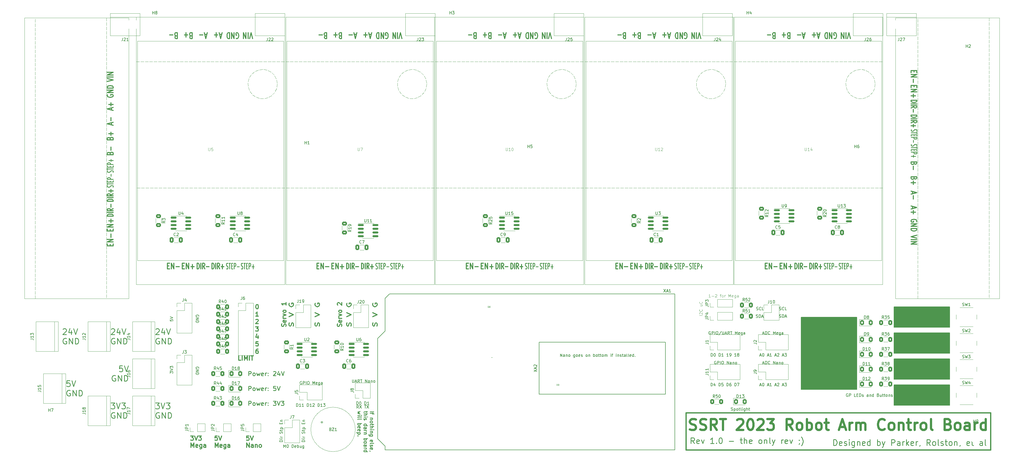
<source format=gto>
G04 #@! TF.GenerationSoftware,KiCad,Pcbnew,7.0.1*
G04 #@! TF.CreationDate,2023-03-21T23:46:41-06:00*
G04 #@! TF.ProjectId,Arm_PCB,41726d5f-5043-4422-9e6b-696361645f70,rev?*
G04 #@! TF.SameCoordinates,Original*
G04 #@! TF.FileFunction,Legend,Top*
G04 #@! TF.FilePolarity,Positive*
%FSLAX46Y46*%
G04 Gerber Fmt 4.6, Leading zero omitted, Abs format (unit mm)*
G04 Created by KiCad (PCBNEW 7.0.1) date 2023-03-21 23:46:41*
%MOMM*%
%LPD*%
G01*
G04 APERTURE LIST*
G04 Aperture macros list*
%AMRoundRect*
0 Rectangle with rounded corners*
0 $1 Rounding radius*
0 $2 $3 $4 $5 $6 $7 $8 $9 X,Y pos of 4 corners*
0 Add a 4 corners polygon primitive as box body*
4,1,4,$2,$3,$4,$5,$6,$7,$8,$9,$2,$3,0*
0 Add four circle primitives for the rounded corners*
1,1,$1+$1,$2,$3*
1,1,$1+$1,$4,$5*
1,1,$1+$1,$6,$7*
1,1,$1+$1,$8,$9*
0 Add four rect primitives between the rounded corners*
20,1,$1+$1,$2,$3,$4,$5,0*
20,1,$1+$1,$4,$5,$6,$7,0*
20,1,$1+$1,$6,$7,$8,$9,0*
20,1,$1+$1,$8,$9,$2,$3,0*%
G04 Aperture macros list end*
%ADD10C,0.300000*%
%ADD11C,0.150000*%
%ADD12C,0.400000*%
%ADD13C,0.250000*%
%ADD14C,0.800000*%
%ADD15C,0.125000*%
%ADD16C,0.100000*%
%ADD17C,0.075000*%
%ADD18C,0.120000*%
%ADD19C,4.300000*%
%ADD20R,3.000000X3.000000*%
%ADD21C,3.000000*%
%ADD22C,5.000000*%
%ADD23C,1.500000*%
%ADD24RoundRect,0.250000X-0.625000X0.400000X-0.625000X-0.400000X0.625000X-0.400000X0.625000X0.400000X0*%
%ADD25RoundRect,0.250000X-0.412500X-0.650000X0.412500X-0.650000X0.412500X0.650000X-0.412500X0.650000X0*%
%ADD26RoundRect,0.150000X-0.825000X-0.150000X0.825000X-0.150000X0.825000X0.150000X-0.825000X0.150000X0*%
%ADD27RoundRect,0.250001X-0.462499X-0.624999X0.462499X-0.624999X0.462499X0.624999X-0.462499X0.624999X0*%
%ADD28RoundRect,0.250000X-0.400000X-0.625000X0.400000X-0.625000X0.400000X0.625000X-0.400000X0.625000X0*%
%ADD29R,1.700000X1.700000*%
%ADD30O,1.700000X1.700000*%
%ADD31C,2.000000*%
%ADD32C,5.500000*%
%ADD33C,1.800000*%
%ADD34C,1.727200*%
%ADD35R,1.727200X1.727200*%
%ADD36R,2.000000X2.000000*%
%ADD37C,3.200000*%
%ADD38O,1.727200X1.727200*%
G04 APERTURE END LIST*
D10*
X119606428Y-160471428D02*
X118892142Y-160471428D01*
X118892142Y-160471428D02*
X118892142Y-158971428D01*
X120106428Y-160471428D02*
X120106428Y-158971428D01*
X120820714Y-160471428D02*
X120820714Y-158971428D01*
X120820714Y-158971428D02*
X121320714Y-160042857D01*
X121320714Y-160042857D02*
X121820714Y-158971428D01*
X121820714Y-158971428D02*
X121820714Y-160471428D01*
X122535000Y-160471428D02*
X122535000Y-158971428D01*
X123035001Y-158971428D02*
X123892144Y-158971428D01*
X123463572Y-160471428D02*
X123463572Y-158971428D01*
X125460000Y-156673928D02*
X125174285Y-156673928D01*
X125174285Y-156673928D02*
X125031428Y-156745357D01*
X125031428Y-156745357D02*
X124960000Y-156816785D01*
X124960000Y-156816785D02*
X124817142Y-157031071D01*
X124817142Y-157031071D02*
X124745714Y-157316785D01*
X124745714Y-157316785D02*
X124745714Y-157888214D01*
X124745714Y-157888214D02*
X124817142Y-158031071D01*
X124817142Y-158031071D02*
X124888571Y-158102500D01*
X124888571Y-158102500D02*
X125031428Y-158173928D01*
X125031428Y-158173928D02*
X125317142Y-158173928D01*
X125317142Y-158173928D02*
X125460000Y-158102500D01*
X125460000Y-158102500D02*
X125531428Y-158031071D01*
X125531428Y-158031071D02*
X125602857Y-157888214D01*
X125602857Y-157888214D02*
X125602857Y-157531071D01*
X125602857Y-157531071D02*
X125531428Y-157388214D01*
X125531428Y-157388214D02*
X125460000Y-157316785D01*
X125460000Y-157316785D02*
X125317142Y-157245357D01*
X125317142Y-157245357D02*
X125031428Y-157245357D01*
X125031428Y-157245357D02*
X124888571Y-157316785D01*
X124888571Y-157316785D02*
X124817142Y-157388214D01*
X124817142Y-157388214D02*
X124745714Y-157531071D01*
X125531428Y-154133928D02*
X124817142Y-154133928D01*
X124817142Y-154133928D02*
X124745714Y-154848214D01*
X124745714Y-154848214D02*
X124817142Y-154776785D01*
X124817142Y-154776785D02*
X124960000Y-154705357D01*
X124960000Y-154705357D02*
X125317142Y-154705357D01*
X125317142Y-154705357D02*
X125460000Y-154776785D01*
X125460000Y-154776785D02*
X125531428Y-154848214D01*
X125531428Y-154848214D02*
X125602857Y-154991071D01*
X125602857Y-154991071D02*
X125602857Y-155348214D01*
X125602857Y-155348214D02*
X125531428Y-155491071D01*
X125531428Y-155491071D02*
X125460000Y-155562500D01*
X125460000Y-155562500D02*
X125317142Y-155633928D01*
X125317142Y-155633928D02*
X124960000Y-155633928D01*
X124960000Y-155633928D02*
X124817142Y-155562500D01*
X124817142Y-155562500D02*
X124745714Y-155491071D01*
X125460000Y-152093928D02*
X125460000Y-153093928D01*
X125102857Y-151522500D02*
X124745714Y-152593928D01*
X124745714Y-152593928D02*
X125674285Y-152593928D01*
X124674285Y-149053928D02*
X125602857Y-149053928D01*
X125602857Y-149053928D02*
X125102857Y-149625357D01*
X125102857Y-149625357D02*
X125317142Y-149625357D01*
X125317142Y-149625357D02*
X125460000Y-149696785D01*
X125460000Y-149696785D02*
X125531428Y-149768214D01*
X125531428Y-149768214D02*
X125602857Y-149911071D01*
X125602857Y-149911071D02*
X125602857Y-150268214D01*
X125602857Y-150268214D02*
X125531428Y-150411071D01*
X125531428Y-150411071D02*
X125460000Y-150482500D01*
X125460000Y-150482500D02*
X125317142Y-150553928D01*
X125317142Y-150553928D02*
X124888571Y-150553928D01*
X124888571Y-150553928D02*
X124745714Y-150482500D01*
X124745714Y-150482500D02*
X124674285Y-150411071D01*
X124745714Y-146656785D02*
X124817142Y-146585357D01*
X124817142Y-146585357D02*
X124960000Y-146513928D01*
X124960000Y-146513928D02*
X125317142Y-146513928D01*
X125317142Y-146513928D02*
X125460000Y-146585357D01*
X125460000Y-146585357D02*
X125531428Y-146656785D01*
X125531428Y-146656785D02*
X125602857Y-146799642D01*
X125602857Y-146799642D02*
X125602857Y-146942500D01*
X125602857Y-146942500D02*
X125531428Y-147156785D01*
X125531428Y-147156785D02*
X124674285Y-148013928D01*
X124674285Y-148013928D02*
X125602857Y-148013928D01*
X125602857Y-145473928D02*
X124745714Y-145473928D01*
X125174285Y-145473928D02*
X125174285Y-143973928D01*
X125174285Y-143973928D02*
X125031428Y-144188214D01*
X125031428Y-144188214D02*
X124888571Y-144331071D01*
X124888571Y-144331071D02*
X124745714Y-144402500D01*
X125102857Y-141433928D02*
X125245714Y-141433928D01*
X125245714Y-141433928D02*
X125388571Y-141505357D01*
X125388571Y-141505357D02*
X125460000Y-141576785D01*
X125460000Y-141576785D02*
X125531428Y-141719642D01*
X125531428Y-141719642D02*
X125602857Y-142005357D01*
X125602857Y-142005357D02*
X125602857Y-142362500D01*
X125602857Y-142362500D02*
X125531428Y-142648214D01*
X125531428Y-142648214D02*
X125460000Y-142791071D01*
X125460000Y-142791071D02*
X125388571Y-142862500D01*
X125388571Y-142862500D02*
X125245714Y-142933928D01*
X125245714Y-142933928D02*
X125102857Y-142933928D01*
X125102857Y-142933928D02*
X124960000Y-142862500D01*
X124960000Y-142862500D02*
X124888571Y-142791071D01*
X124888571Y-142791071D02*
X124817142Y-142648214D01*
X124817142Y-142648214D02*
X124745714Y-142362500D01*
X124745714Y-142362500D02*
X124745714Y-142005357D01*
X124745714Y-142005357D02*
X124817142Y-141719642D01*
X124817142Y-141719642D02*
X124888571Y-141576785D01*
X124888571Y-141576785D02*
X124960000Y-141505357D01*
X124960000Y-141505357D02*
X125102857Y-141433928D01*
D11*
X311150000Y-145732500D02*
X330200000Y-145732500D01*
X330200000Y-170497500D01*
X311150000Y-170497500D01*
X311150000Y-145732500D01*
G36*
X311150000Y-145732500D02*
G01*
X330200000Y-145732500D01*
X330200000Y-170497500D01*
X311150000Y-170497500D01*
X311150000Y-145732500D01*
G37*
X342900000Y-151130000D02*
X361950000Y-151130000D01*
X361950000Y-158115000D01*
X342900000Y-158115000D01*
X342900000Y-151130000D01*
G36*
X342900000Y-151130000D02*
G01*
X361950000Y-151130000D01*
X361950000Y-158115000D01*
X342900000Y-158115000D01*
X342900000Y-151130000D01*
G37*
X342900000Y-160020000D02*
X361950000Y-160020000D01*
X361950000Y-167005000D01*
X342900000Y-167005000D01*
X342900000Y-160020000D01*
G36*
X342900000Y-160020000D02*
G01*
X361950000Y-160020000D01*
X361950000Y-167005000D01*
X342900000Y-167005000D01*
X342900000Y-160020000D01*
G37*
X342900000Y-168910000D02*
X361950000Y-168910000D01*
X361950000Y-175895000D01*
X342900000Y-175895000D01*
X342900000Y-168910000D01*
G36*
X342900000Y-168910000D02*
G01*
X361950000Y-168910000D01*
X361950000Y-175895000D01*
X342900000Y-175895000D01*
X342900000Y-168910000D01*
G37*
D12*
X271780000Y-178435000D02*
X375920000Y-178435000D01*
X375920000Y-191135000D01*
X271780000Y-191135000D01*
X271780000Y-178435000D01*
D11*
X342900000Y-142240000D02*
X361950000Y-142240000D01*
X361950000Y-149225000D01*
X342900000Y-149225000D01*
X342900000Y-142240000D01*
G36*
X342900000Y-142240000D02*
G01*
X361950000Y-142240000D01*
X361950000Y-149225000D01*
X342900000Y-149225000D01*
X342900000Y-142240000D01*
G37*
D10*
X157225000Y-148844047D02*
X157296428Y-148558333D01*
X157296428Y-148558333D02*
X157296428Y-148082142D01*
X157296428Y-148082142D02*
X157225000Y-147891666D01*
X157225000Y-147891666D02*
X157153571Y-147796428D01*
X157153571Y-147796428D02*
X157010714Y-147701190D01*
X157010714Y-147701190D02*
X156867857Y-147701190D01*
X156867857Y-147701190D02*
X156725000Y-147796428D01*
X156725000Y-147796428D02*
X156653571Y-147891666D01*
X156653571Y-147891666D02*
X156582142Y-148082142D01*
X156582142Y-148082142D02*
X156510714Y-148463095D01*
X156510714Y-148463095D02*
X156439285Y-148653571D01*
X156439285Y-148653571D02*
X156367857Y-148748809D01*
X156367857Y-148748809D02*
X156225000Y-148844047D01*
X156225000Y-148844047D02*
X156082142Y-148844047D01*
X156082142Y-148844047D02*
X155939285Y-148748809D01*
X155939285Y-148748809D02*
X155867857Y-148653571D01*
X155867857Y-148653571D02*
X155796428Y-148463095D01*
X155796428Y-148463095D02*
X155796428Y-147986904D01*
X155796428Y-147986904D02*
X155867857Y-147701190D01*
X155796428Y-145605951D02*
X157296428Y-144939285D01*
X157296428Y-144939285D02*
X155796428Y-144272618D01*
X155867857Y-141034522D02*
X155796428Y-141224998D01*
X155796428Y-141224998D02*
X155796428Y-141510712D01*
X155796428Y-141510712D02*
X155867857Y-141796427D01*
X155867857Y-141796427D02*
X156010714Y-141986903D01*
X156010714Y-141986903D02*
X156153571Y-142082141D01*
X156153571Y-142082141D02*
X156439285Y-142177379D01*
X156439285Y-142177379D02*
X156653571Y-142177379D01*
X156653571Y-142177379D02*
X156939285Y-142082141D01*
X156939285Y-142082141D02*
X157082142Y-141986903D01*
X157082142Y-141986903D02*
X157225000Y-141796427D01*
X157225000Y-141796427D02*
X157296428Y-141510712D01*
X157296428Y-141510712D02*
X157296428Y-141320236D01*
X157296428Y-141320236D02*
X157225000Y-141034522D01*
X157225000Y-141034522D02*
X157153571Y-140939284D01*
X157153571Y-140939284D02*
X156653571Y-140939284D01*
X156653571Y-140939284D02*
X156653571Y-141320236D01*
D11*
X134228095Y-190362619D02*
X134228095Y-189362619D01*
X134228095Y-189362619D02*
X134561428Y-190076904D01*
X134561428Y-190076904D02*
X134894761Y-189362619D01*
X134894761Y-189362619D02*
X134894761Y-190362619D01*
X135561428Y-189362619D02*
X135656666Y-189362619D01*
X135656666Y-189362619D02*
X135751904Y-189410238D01*
X135751904Y-189410238D02*
X135799523Y-189457857D01*
X135799523Y-189457857D02*
X135847142Y-189553095D01*
X135847142Y-189553095D02*
X135894761Y-189743571D01*
X135894761Y-189743571D02*
X135894761Y-189981666D01*
X135894761Y-189981666D02*
X135847142Y-190172142D01*
X135847142Y-190172142D02*
X135799523Y-190267380D01*
X135799523Y-190267380D02*
X135751904Y-190315000D01*
X135751904Y-190315000D02*
X135656666Y-190362619D01*
X135656666Y-190362619D02*
X135561428Y-190362619D01*
X135561428Y-190362619D02*
X135466190Y-190315000D01*
X135466190Y-190315000D02*
X135418571Y-190267380D01*
X135418571Y-190267380D02*
X135370952Y-190172142D01*
X135370952Y-190172142D02*
X135323333Y-189981666D01*
X135323333Y-189981666D02*
X135323333Y-189743571D01*
X135323333Y-189743571D02*
X135370952Y-189553095D01*
X135370952Y-189553095D02*
X135418571Y-189457857D01*
X135418571Y-189457857D02*
X135466190Y-189410238D01*
X135466190Y-189410238D02*
X135561428Y-189362619D01*
X137085238Y-190362619D02*
X137085238Y-189362619D01*
X137085238Y-189362619D02*
X137323333Y-189362619D01*
X137323333Y-189362619D02*
X137466190Y-189410238D01*
X137466190Y-189410238D02*
X137561428Y-189505476D01*
X137561428Y-189505476D02*
X137609047Y-189600714D01*
X137609047Y-189600714D02*
X137656666Y-189791190D01*
X137656666Y-189791190D02*
X137656666Y-189934047D01*
X137656666Y-189934047D02*
X137609047Y-190124523D01*
X137609047Y-190124523D02*
X137561428Y-190219761D01*
X137561428Y-190219761D02*
X137466190Y-190315000D01*
X137466190Y-190315000D02*
X137323333Y-190362619D01*
X137323333Y-190362619D02*
X137085238Y-190362619D01*
X138466190Y-190315000D02*
X138370952Y-190362619D01*
X138370952Y-190362619D02*
X138180476Y-190362619D01*
X138180476Y-190362619D02*
X138085238Y-190315000D01*
X138085238Y-190315000D02*
X138037619Y-190219761D01*
X138037619Y-190219761D02*
X138037619Y-189838809D01*
X138037619Y-189838809D02*
X138085238Y-189743571D01*
X138085238Y-189743571D02*
X138180476Y-189695952D01*
X138180476Y-189695952D02*
X138370952Y-189695952D01*
X138370952Y-189695952D02*
X138466190Y-189743571D01*
X138466190Y-189743571D02*
X138513809Y-189838809D01*
X138513809Y-189838809D02*
X138513809Y-189934047D01*
X138513809Y-189934047D02*
X138037619Y-190029285D01*
X138942381Y-190362619D02*
X138942381Y-189362619D01*
X138942381Y-189743571D02*
X139037619Y-189695952D01*
X139037619Y-189695952D02*
X139228095Y-189695952D01*
X139228095Y-189695952D02*
X139323333Y-189743571D01*
X139323333Y-189743571D02*
X139370952Y-189791190D01*
X139370952Y-189791190D02*
X139418571Y-189886428D01*
X139418571Y-189886428D02*
X139418571Y-190172142D01*
X139418571Y-190172142D02*
X139370952Y-190267380D01*
X139370952Y-190267380D02*
X139323333Y-190315000D01*
X139323333Y-190315000D02*
X139228095Y-190362619D01*
X139228095Y-190362619D02*
X139037619Y-190362619D01*
X139037619Y-190362619D02*
X138942381Y-190315000D01*
X140275714Y-189695952D02*
X140275714Y-190362619D01*
X139847143Y-189695952D02*
X139847143Y-190219761D01*
X139847143Y-190219761D02*
X139894762Y-190315000D01*
X139894762Y-190315000D02*
X139990000Y-190362619D01*
X139990000Y-190362619D02*
X140132857Y-190362619D01*
X140132857Y-190362619D02*
X140228095Y-190315000D01*
X140228095Y-190315000D02*
X140275714Y-190267380D01*
X141180476Y-189695952D02*
X141180476Y-190505476D01*
X141180476Y-190505476D02*
X141132857Y-190600714D01*
X141132857Y-190600714D02*
X141085238Y-190648333D01*
X141085238Y-190648333D02*
X140990000Y-190695952D01*
X140990000Y-190695952D02*
X140847143Y-190695952D01*
X140847143Y-190695952D02*
X140751905Y-190648333D01*
X141180476Y-190315000D02*
X141085238Y-190362619D01*
X141085238Y-190362619D02*
X140894762Y-190362619D01*
X140894762Y-190362619D02*
X140799524Y-190315000D01*
X140799524Y-190315000D02*
X140751905Y-190267380D01*
X140751905Y-190267380D02*
X140704286Y-190172142D01*
X140704286Y-190172142D02*
X140704286Y-189886428D01*
X140704286Y-189886428D02*
X140751905Y-189791190D01*
X140751905Y-189791190D02*
X140799524Y-189743571D01*
X140799524Y-189743571D02*
X140894762Y-189695952D01*
X140894762Y-189695952D02*
X141085238Y-189695952D01*
X141085238Y-189695952D02*
X141180476Y-189743571D01*
X297063571Y-169041904D02*
X297539761Y-169041904D01*
X296968333Y-169327619D02*
X297301666Y-168327619D01*
X297301666Y-168327619D02*
X297634999Y-169327619D01*
X298158809Y-168327619D02*
X298254047Y-168327619D01*
X298254047Y-168327619D02*
X298349285Y-168375238D01*
X298349285Y-168375238D02*
X298396904Y-168422857D01*
X298396904Y-168422857D02*
X298444523Y-168518095D01*
X298444523Y-168518095D02*
X298492142Y-168708571D01*
X298492142Y-168708571D02*
X298492142Y-168946666D01*
X298492142Y-168946666D02*
X298444523Y-169137142D01*
X298444523Y-169137142D02*
X298396904Y-169232380D01*
X298396904Y-169232380D02*
X298349285Y-169280000D01*
X298349285Y-169280000D02*
X298254047Y-169327619D01*
X298254047Y-169327619D02*
X298158809Y-169327619D01*
X298158809Y-169327619D02*
X298063571Y-169280000D01*
X298063571Y-169280000D02*
X298015952Y-169232380D01*
X298015952Y-169232380D02*
X297968333Y-169137142D01*
X297968333Y-169137142D02*
X297920714Y-168946666D01*
X297920714Y-168946666D02*
X297920714Y-168708571D01*
X297920714Y-168708571D02*
X297968333Y-168518095D01*
X297968333Y-168518095D02*
X298015952Y-168422857D01*
X298015952Y-168422857D02*
X298063571Y-168375238D01*
X298063571Y-168375238D02*
X298158809Y-168327619D01*
X299635000Y-169041904D02*
X300111190Y-169041904D01*
X299539762Y-169327619D02*
X299873095Y-168327619D01*
X299873095Y-168327619D02*
X300206428Y-169327619D01*
X301063571Y-169327619D02*
X300492143Y-169327619D01*
X300777857Y-169327619D02*
X300777857Y-168327619D01*
X300777857Y-168327619D02*
X300682619Y-168470476D01*
X300682619Y-168470476D02*
X300587381Y-168565714D01*
X300587381Y-168565714D02*
X300492143Y-168613333D01*
X302206429Y-169041904D02*
X302682619Y-169041904D01*
X302111191Y-169327619D02*
X302444524Y-168327619D01*
X302444524Y-168327619D02*
X302777857Y-169327619D01*
X303063572Y-168422857D02*
X303111191Y-168375238D01*
X303111191Y-168375238D02*
X303206429Y-168327619D01*
X303206429Y-168327619D02*
X303444524Y-168327619D01*
X303444524Y-168327619D02*
X303539762Y-168375238D01*
X303539762Y-168375238D02*
X303587381Y-168422857D01*
X303587381Y-168422857D02*
X303635000Y-168518095D01*
X303635000Y-168518095D02*
X303635000Y-168613333D01*
X303635000Y-168613333D02*
X303587381Y-168756190D01*
X303587381Y-168756190D02*
X303015953Y-169327619D01*
X303015953Y-169327619D02*
X303635000Y-169327619D01*
X304777858Y-169041904D02*
X305254048Y-169041904D01*
X304682620Y-169327619D02*
X305015953Y-168327619D01*
X305015953Y-168327619D02*
X305349286Y-169327619D01*
X305587382Y-168327619D02*
X306206429Y-168327619D01*
X306206429Y-168327619D02*
X305873096Y-168708571D01*
X305873096Y-168708571D02*
X306015953Y-168708571D01*
X306015953Y-168708571D02*
X306111191Y-168756190D01*
X306111191Y-168756190D02*
X306158810Y-168803809D01*
X306158810Y-168803809D02*
X306206429Y-168899047D01*
X306206429Y-168899047D02*
X306206429Y-169137142D01*
X306206429Y-169137142D02*
X306158810Y-169232380D01*
X306158810Y-169232380D02*
X306111191Y-169280000D01*
X306111191Y-169280000D02*
X306015953Y-169327619D01*
X306015953Y-169327619D02*
X305730239Y-169327619D01*
X305730239Y-169327619D02*
X305635001Y-169280000D01*
X305635001Y-169280000D02*
X305587382Y-169232380D01*
X280171904Y-150695238D02*
X280076666Y-150647619D01*
X280076666Y-150647619D02*
X279933809Y-150647619D01*
X279933809Y-150647619D02*
X279790952Y-150695238D01*
X279790952Y-150695238D02*
X279695714Y-150790476D01*
X279695714Y-150790476D02*
X279648095Y-150885714D01*
X279648095Y-150885714D02*
X279600476Y-151076190D01*
X279600476Y-151076190D02*
X279600476Y-151219047D01*
X279600476Y-151219047D02*
X279648095Y-151409523D01*
X279648095Y-151409523D02*
X279695714Y-151504761D01*
X279695714Y-151504761D02*
X279790952Y-151600000D01*
X279790952Y-151600000D02*
X279933809Y-151647619D01*
X279933809Y-151647619D02*
X280029047Y-151647619D01*
X280029047Y-151647619D02*
X280171904Y-151600000D01*
X280171904Y-151600000D02*
X280219523Y-151552380D01*
X280219523Y-151552380D02*
X280219523Y-151219047D01*
X280219523Y-151219047D02*
X280029047Y-151219047D01*
X280648095Y-151647619D02*
X280648095Y-150647619D01*
X280648095Y-150647619D02*
X281029047Y-150647619D01*
X281029047Y-150647619D02*
X281124285Y-150695238D01*
X281124285Y-150695238D02*
X281171904Y-150742857D01*
X281171904Y-150742857D02*
X281219523Y-150838095D01*
X281219523Y-150838095D02*
X281219523Y-150980952D01*
X281219523Y-150980952D02*
X281171904Y-151076190D01*
X281171904Y-151076190D02*
X281124285Y-151123809D01*
X281124285Y-151123809D02*
X281029047Y-151171428D01*
X281029047Y-151171428D02*
X280648095Y-151171428D01*
X281648095Y-151647619D02*
X281648095Y-150647619D01*
X282314761Y-150647619D02*
X282505237Y-150647619D01*
X282505237Y-150647619D02*
X282600475Y-150695238D01*
X282600475Y-150695238D02*
X282695713Y-150790476D01*
X282695713Y-150790476D02*
X282743332Y-150980952D01*
X282743332Y-150980952D02*
X282743332Y-151314285D01*
X282743332Y-151314285D02*
X282695713Y-151504761D01*
X282695713Y-151504761D02*
X282600475Y-151600000D01*
X282600475Y-151600000D02*
X282505237Y-151647619D01*
X282505237Y-151647619D02*
X282314761Y-151647619D01*
X282314761Y-151647619D02*
X282219523Y-151600000D01*
X282219523Y-151600000D02*
X282124285Y-151504761D01*
X282124285Y-151504761D02*
X282076666Y-151314285D01*
X282076666Y-151314285D02*
X282076666Y-150980952D01*
X282076666Y-150980952D02*
X282124285Y-150790476D01*
X282124285Y-150790476D02*
X282219523Y-150695238D01*
X282219523Y-150695238D02*
X282314761Y-150647619D01*
X283886189Y-150600000D02*
X283029047Y-151885714D01*
X284219523Y-150647619D02*
X284219523Y-151457142D01*
X284219523Y-151457142D02*
X284267142Y-151552380D01*
X284267142Y-151552380D02*
X284314761Y-151600000D01*
X284314761Y-151600000D02*
X284409999Y-151647619D01*
X284409999Y-151647619D02*
X284600475Y-151647619D01*
X284600475Y-151647619D02*
X284695713Y-151600000D01*
X284695713Y-151600000D02*
X284743332Y-151552380D01*
X284743332Y-151552380D02*
X284790951Y-151457142D01*
X284790951Y-151457142D02*
X284790951Y-150647619D01*
X285219523Y-151361904D02*
X285695713Y-151361904D01*
X285124285Y-151647619D02*
X285457618Y-150647619D01*
X285457618Y-150647619D02*
X285790951Y-151647619D01*
X286695713Y-151647619D02*
X286362380Y-151171428D01*
X286124285Y-151647619D02*
X286124285Y-150647619D01*
X286124285Y-150647619D02*
X286505237Y-150647619D01*
X286505237Y-150647619D02*
X286600475Y-150695238D01*
X286600475Y-150695238D02*
X286648094Y-150742857D01*
X286648094Y-150742857D02*
X286695713Y-150838095D01*
X286695713Y-150838095D02*
X286695713Y-150980952D01*
X286695713Y-150980952D02*
X286648094Y-151076190D01*
X286648094Y-151076190D02*
X286600475Y-151123809D01*
X286600475Y-151123809D02*
X286505237Y-151171428D01*
X286505237Y-151171428D02*
X286124285Y-151171428D01*
X286981428Y-150647619D02*
X287552856Y-150647619D01*
X287267142Y-151647619D02*
X287267142Y-150647619D01*
X288648095Y-151647619D02*
X288648095Y-150647619D01*
X288648095Y-150647619D02*
X288981428Y-151361904D01*
X288981428Y-151361904D02*
X289314761Y-150647619D01*
X289314761Y-150647619D02*
X289314761Y-151647619D01*
X290171904Y-151600000D02*
X290076666Y-151647619D01*
X290076666Y-151647619D02*
X289886190Y-151647619D01*
X289886190Y-151647619D02*
X289790952Y-151600000D01*
X289790952Y-151600000D02*
X289743333Y-151504761D01*
X289743333Y-151504761D02*
X289743333Y-151123809D01*
X289743333Y-151123809D02*
X289790952Y-151028571D01*
X289790952Y-151028571D02*
X289886190Y-150980952D01*
X289886190Y-150980952D02*
X290076666Y-150980952D01*
X290076666Y-150980952D02*
X290171904Y-151028571D01*
X290171904Y-151028571D02*
X290219523Y-151123809D01*
X290219523Y-151123809D02*
X290219523Y-151219047D01*
X290219523Y-151219047D02*
X289743333Y-151314285D01*
X291076666Y-150980952D02*
X291076666Y-151790476D01*
X291076666Y-151790476D02*
X291029047Y-151885714D01*
X291029047Y-151885714D02*
X290981428Y-151933333D01*
X290981428Y-151933333D02*
X290886190Y-151980952D01*
X290886190Y-151980952D02*
X290743333Y-151980952D01*
X290743333Y-151980952D02*
X290648095Y-151933333D01*
X291076666Y-151600000D02*
X290981428Y-151647619D01*
X290981428Y-151647619D02*
X290790952Y-151647619D01*
X290790952Y-151647619D02*
X290695714Y-151600000D01*
X290695714Y-151600000D02*
X290648095Y-151552380D01*
X290648095Y-151552380D02*
X290600476Y-151457142D01*
X290600476Y-151457142D02*
X290600476Y-151171428D01*
X290600476Y-151171428D02*
X290648095Y-151076190D01*
X290648095Y-151076190D02*
X290695714Y-151028571D01*
X290695714Y-151028571D02*
X290790952Y-150980952D01*
X290790952Y-150980952D02*
X290981428Y-150980952D01*
X290981428Y-150980952D02*
X291076666Y-151028571D01*
X291981428Y-151647619D02*
X291981428Y-151123809D01*
X291981428Y-151123809D02*
X291933809Y-151028571D01*
X291933809Y-151028571D02*
X291838571Y-150980952D01*
X291838571Y-150980952D02*
X291648095Y-150980952D01*
X291648095Y-150980952D02*
X291552857Y-151028571D01*
X291981428Y-151600000D02*
X291886190Y-151647619D01*
X291886190Y-151647619D02*
X291648095Y-151647619D01*
X291648095Y-151647619D02*
X291552857Y-151600000D01*
X291552857Y-151600000D02*
X291505238Y-151504761D01*
X291505238Y-151504761D02*
X291505238Y-151409523D01*
X291505238Y-151409523D02*
X291552857Y-151314285D01*
X291552857Y-151314285D02*
X291648095Y-151266666D01*
X291648095Y-151266666D02*
X291886190Y-151266666D01*
X291886190Y-151266666D02*
X291981428Y-151219047D01*
D10*
X111561428Y-186386428D02*
X110847142Y-186386428D01*
X110847142Y-186386428D02*
X110775714Y-187100714D01*
X110775714Y-187100714D02*
X110847142Y-187029285D01*
X110847142Y-187029285D02*
X110990000Y-186957857D01*
X110990000Y-186957857D02*
X111347142Y-186957857D01*
X111347142Y-186957857D02*
X111490000Y-187029285D01*
X111490000Y-187029285D02*
X111561428Y-187100714D01*
X111561428Y-187100714D02*
X111632857Y-187243571D01*
X111632857Y-187243571D02*
X111632857Y-187600714D01*
X111632857Y-187600714D02*
X111561428Y-187743571D01*
X111561428Y-187743571D02*
X111490000Y-187815000D01*
X111490000Y-187815000D02*
X111347142Y-187886428D01*
X111347142Y-187886428D02*
X110990000Y-187886428D01*
X110990000Y-187886428D02*
X110847142Y-187815000D01*
X110847142Y-187815000D02*
X110775714Y-187743571D01*
X112061428Y-186386428D02*
X112561428Y-187886428D01*
X112561428Y-187886428D02*
X113061428Y-186386428D01*
X110847142Y-190316428D02*
X110847142Y-188816428D01*
X110847142Y-188816428D02*
X111347142Y-189887857D01*
X111347142Y-189887857D02*
X111847142Y-188816428D01*
X111847142Y-188816428D02*
X111847142Y-190316428D01*
X113132857Y-190245000D02*
X112990000Y-190316428D01*
X112990000Y-190316428D02*
X112704286Y-190316428D01*
X112704286Y-190316428D02*
X112561428Y-190245000D01*
X112561428Y-190245000D02*
X112490000Y-190102142D01*
X112490000Y-190102142D02*
X112490000Y-189530714D01*
X112490000Y-189530714D02*
X112561428Y-189387857D01*
X112561428Y-189387857D02*
X112704286Y-189316428D01*
X112704286Y-189316428D02*
X112990000Y-189316428D01*
X112990000Y-189316428D02*
X113132857Y-189387857D01*
X113132857Y-189387857D02*
X113204286Y-189530714D01*
X113204286Y-189530714D02*
X113204286Y-189673571D01*
X113204286Y-189673571D02*
X112490000Y-189816428D01*
X114490000Y-189316428D02*
X114490000Y-190530714D01*
X114490000Y-190530714D02*
X114418571Y-190673571D01*
X114418571Y-190673571D02*
X114347142Y-190745000D01*
X114347142Y-190745000D02*
X114204285Y-190816428D01*
X114204285Y-190816428D02*
X113990000Y-190816428D01*
X113990000Y-190816428D02*
X113847142Y-190745000D01*
X114490000Y-190245000D02*
X114347142Y-190316428D01*
X114347142Y-190316428D02*
X114061428Y-190316428D01*
X114061428Y-190316428D02*
X113918571Y-190245000D01*
X113918571Y-190245000D02*
X113847142Y-190173571D01*
X113847142Y-190173571D02*
X113775714Y-190030714D01*
X113775714Y-190030714D02*
X113775714Y-189602142D01*
X113775714Y-189602142D02*
X113847142Y-189459285D01*
X113847142Y-189459285D02*
X113918571Y-189387857D01*
X113918571Y-189387857D02*
X114061428Y-189316428D01*
X114061428Y-189316428D02*
X114347142Y-189316428D01*
X114347142Y-189316428D02*
X114490000Y-189387857D01*
X115847143Y-190316428D02*
X115847143Y-189530714D01*
X115847143Y-189530714D02*
X115775714Y-189387857D01*
X115775714Y-189387857D02*
X115632857Y-189316428D01*
X115632857Y-189316428D02*
X115347143Y-189316428D01*
X115347143Y-189316428D02*
X115204285Y-189387857D01*
X115847143Y-190245000D02*
X115704285Y-190316428D01*
X115704285Y-190316428D02*
X115347143Y-190316428D01*
X115347143Y-190316428D02*
X115204285Y-190245000D01*
X115204285Y-190245000D02*
X115132857Y-190102142D01*
X115132857Y-190102142D02*
X115132857Y-189959285D01*
X115132857Y-189959285D02*
X115204285Y-189816428D01*
X115204285Y-189816428D02*
X115347143Y-189745000D01*
X115347143Y-189745000D02*
X115704285Y-189745000D01*
X115704285Y-189745000D02*
X115847143Y-189673571D01*
D13*
X61118571Y-167485238D02*
X60166190Y-167485238D01*
X60166190Y-167485238D02*
X60070952Y-168437619D01*
X60070952Y-168437619D02*
X60166190Y-168342380D01*
X60166190Y-168342380D02*
X60356666Y-168247142D01*
X60356666Y-168247142D02*
X60832857Y-168247142D01*
X60832857Y-168247142D02*
X61023333Y-168342380D01*
X61023333Y-168342380D02*
X61118571Y-168437619D01*
X61118571Y-168437619D02*
X61213809Y-168628095D01*
X61213809Y-168628095D02*
X61213809Y-169104285D01*
X61213809Y-169104285D02*
X61118571Y-169294761D01*
X61118571Y-169294761D02*
X61023333Y-169390000D01*
X61023333Y-169390000D02*
X60832857Y-169485238D01*
X60832857Y-169485238D02*
X60356666Y-169485238D01*
X60356666Y-169485238D02*
X60166190Y-169390000D01*
X60166190Y-169390000D02*
X60070952Y-169294761D01*
X61785238Y-167485238D02*
X62451904Y-169485238D01*
X62451904Y-169485238D02*
X63118571Y-167485238D01*
X61213809Y-170820476D02*
X61023333Y-170725238D01*
X61023333Y-170725238D02*
X60737619Y-170725238D01*
X60737619Y-170725238D02*
X60451904Y-170820476D01*
X60451904Y-170820476D02*
X60261428Y-171010952D01*
X60261428Y-171010952D02*
X60166190Y-171201428D01*
X60166190Y-171201428D02*
X60070952Y-171582380D01*
X60070952Y-171582380D02*
X60070952Y-171868095D01*
X60070952Y-171868095D02*
X60166190Y-172249047D01*
X60166190Y-172249047D02*
X60261428Y-172439523D01*
X60261428Y-172439523D02*
X60451904Y-172630000D01*
X60451904Y-172630000D02*
X60737619Y-172725238D01*
X60737619Y-172725238D02*
X60928095Y-172725238D01*
X60928095Y-172725238D02*
X61213809Y-172630000D01*
X61213809Y-172630000D02*
X61309047Y-172534761D01*
X61309047Y-172534761D02*
X61309047Y-171868095D01*
X61309047Y-171868095D02*
X60928095Y-171868095D01*
X62166190Y-172725238D02*
X62166190Y-170725238D01*
X62166190Y-170725238D02*
X63309047Y-172725238D01*
X63309047Y-172725238D02*
X63309047Y-170725238D01*
X64261428Y-172725238D02*
X64261428Y-170725238D01*
X64261428Y-170725238D02*
X64737618Y-170725238D01*
X64737618Y-170725238D02*
X65023333Y-170820476D01*
X65023333Y-170820476D02*
X65213809Y-171010952D01*
X65213809Y-171010952D02*
X65309047Y-171201428D01*
X65309047Y-171201428D02*
X65404285Y-171582380D01*
X65404285Y-171582380D02*
X65404285Y-171868095D01*
X65404285Y-171868095D02*
X65309047Y-172249047D01*
X65309047Y-172249047D02*
X65213809Y-172439523D01*
X65213809Y-172439523D02*
X65023333Y-172630000D01*
X65023333Y-172630000D02*
X64737618Y-172725238D01*
X64737618Y-172725238D02*
X64261428Y-172725238D01*
D11*
X297063571Y-158881904D02*
X297539761Y-158881904D01*
X296968333Y-159167619D02*
X297301666Y-158167619D01*
X297301666Y-158167619D02*
X297634999Y-159167619D01*
X298158809Y-158167619D02*
X298254047Y-158167619D01*
X298254047Y-158167619D02*
X298349285Y-158215238D01*
X298349285Y-158215238D02*
X298396904Y-158262857D01*
X298396904Y-158262857D02*
X298444523Y-158358095D01*
X298444523Y-158358095D02*
X298492142Y-158548571D01*
X298492142Y-158548571D02*
X298492142Y-158786666D01*
X298492142Y-158786666D02*
X298444523Y-158977142D01*
X298444523Y-158977142D02*
X298396904Y-159072380D01*
X298396904Y-159072380D02*
X298349285Y-159120000D01*
X298349285Y-159120000D02*
X298254047Y-159167619D01*
X298254047Y-159167619D02*
X298158809Y-159167619D01*
X298158809Y-159167619D02*
X298063571Y-159120000D01*
X298063571Y-159120000D02*
X298015952Y-159072380D01*
X298015952Y-159072380D02*
X297968333Y-158977142D01*
X297968333Y-158977142D02*
X297920714Y-158786666D01*
X297920714Y-158786666D02*
X297920714Y-158548571D01*
X297920714Y-158548571D02*
X297968333Y-158358095D01*
X297968333Y-158358095D02*
X298015952Y-158262857D01*
X298015952Y-158262857D02*
X298063571Y-158215238D01*
X298063571Y-158215238D02*
X298158809Y-158167619D01*
X299635000Y-158881904D02*
X300111190Y-158881904D01*
X299539762Y-159167619D02*
X299873095Y-158167619D01*
X299873095Y-158167619D02*
X300206428Y-159167619D01*
X301063571Y-159167619D02*
X300492143Y-159167619D01*
X300777857Y-159167619D02*
X300777857Y-158167619D01*
X300777857Y-158167619D02*
X300682619Y-158310476D01*
X300682619Y-158310476D02*
X300587381Y-158405714D01*
X300587381Y-158405714D02*
X300492143Y-158453333D01*
X302206429Y-158881904D02*
X302682619Y-158881904D01*
X302111191Y-159167619D02*
X302444524Y-158167619D01*
X302444524Y-158167619D02*
X302777857Y-159167619D01*
X303063572Y-158262857D02*
X303111191Y-158215238D01*
X303111191Y-158215238D02*
X303206429Y-158167619D01*
X303206429Y-158167619D02*
X303444524Y-158167619D01*
X303444524Y-158167619D02*
X303539762Y-158215238D01*
X303539762Y-158215238D02*
X303587381Y-158262857D01*
X303587381Y-158262857D02*
X303635000Y-158358095D01*
X303635000Y-158358095D02*
X303635000Y-158453333D01*
X303635000Y-158453333D02*
X303587381Y-158596190D01*
X303587381Y-158596190D02*
X303015953Y-159167619D01*
X303015953Y-159167619D02*
X303635000Y-159167619D01*
X304777858Y-158881904D02*
X305254048Y-158881904D01*
X304682620Y-159167619D02*
X305015953Y-158167619D01*
X305015953Y-158167619D02*
X305349286Y-159167619D01*
X305587382Y-158167619D02*
X306206429Y-158167619D01*
X306206429Y-158167619D02*
X305873096Y-158548571D01*
X305873096Y-158548571D02*
X306015953Y-158548571D01*
X306015953Y-158548571D02*
X306111191Y-158596190D01*
X306111191Y-158596190D02*
X306158810Y-158643809D01*
X306158810Y-158643809D02*
X306206429Y-158739047D01*
X306206429Y-158739047D02*
X306206429Y-158977142D01*
X306206429Y-158977142D02*
X306158810Y-159072380D01*
X306158810Y-159072380D02*
X306111191Y-159120000D01*
X306111191Y-159120000D02*
X306015953Y-159167619D01*
X306015953Y-159167619D02*
X305730239Y-159167619D01*
X305730239Y-159167619D02*
X305635001Y-159120000D01*
X305635001Y-159120000D02*
X305587382Y-159072380D01*
D13*
X75215714Y-175105238D02*
X76453809Y-175105238D01*
X76453809Y-175105238D02*
X75787142Y-175867142D01*
X75787142Y-175867142D02*
X76072857Y-175867142D01*
X76072857Y-175867142D02*
X76263333Y-175962380D01*
X76263333Y-175962380D02*
X76358571Y-176057619D01*
X76358571Y-176057619D02*
X76453809Y-176248095D01*
X76453809Y-176248095D02*
X76453809Y-176724285D01*
X76453809Y-176724285D02*
X76358571Y-176914761D01*
X76358571Y-176914761D02*
X76263333Y-177010000D01*
X76263333Y-177010000D02*
X76072857Y-177105238D01*
X76072857Y-177105238D02*
X75501428Y-177105238D01*
X75501428Y-177105238D02*
X75310952Y-177010000D01*
X75310952Y-177010000D02*
X75215714Y-176914761D01*
X77025238Y-175105238D02*
X77691904Y-177105238D01*
X77691904Y-177105238D02*
X78358571Y-175105238D01*
X78834762Y-175105238D02*
X80072857Y-175105238D01*
X80072857Y-175105238D02*
X79406190Y-175867142D01*
X79406190Y-175867142D02*
X79691905Y-175867142D01*
X79691905Y-175867142D02*
X79882381Y-175962380D01*
X79882381Y-175962380D02*
X79977619Y-176057619D01*
X79977619Y-176057619D02*
X80072857Y-176248095D01*
X80072857Y-176248095D02*
X80072857Y-176724285D01*
X80072857Y-176724285D02*
X79977619Y-176914761D01*
X79977619Y-176914761D02*
X79882381Y-177010000D01*
X79882381Y-177010000D02*
X79691905Y-177105238D01*
X79691905Y-177105238D02*
X79120476Y-177105238D01*
X79120476Y-177105238D02*
X78930000Y-177010000D01*
X78930000Y-177010000D02*
X78834762Y-176914761D01*
X76453809Y-178440476D02*
X76263333Y-178345238D01*
X76263333Y-178345238D02*
X75977619Y-178345238D01*
X75977619Y-178345238D02*
X75691904Y-178440476D01*
X75691904Y-178440476D02*
X75501428Y-178630952D01*
X75501428Y-178630952D02*
X75406190Y-178821428D01*
X75406190Y-178821428D02*
X75310952Y-179202380D01*
X75310952Y-179202380D02*
X75310952Y-179488095D01*
X75310952Y-179488095D02*
X75406190Y-179869047D01*
X75406190Y-179869047D02*
X75501428Y-180059523D01*
X75501428Y-180059523D02*
X75691904Y-180250000D01*
X75691904Y-180250000D02*
X75977619Y-180345238D01*
X75977619Y-180345238D02*
X76168095Y-180345238D01*
X76168095Y-180345238D02*
X76453809Y-180250000D01*
X76453809Y-180250000D02*
X76549047Y-180154761D01*
X76549047Y-180154761D02*
X76549047Y-179488095D01*
X76549047Y-179488095D02*
X76168095Y-179488095D01*
X77406190Y-180345238D02*
X77406190Y-178345238D01*
X77406190Y-178345238D02*
X78549047Y-180345238D01*
X78549047Y-180345238D02*
X78549047Y-178345238D01*
X79501428Y-180345238D02*
X79501428Y-178345238D01*
X79501428Y-178345238D02*
X79977618Y-178345238D01*
X79977618Y-178345238D02*
X80263333Y-178440476D01*
X80263333Y-178440476D02*
X80453809Y-178630952D01*
X80453809Y-178630952D02*
X80549047Y-178821428D01*
X80549047Y-178821428D02*
X80644285Y-179202380D01*
X80644285Y-179202380D02*
X80644285Y-179488095D01*
X80644285Y-179488095D02*
X80549047Y-179869047D01*
X80549047Y-179869047D02*
X80453809Y-180059523D01*
X80453809Y-180059523D02*
X80263333Y-180250000D01*
X80263333Y-180250000D02*
X79977618Y-180345238D01*
X79977618Y-180345238D02*
X79501428Y-180345238D01*
D10*
X137540000Y-148844047D02*
X137611428Y-148558333D01*
X137611428Y-148558333D02*
X137611428Y-148082142D01*
X137611428Y-148082142D02*
X137540000Y-147891666D01*
X137540000Y-147891666D02*
X137468571Y-147796428D01*
X137468571Y-147796428D02*
X137325714Y-147701190D01*
X137325714Y-147701190D02*
X137182857Y-147701190D01*
X137182857Y-147701190D02*
X137040000Y-147796428D01*
X137040000Y-147796428D02*
X136968571Y-147891666D01*
X136968571Y-147891666D02*
X136897142Y-148082142D01*
X136897142Y-148082142D02*
X136825714Y-148463095D01*
X136825714Y-148463095D02*
X136754285Y-148653571D01*
X136754285Y-148653571D02*
X136682857Y-148748809D01*
X136682857Y-148748809D02*
X136540000Y-148844047D01*
X136540000Y-148844047D02*
X136397142Y-148844047D01*
X136397142Y-148844047D02*
X136254285Y-148748809D01*
X136254285Y-148748809D02*
X136182857Y-148653571D01*
X136182857Y-148653571D02*
X136111428Y-148463095D01*
X136111428Y-148463095D02*
X136111428Y-147986904D01*
X136111428Y-147986904D02*
X136182857Y-147701190D01*
X136111428Y-145605951D02*
X137611428Y-144939285D01*
X137611428Y-144939285D02*
X136111428Y-144272618D01*
X136182857Y-141034522D02*
X136111428Y-141224998D01*
X136111428Y-141224998D02*
X136111428Y-141510712D01*
X136111428Y-141510712D02*
X136182857Y-141796427D01*
X136182857Y-141796427D02*
X136325714Y-141986903D01*
X136325714Y-141986903D02*
X136468571Y-142082141D01*
X136468571Y-142082141D02*
X136754285Y-142177379D01*
X136754285Y-142177379D02*
X136968571Y-142177379D01*
X136968571Y-142177379D02*
X137254285Y-142082141D01*
X137254285Y-142082141D02*
X137397142Y-141986903D01*
X137397142Y-141986903D02*
X137540000Y-141796427D01*
X137540000Y-141796427D02*
X137611428Y-141510712D01*
X137611428Y-141510712D02*
X137611428Y-141320236D01*
X137611428Y-141320236D02*
X137540000Y-141034522D01*
X137540000Y-141034522D02*
X137468571Y-140939284D01*
X137468571Y-140939284D02*
X136968571Y-140939284D01*
X136968571Y-140939284D02*
X136968571Y-141320236D01*
D13*
X122277142Y-165793928D02*
X122277142Y-164293928D01*
X122277142Y-164293928D02*
X122848571Y-164293928D01*
X122848571Y-164293928D02*
X122991428Y-164365357D01*
X122991428Y-164365357D02*
X123062857Y-164436785D01*
X123062857Y-164436785D02*
X123134285Y-164579642D01*
X123134285Y-164579642D02*
X123134285Y-164793928D01*
X123134285Y-164793928D02*
X123062857Y-164936785D01*
X123062857Y-164936785D02*
X122991428Y-165008214D01*
X122991428Y-165008214D02*
X122848571Y-165079642D01*
X122848571Y-165079642D02*
X122277142Y-165079642D01*
X123991428Y-165793928D02*
X123848571Y-165722500D01*
X123848571Y-165722500D02*
X123777142Y-165651071D01*
X123777142Y-165651071D02*
X123705714Y-165508214D01*
X123705714Y-165508214D02*
X123705714Y-165079642D01*
X123705714Y-165079642D02*
X123777142Y-164936785D01*
X123777142Y-164936785D02*
X123848571Y-164865357D01*
X123848571Y-164865357D02*
X123991428Y-164793928D01*
X123991428Y-164793928D02*
X124205714Y-164793928D01*
X124205714Y-164793928D02*
X124348571Y-164865357D01*
X124348571Y-164865357D02*
X124420000Y-164936785D01*
X124420000Y-164936785D02*
X124491428Y-165079642D01*
X124491428Y-165079642D02*
X124491428Y-165508214D01*
X124491428Y-165508214D02*
X124420000Y-165651071D01*
X124420000Y-165651071D02*
X124348571Y-165722500D01*
X124348571Y-165722500D02*
X124205714Y-165793928D01*
X124205714Y-165793928D02*
X123991428Y-165793928D01*
X124991428Y-164793928D02*
X125277143Y-165793928D01*
X125277143Y-165793928D02*
X125562857Y-165079642D01*
X125562857Y-165079642D02*
X125848571Y-165793928D01*
X125848571Y-165793928D02*
X126134285Y-164793928D01*
X127277143Y-165722500D02*
X127134286Y-165793928D01*
X127134286Y-165793928D02*
X126848572Y-165793928D01*
X126848572Y-165793928D02*
X126705714Y-165722500D01*
X126705714Y-165722500D02*
X126634286Y-165579642D01*
X126634286Y-165579642D02*
X126634286Y-165008214D01*
X126634286Y-165008214D02*
X126705714Y-164865357D01*
X126705714Y-164865357D02*
X126848572Y-164793928D01*
X126848572Y-164793928D02*
X127134286Y-164793928D01*
X127134286Y-164793928D02*
X127277143Y-164865357D01*
X127277143Y-164865357D02*
X127348572Y-165008214D01*
X127348572Y-165008214D02*
X127348572Y-165151071D01*
X127348572Y-165151071D02*
X126634286Y-165293928D01*
X127991428Y-165793928D02*
X127991428Y-164793928D01*
X127991428Y-165079642D02*
X128062857Y-164936785D01*
X128062857Y-164936785D02*
X128134286Y-164865357D01*
X128134286Y-164865357D02*
X128277143Y-164793928D01*
X128277143Y-164793928D02*
X128420000Y-164793928D01*
X128919999Y-165651071D02*
X128991428Y-165722500D01*
X128991428Y-165722500D02*
X128919999Y-165793928D01*
X128919999Y-165793928D02*
X128848571Y-165722500D01*
X128848571Y-165722500D02*
X128919999Y-165651071D01*
X128919999Y-165651071D02*
X128919999Y-165793928D01*
X128919999Y-164865357D02*
X128991428Y-164936785D01*
X128991428Y-164936785D02*
X128919999Y-165008214D01*
X128919999Y-165008214D02*
X128848571Y-164936785D01*
X128848571Y-164936785D02*
X128919999Y-164865357D01*
X128919999Y-164865357D02*
X128919999Y-165008214D01*
X130705714Y-164436785D02*
X130777142Y-164365357D01*
X130777142Y-164365357D02*
X130920000Y-164293928D01*
X130920000Y-164293928D02*
X131277142Y-164293928D01*
X131277142Y-164293928D02*
X131420000Y-164365357D01*
X131420000Y-164365357D02*
X131491428Y-164436785D01*
X131491428Y-164436785D02*
X131562857Y-164579642D01*
X131562857Y-164579642D02*
X131562857Y-164722500D01*
X131562857Y-164722500D02*
X131491428Y-164936785D01*
X131491428Y-164936785D02*
X130634285Y-165793928D01*
X130634285Y-165793928D02*
X131562857Y-165793928D01*
X132848571Y-164793928D02*
X132848571Y-165793928D01*
X132491428Y-164222500D02*
X132134285Y-165293928D01*
X132134285Y-165293928D02*
X133062856Y-165293928D01*
X133419999Y-164293928D02*
X133919999Y-165793928D01*
X133919999Y-165793928D02*
X134419999Y-164293928D01*
D11*
X303735476Y-145830000D02*
X303878333Y-145877619D01*
X303878333Y-145877619D02*
X304116428Y-145877619D01*
X304116428Y-145877619D02*
X304211666Y-145830000D01*
X304211666Y-145830000D02*
X304259285Y-145782380D01*
X304259285Y-145782380D02*
X304306904Y-145687142D01*
X304306904Y-145687142D02*
X304306904Y-145591904D01*
X304306904Y-145591904D02*
X304259285Y-145496666D01*
X304259285Y-145496666D02*
X304211666Y-145449047D01*
X304211666Y-145449047D02*
X304116428Y-145401428D01*
X304116428Y-145401428D02*
X303925952Y-145353809D01*
X303925952Y-145353809D02*
X303830714Y-145306190D01*
X303830714Y-145306190D02*
X303783095Y-145258571D01*
X303783095Y-145258571D02*
X303735476Y-145163333D01*
X303735476Y-145163333D02*
X303735476Y-145068095D01*
X303735476Y-145068095D02*
X303783095Y-144972857D01*
X303783095Y-144972857D02*
X303830714Y-144925238D01*
X303830714Y-144925238D02*
X303925952Y-144877619D01*
X303925952Y-144877619D02*
X304164047Y-144877619D01*
X304164047Y-144877619D02*
X304306904Y-144925238D01*
X304735476Y-145877619D02*
X304735476Y-144877619D01*
X304735476Y-144877619D02*
X304973571Y-144877619D01*
X304973571Y-144877619D02*
X305116428Y-144925238D01*
X305116428Y-144925238D02*
X305211666Y-145020476D01*
X305211666Y-145020476D02*
X305259285Y-145115714D01*
X305259285Y-145115714D02*
X305306904Y-145306190D01*
X305306904Y-145306190D02*
X305306904Y-145449047D01*
X305306904Y-145449047D02*
X305259285Y-145639523D01*
X305259285Y-145639523D02*
X305211666Y-145734761D01*
X305211666Y-145734761D02*
X305116428Y-145830000D01*
X305116428Y-145830000D02*
X304973571Y-145877619D01*
X304973571Y-145877619D02*
X304735476Y-145877619D01*
X305687857Y-145591904D02*
X306164047Y-145591904D01*
X305592619Y-145877619D02*
X305925952Y-144877619D01*
X305925952Y-144877619D02*
X306259285Y-145877619D01*
X141487619Y-188341904D02*
X140487619Y-188341904D01*
X140487619Y-188341904D02*
X140487619Y-188103809D01*
X140487619Y-188103809D02*
X140535238Y-187960952D01*
X140535238Y-187960952D02*
X140630476Y-187865714D01*
X140630476Y-187865714D02*
X140725714Y-187818095D01*
X140725714Y-187818095D02*
X140916190Y-187770476D01*
X140916190Y-187770476D02*
X141059047Y-187770476D01*
X141059047Y-187770476D02*
X141249523Y-187818095D01*
X141249523Y-187818095D02*
X141344761Y-187865714D01*
X141344761Y-187865714D02*
X141440000Y-187960952D01*
X141440000Y-187960952D02*
X141487619Y-188103809D01*
X141487619Y-188103809D02*
X141487619Y-188341904D01*
X141487619Y-187341904D02*
X140820952Y-187341904D01*
X140487619Y-187341904D02*
X140535238Y-187389523D01*
X140535238Y-187389523D02*
X140582857Y-187341904D01*
X140582857Y-187341904D02*
X140535238Y-187294285D01*
X140535238Y-187294285D02*
X140487619Y-187341904D01*
X140487619Y-187341904D02*
X140582857Y-187341904D01*
X141487619Y-186865714D02*
X140820952Y-186865714D01*
X141011428Y-186865714D02*
X140916190Y-186818095D01*
X140916190Y-186818095D02*
X140868571Y-186770476D01*
X140868571Y-186770476D02*
X140820952Y-186675238D01*
X140820952Y-186675238D02*
X140820952Y-186580000D01*
X141440000Y-185532380D02*
X141487619Y-185389523D01*
X141487619Y-185389523D02*
X141487619Y-185151428D01*
X141487619Y-185151428D02*
X141440000Y-185056190D01*
X141440000Y-185056190D02*
X141392380Y-185008571D01*
X141392380Y-185008571D02*
X141297142Y-184960952D01*
X141297142Y-184960952D02*
X141201904Y-184960952D01*
X141201904Y-184960952D02*
X141106666Y-185008571D01*
X141106666Y-185008571D02*
X141059047Y-185056190D01*
X141059047Y-185056190D02*
X141011428Y-185151428D01*
X141011428Y-185151428D02*
X140963809Y-185341904D01*
X140963809Y-185341904D02*
X140916190Y-185437142D01*
X140916190Y-185437142D02*
X140868571Y-185484761D01*
X140868571Y-185484761D02*
X140773333Y-185532380D01*
X140773333Y-185532380D02*
X140678095Y-185532380D01*
X140678095Y-185532380D02*
X140582857Y-185484761D01*
X140582857Y-185484761D02*
X140535238Y-185437142D01*
X140535238Y-185437142D02*
X140487619Y-185341904D01*
X140487619Y-185341904D02*
X140487619Y-185103809D01*
X140487619Y-185103809D02*
X140535238Y-184960952D01*
X140820952Y-184675237D02*
X140820952Y-184294285D01*
X140487619Y-184532380D02*
X141344761Y-184532380D01*
X141344761Y-184532380D02*
X141440000Y-184484761D01*
X141440000Y-184484761D02*
X141487619Y-184389523D01*
X141487619Y-184389523D02*
X141487619Y-184294285D01*
X140820952Y-183960951D02*
X141820952Y-183960951D01*
X140868571Y-183960951D02*
X140820952Y-183865713D01*
X140820952Y-183865713D02*
X140820952Y-183675237D01*
X140820952Y-183675237D02*
X140868571Y-183579999D01*
X140868571Y-183579999D02*
X140916190Y-183532380D01*
X140916190Y-183532380D02*
X141011428Y-183484761D01*
X141011428Y-183484761D02*
X141297142Y-183484761D01*
X141297142Y-183484761D02*
X141392380Y-183532380D01*
X141392380Y-183532380D02*
X141440000Y-183579999D01*
X141440000Y-183579999D02*
X141487619Y-183675237D01*
X141487619Y-183675237D02*
X141487619Y-183865713D01*
X141487619Y-183865713D02*
X141440000Y-183960951D01*
X140963809Y-182294284D02*
X140963809Y-181960951D01*
X141487619Y-181818094D02*
X141487619Y-182294284D01*
X141487619Y-182294284D02*
X140487619Y-182294284D01*
X140487619Y-182294284D02*
X140487619Y-181818094D01*
X140820952Y-181389522D02*
X141487619Y-181389522D01*
X140916190Y-181389522D02*
X140868571Y-181341903D01*
X140868571Y-181341903D02*
X140820952Y-181246665D01*
X140820952Y-181246665D02*
X140820952Y-181103808D01*
X140820952Y-181103808D02*
X140868571Y-181008570D01*
X140868571Y-181008570D02*
X140963809Y-180960951D01*
X140963809Y-180960951D02*
X141487619Y-180960951D01*
D13*
X79089523Y-162405238D02*
X78137142Y-162405238D01*
X78137142Y-162405238D02*
X78041904Y-163357619D01*
X78041904Y-163357619D02*
X78137142Y-163262380D01*
X78137142Y-163262380D02*
X78327618Y-163167142D01*
X78327618Y-163167142D02*
X78803809Y-163167142D01*
X78803809Y-163167142D02*
X78994285Y-163262380D01*
X78994285Y-163262380D02*
X79089523Y-163357619D01*
X79089523Y-163357619D02*
X79184761Y-163548095D01*
X79184761Y-163548095D02*
X79184761Y-164024285D01*
X79184761Y-164024285D02*
X79089523Y-164214761D01*
X79089523Y-164214761D02*
X78994285Y-164310000D01*
X78994285Y-164310000D02*
X78803809Y-164405238D01*
X78803809Y-164405238D02*
X78327618Y-164405238D01*
X78327618Y-164405238D02*
X78137142Y-164310000D01*
X78137142Y-164310000D02*
X78041904Y-164214761D01*
X79756190Y-162405238D02*
X80422856Y-164405238D01*
X80422856Y-164405238D02*
X81089523Y-162405238D01*
X76708571Y-165740476D02*
X76518095Y-165645238D01*
X76518095Y-165645238D02*
X76232381Y-165645238D01*
X76232381Y-165645238D02*
X75946666Y-165740476D01*
X75946666Y-165740476D02*
X75756190Y-165930952D01*
X75756190Y-165930952D02*
X75660952Y-166121428D01*
X75660952Y-166121428D02*
X75565714Y-166502380D01*
X75565714Y-166502380D02*
X75565714Y-166788095D01*
X75565714Y-166788095D02*
X75660952Y-167169047D01*
X75660952Y-167169047D02*
X75756190Y-167359523D01*
X75756190Y-167359523D02*
X75946666Y-167550000D01*
X75946666Y-167550000D02*
X76232381Y-167645238D01*
X76232381Y-167645238D02*
X76422857Y-167645238D01*
X76422857Y-167645238D02*
X76708571Y-167550000D01*
X76708571Y-167550000D02*
X76803809Y-167454761D01*
X76803809Y-167454761D02*
X76803809Y-166788095D01*
X76803809Y-166788095D02*
X76422857Y-166788095D01*
X77660952Y-167645238D02*
X77660952Y-165645238D01*
X77660952Y-165645238D02*
X78803809Y-167645238D01*
X78803809Y-167645238D02*
X78803809Y-165645238D01*
X79756190Y-167645238D02*
X79756190Y-165645238D01*
X79756190Y-165645238D02*
X80232380Y-165645238D01*
X80232380Y-165645238D02*
X80518095Y-165740476D01*
X80518095Y-165740476D02*
X80708571Y-165930952D01*
X80708571Y-165930952D02*
X80803809Y-166121428D01*
X80803809Y-166121428D02*
X80899047Y-166502380D01*
X80899047Y-166502380D02*
X80899047Y-166788095D01*
X80899047Y-166788095D02*
X80803809Y-167169047D01*
X80803809Y-167169047D02*
X80708571Y-167359523D01*
X80708571Y-167359523D02*
X80518095Y-167550000D01*
X80518095Y-167550000D02*
X80232380Y-167645238D01*
X80232380Y-167645238D02*
X79756190Y-167645238D01*
D11*
X133867619Y-188341904D02*
X132867619Y-188341904D01*
X132867619Y-188341904D02*
X132867619Y-188103809D01*
X132867619Y-188103809D02*
X132915238Y-187960952D01*
X132915238Y-187960952D02*
X133010476Y-187865714D01*
X133010476Y-187865714D02*
X133105714Y-187818095D01*
X133105714Y-187818095D02*
X133296190Y-187770476D01*
X133296190Y-187770476D02*
X133439047Y-187770476D01*
X133439047Y-187770476D02*
X133629523Y-187818095D01*
X133629523Y-187818095D02*
X133724761Y-187865714D01*
X133724761Y-187865714D02*
X133820000Y-187960952D01*
X133820000Y-187960952D02*
X133867619Y-188103809D01*
X133867619Y-188103809D02*
X133867619Y-188341904D01*
X133867619Y-187341904D02*
X133200952Y-187341904D01*
X132867619Y-187341904D02*
X132915238Y-187389523D01*
X132915238Y-187389523D02*
X132962857Y-187341904D01*
X132962857Y-187341904D02*
X132915238Y-187294285D01*
X132915238Y-187294285D02*
X132867619Y-187341904D01*
X132867619Y-187341904D02*
X132962857Y-187341904D01*
X133867619Y-186865714D02*
X133200952Y-186865714D01*
X133391428Y-186865714D02*
X133296190Y-186818095D01*
X133296190Y-186818095D02*
X133248571Y-186770476D01*
X133248571Y-186770476D02*
X133200952Y-186675238D01*
X133200952Y-186675238D02*
X133200952Y-186580000D01*
X133820000Y-185532380D02*
X133867619Y-185389523D01*
X133867619Y-185389523D02*
X133867619Y-185151428D01*
X133867619Y-185151428D02*
X133820000Y-185056190D01*
X133820000Y-185056190D02*
X133772380Y-185008571D01*
X133772380Y-185008571D02*
X133677142Y-184960952D01*
X133677142Y-184960952D02*
X133581904Y-184960952D01*
X133581904Y-184960952D02*
X133486666Y-185008571D01*
X133486666Y-185008571D02*
X133439047Y-185056190D01*
X133439047Y-185056190D02*
X133391428Y-185151428D01*
X133391428Y-185151428D02*
X133343809Y-185341904D01*
X133343809Y-185341904D02*
X133296190Y-185437142D01*
X133296190Y-185437142D02*
X133248571Y-185484761D01*
X133248571Y-185484761D02*
X133153333Y-185532380D01*
X133153333Y-185532380D02*
X133058095Y-185532380D01*
X133058095Y-185532380D02*
X132962857Y-185484761D01*
X132962857Y-185484761D02*
X132915238Y-185437142D01*
X132915238Y-185437142D02*
X132867619Y-185341904D01*
X132867619Y-185341904D02*
X132867619Y-185103809D01*
X132867619Y-185103809D02*
X132915238Y-184960952D01*
X133200952Y-184675237D02*
X133200952Y-184294285D01*
X132867619Y-184532380D02*
X133724761Y-184532380D01*
X133724761Y-184532380D02*
X133820000Y-184484761D01*
X133820000Y-184484761D02*
X133867619Y-184389523D01*
X133867619Y-184389523D02*
X133867619Y-184294285D01*
X133200952Y-183960951D02*
X134200952Y-183960951D01*
X133248571Y-183960951D02*
X133200952Y-183865713D01*
X133200952Y-183865713D02*
X133200952Y-183675237D01*
X133200952Y-183675237D02*
X133248571Y-183579999D01*
X133248571Y-183579999D02*
X133296190Y-183532380D01*
X133296190Y-183532380D02*
X133391428Y-183484761D01*
X133391428Y-183484761D02*
X133677142Y-183484761D01*
X133677142Y-183484761D02*
X133772380Y-183532380D01*
X133772380Y-183532380D02*
X133820000Y-183579999D01*
X133820000Y-183579999D02*
X133867619Y-183675237D01*
X133867619Y-183675237D02*
X133867619Y-183865713D01*
X133867619Y-183865713D02*
X133820000Y-183960951D01*
X133343809Y-182294284D02*
X133343809Y-181960951D01*
X133867619Y-181818094D02*
X133867619Y-182294284D01*
X133867619Y-182294284D02*
X132867619Y-182294284D01*
X132867619Y-182294284D02*
X132867619Y-181818094D01*
X133200952Y-181389522D02*
X133867619Y-181389522D01*
X133296190Y-181389522D02*
X133248571Y-181341903D01*
X133248571Y-181341903D02*
X133200952Y-181246665D01*
X133200952Y-181246665D02*
X133200952Y-181103808D01*
X133200952Y-181103808D02*
X133248571Y-181008570D01*
X133248571Y-181008570D02*
X133343809Y-180960951D01*
X133343809Y-180960951D02*
X133867619Y-180960951D01*
X280315476Y-169327619D02*
X280315476Y-168327619D01*
X280315476Y-168327619D02*
X280553571Y-168327619D01*
X280553571Y-168327619D02*
X280696428Y-168375238D01*
X280696428Y-168375238D02*
X280791666Y-168470476D01*
X280791666Y-168470476D02*
X280839285Y-168565714D01*
X280839285Y-168565714D02*
X280886904Y-168756190D01*
X280886904Y-168756190D02*
X280886904Y-168899047D01*
X280886904Y-168899047D02*
X280839285Y-169089523D01*
X280839285Y-169089523D02*
X280791666Y-169184761D01*
X280791666Y-169184761D02*
X280696428Y-169280000D01*
X280696428Y-169280000D02*
X280553571Y-169327619D01*
X280553571Y-169327619D02*
X280315476Y-169327619D01*
X281744047Y-168660952D02*
X281744047Y-169327619D01*
X281505952Y-168280000D02*
X281267857Y-168994285D01*
X281267857Y-168994285D02*
X281886904Y-168994285D01*
X283029762Y-169327619D02*
X283029762Y-168327619D01*
X283029762Y-168327619D02*
X283267857Y-168327619D01*
X283267857Y-168327619D02*
X283410714Y-168375238D01*
X283410714Y-168375238D02*
X283505952Y-168470476D01*
X283505952Y-168470476D02*
X283553571Y-168565714D01*
X283553571Y-168565714D02*
X283601190Y-168756190D01*
X283601190Y-168756190D02*
X283601190Y-168899047D01*
X283601190Y-168899047D02*
X283553571Y-169089523D01*
X283553571Y-169089523D02*
X283505952Y-169184761D01*
X283505952Y-169184761D02*
X283410714Y-169280000D01*
X283410714Y-169280000D02*
X283267857Y-169327619D01*
X283267857Y-169327619D02*
X283029762Y-169327619D01*
X284505952Y-168327619D02*
X284029762Y-168327619D01*
X284029762Y-168327619D02*
X283982143Y-168803809D01*
X283982143Y-168803809D02*
X284029762Y-168756190D01*
X284029762Y-168756190D02*
X284125000Y-168708571D01*
X284125000Y-168708571D02*
X284363095Y-168708571D01*
X284363095Y-168708571D02*
X284458333Y-168756190D01*
X284458333Y-168756190D02*
X284505952Y-168803809D01*
X284505952Y-168803809D02*
X284553571Y-168899047D01*
X284553571Y-168899047D02*
X284553571Y-169137142D01*
X284553571Y-169137142D02*
X284505952Y-169232380D01*
X284505952Y-169232380D02*
X284458333Y-169280000D01*
X284458333Y-169280000D02*
X284363095Y-169327619D01*
X284363095Y-169327619D02*
X284125000Y-169327619D01*
X284125000Y-169327619D02*
X284029762Y-169280000D01*
X284029762Y-169280000D02*
X283982143Y-169232380D01*
X285744048Y-169327619D02*
X285744048Y-168327619D01*
X285744048Y-168327619D02*
X285982143Y-168327619D01*
X285982143Y-168327619D02*
X286125000Y-168375238D01*
X286125000Y-168375238D02*
X286220238Y-168470476D01*
X286220238Y-168470476D02*
X286267857Y-168565714D01*
X286267857Y-168565714D02*
X286315476Y-168756190D01*
X286315476Y-168756190D02*
X286315476Y-168899047D01*
X286315476Y-168899047D02*
X286267857Y-169089523D01*
X286267857Y-169089523D02*
X286220238Y-169184761D01*
X286220238Y-169184761D02*
X286125000Y-169280000D01*
X286125000Y-169280000D02*
X285982143Y-169327619D01*
X285982143Y-169327619D02*
X285744048Y-169327619D01*
X287172619Y-168327619D02*
X286982143Y-168327619D01*
X286982143Y-168327619D02*
X286886905Y-168375238D01*
X286886905Y-168375238D02*
X286839286Y-168422857D01*
X286839286Y-168422857D02*
X286744048Y-168565714D01*
X286744048Y-168565714D02*
X286696429Y-168756190D01*
X286696429Y-168756190D02*
X286696429Y-169137142D01*
X286696429Y-169137142D02*
X286744048Y-169232380D01*
X286744048Y-169232380D02*
X286791667Y-169280000D01*
X286791667Y-169280000D02*
X286886905Y-169327619D01*
X286886905Y-169327619D02*
X287077381Y-169327619D01*
X287077381Y-169327619D02*
X287172619Y-169280000D01*
X287172619Y-169280000D02*
X287220238Y-169232380D01*
X287220238Y-169232380D02*
X287267857Y-169137142D01*
X287267857Y-169137142D02*
X287267857Y-168899047D01*
X287267857Y-168899047D02*
X287220238Y-168803809D01*
X287220238Y-168803809D02*
X287172619Y-168756190D01*
X287172619Y-168756190D02*
X287077381Y-168708571D01*
X287077381Y-168708571D02*
X286886905Y-168708571D01*
X286886905Y-168708571D02*
X286791667Y-168756190D01*
X286791667Y-168756190D02*
X286744048Y-168803809D01*
X286744048Y-168803809D02*
X286696429Y-168899047D01*
X288458334Y-169327619D02*
X288458334Y-168327619D01*
X288458334Y-168327619D02*
X288696429Y-168327619D01*
X288696429Y-168327619D02*
X288839286Y-168375238D01*
X288839286Y-168375238D02*
X288934524Y-168470476D01*
X288934524Y-168470476D02*
X288982143Y-168565714D01*
X288982143Y-168565714D02*
X289029762Y-168756190D01*
X289029762Y-168756190D02*
X289029762Y-168899047D01*
X289029762Y-168899047D02*
X288982143Y-169089523D01*
X288982143Y-169089523D02*
X288934524Y-169184761D01*
X288934524Y-169184761D02*
X288839286Y-169280000D01*
X288839286Y-169280000D02*
X288696429Y-169327619D01*
X288696429Y-169327619D02*
X288458334Y-169327619D01*
X289363096Y-168327619D02*
X290029762Y-168327619D01*
X290029762Y-168327619D02*
X289601191Y-169327619D01*
D10*
X122356428Y-186386428D02*
X121642142Y-186386428D01*
X121642142Y-186386428D02*
X121570714Y-187100714D01*
X121570714Y-187100714D02*
X121642142Y-187029285D01*
X121642142Y-187029285D02*
X121785000Y-186957857D01*
X121785000Y-186957857D02*
X122142142Y-186957857D01*
X122142142Y-186957857D02*
X122285000Y-187029285D01*
X122285000Y-187029285D02*
X122356428Y-187100714D01*
X122356428Y-187100714D02*
X122427857Y-187243571D01*
X122427857Y-187243571D02*
X122427857Y-187600714D01*
X122427857Y-187600714D02*
X122356428Y-187743571D01*
X122356428Y-187743571D02*
X122285000Y-187815000D01*
X122285000Y-187815000D02*
X122142142Y-187886428D01*
X122142142Y-187886428D02*
X121785000Y-187886428D01*
X121785000Y-187886428D02*
X121642142Y-187815000D01*
X121642142Y-187815000D02*
X121570714Y-187743571D01*
X122856428Y-186386428D02*
X123356428Y-187886428D01*
X123356428Y-187886428D02*
X123856428Y-186386428D01*
X121642142Y-190316428D02*
X121642142Y-188816428D01*
X121642142Y-188816428D02*
X122499285Y-190316428D01*
X122499285Y-190316428D02*
X122499285Y-188816428D01*
X123856429Y-190316428D02*
X123856429Y-189530714D01*
X123856429Y-189530714D02*
X123785000Y-189387857D01*
X123785000Y-189387857D02*
X123642143Y-189316428D01*
X123642143Y-189316428D02*
X123356429Y-189316428D01*
X123356429Y-189316428D02*
X123213571Y-189387857D01*
X123856429Y-190245000D02*
X123713571Y-190316428D01*
X123713571Y-190316428D02*
X123356429Y-190316428D01*
X123356429Y-190316428D02*
X123213571Y-190245000D01*
X123213571Y-190245000D02*
X123142143Y-190102142D01*
X123142143Y-190102142D02*
X123142143Y-189959285D01*
X123142143Y-189959285D02*
X123213571Y-189816428D01*
X123213571Y-189816428D02*
X123356429Y-189745000D01*
X123356429Y-189745000D02*
X123713571Y-189745000D01*
X123713571Y-189745000D02*
X123856429Y-189673571D01*
X124570714Y-189316428D02*
X124570714Y-190316428D01*
X124570714Y-189459285D02*
X124642143Y-189387857D01*
X124642143Y-189387857D02*
X124785000Y-189316428D01*
X124785000Y-189316428D02*
X124999286Y-189316428D01*
X124999286Y-189316428D02*
X125142143Y-189387857D01*
X125142143Y-189387857D02*
X125213572Y-189530714D01*
X125213572Y-189530714D02*
X125213572Y-190316428D01*
X126142143Y-190316428D02*
X125999286Y-190245000D01*
X125999286Y-190245000D02*
X125927857Y-190173571D01*
X125927857Y-190173571D02*
X125856429Y-190030714D01*
X125856429Y-190030714D02*
X125856429Y-189602142D01*
X125856429Y-189602142D02*
X125927857Y-189459285D01*
X125927857Y-189459285D02*
X125999286Y-189387857D01*
X125999286Y-189387857D02*
X126142143Y-189316428D01*
X126142143Y-189316428D02*
X126356429Y-189316428D01*
X126356429Y-189316428D02*
X126499286Y-189387857D01*
X126499286Y-189387857D02*
X126570715Y-189459285D01*
X126570715Y-189459285D02*
X126642143Y-189602142D01*
X126642143Y-189602142D02*
X126642143Y-190030714D01*
X126642143Y-190030714D02*
X126570715Y-190173571D01*
X126570715Y-190173571D02*
X126499286Y-190245000D01*
X126499286Y-190245000D02*
X126356429Y-190316428D01*
X126356429Y-190316428D02*
X126142143Y-190316428D01*
D13*
X274669047Y-188985238D02*
X274002380Y-188032857D01*
X273526190Y-188985238D02*
X273526190Y-186985238D01*
X273526190Y-186985238D02*
X274288095Y-186985238D01*
X274288095Y-186985238D02*
X274478571Y-187080476D01*
X274478571Y-187080476D02*
X274573809Y-187175714D01*
X274573809Y-187175714D02*
X274669047Y-187366190D01*
X274669047Y-187366190D02*
X274669047Y-187651904D01*
X274669047Y-187651904D02*
X274573809Y-187842380D01*
X274573809Y-187842380D02*
X274478571Y-187937619D01*
X274478571Y-187937619D02*
X274288095Y-188032857D01*
X274288095Y-188032857D02*
X273526190Y-188032857D01*
X276288095Y-188890000D02*
X276097619Y-188985238D01*
X276097619Y-188985238D02*
X275716666Y-188985238D01*
X275716666Y-188985238D02*
X275526190Y-188890000D01*
X275526190Y-188890000D02*
X275430952Y-188699523D01*
X275430952Y-188699523D02*
X275430952Y-187937619D01*
X275430952Y-187937619D02*
X275526190Y-187747142D01*
X275526190Y-187747142D02*
X275716666Y-187651904D01*
X275716666Y-187651904D02*
X276097619Y-187651904D01*
X276097619Y-187651904D02*
X276288095Y-187747142D01*
X276288095Y-187747142D02*
X276383333Y-187937619D01*
X276383333Y-187937619D02*
X276383333Y-188128095D01*
X276383333Y-188128095D02*
X275430952Y-188318571D01*
X277050000Y-187651904D02*
X277526190Y-188985238D01*
X277526190Y-188985238D02*
X278002381Y-187651904D01*
X281335715Y-188985238D02*
X280192858Y-188985238D01*
X280764286Y-188985238D02*
X280764286Y-186985238D01*
X280764286Y-186985238D02*
X280573810Y-187270952D01*
X280573810Y-187270952D02*
X280383334Y-187461428D01*
X280383334Y-187461428D02*
X280192858Y-187556666D01*
X282192858Y-188794761D02*
X282288096Y-188890000D01*
X282288096Y-188890000D02*
X282192858Y-188985238D01*
X282192858Y-188985238D02*
X282097620Y-188890000D01*
X282097620Y-188890000D02*
X282192858Y-188794761D01*
X282192858Y-188794761D02*
X282192858Y-188985238D01*
X283526191Y-186985238D02*
X283716668Y-186985238D01*
X283716668Y-186985238D02*
X283907144Y-187080476D01*
X283907144Y-187080476D02*
X284002382Y-187175714D01*
X284002382Y-187175714D02*
X284097620Y-187366190D01*
X284097620Y-187366190D02*
X284192858Y-187747142D01*
X284192858Y-187747142D02*
X284192858Y-188223333D01*
X284192858Y-188223333D02*
X284097620Y-188604285D01*
X284097620Y-188604285D02*
X284002382Y-188794761D01*
X284002382Y-188794761D02*
X283907144Y-188890000D01*
X283907144Y-188890000D02*
X283716668Y-188985238D01*
X283716668Y-188985238D02*
X283526191Y-188985238D01*
X283526191Y-188985238D02*
X283335715Y-188890000D01*
X283335715Y-188890000D02*
X283240477Y-188794761D01*
X283240477Y-188794761D02*
X283145239Y-188604285D01*
X283145239Y-188604285D02*
X283050001Y-188223333D01*
X283050001Y-188223333D02*
X283050001Y-187747142D01*
X283050001Y-187747142D02*
X283145239Y-187366190D01*
X283145239Y-187366190D02*
X283240477Y-187175714D01*
X283240477Y-187175714D02*
X283335715Y-187080476D01*
X283335715Y-187080476D02*
X283526191Y-186985238D01*
X286573811Y-188223333D02*
X288097621Y-188223333D01*
X290288097Y-187651904D02*
X291050001Y-187651904D01*
X290573811Y-186985238D02*
X290573811Y-188699523D01*
X290573811Y-188699523D02*
X290669049Y-188890000D01*
X290669049Y-188890000D02*
X290859525Y-188985238D01*
X290859525Y-188985238D02*
X291050001Y-188985238D01*
X291716668Y-188985238D02*
X291716668Y-186985238D01*
X292573811Y-188985238D02*
X292573811Y-187937619D01*
X292573811Y-187937619D02*
X292478573Y-187747142D01*
X292478573Y-187747142D02*
X292288097Y-187651904D01*
X292288097Y-187651904D02*
X292002382Y-187651904D01*
X292002382Y-187651904D02*
X291811906Y-187747142D01*
X291811906Y-187747142D02*
X291716668Y-187842380D01*
X294288097Y-188890000D02*
X294097621Y-188985238D01*
X294097621Y-188985238D02*
X293716668Y-188985238D01*
X293716668Y-188985238D02*
X293526192Y-188890000D01*
X293526192Y-188890000D02*
X293430954Y-188699523D01*
X293430954Y-188699523D02*
X293430954Y-187937619D01*
X293430954Y-187937619D02*
X293526192Y-187747142D01*
X293526192Y-187747142D02*
X293716668Y-187651904D01*
X293716668Y-187651904D02*
X294097621Y-187651904D01*
X294097621Y-187651904D02*
X294288097Y-187747142D01*
X294288097Y-187747142D02*
X294383335Y-187937619D01*
X294383335Y-187937619D02*
X294383335Y-188128095D01*
X294383335Y-188128095D02*
X293430954Y-188318571D01*
X297050002Y-188985238D02*
X296859526Y-188890000D01*
X296859526Y-188890000D02*
X296764288Y-188794761D01*
X296764288Y-188794761D02*
X296669050Y-188604285D01*
X296669050Y-188604285D02*
X296669050Y-188032857D01*
X296669050Y-188032857D02*
X296764288Y-187842380D01*
X296764288Y-187842380D02*
X296859526Y-187747142D01*
X296859526Y-187747142D02*
X297050002Y-187651904D01*
X297050002Y-187651904D02*
X297335717Y-187651904D01*
X297335717Y-187651904D02*
X297526193Y-187747142D01*
X297526193Y-187747142D02*
X297621431Y-187842380D01*
X297621431Y-187842380D02*
X297716669Y-188032857D01*
X297716669Y-188032857D02*
X297716669Y-188604285D01*
X297716669Y-188604285D02*
X297621431Y-188794761D01*
X297621431Y-188794761D02*
X297526193Y-188890000D01*
X297526193Y-188890000D02*
X297335717Y-188985238D01*
X297335717Y-188985238D02*
X297050002Y-188985238D01*
X298573812Y-187651904D02*
X298573812Y-188985238D01*
X298573812Y-187842380D02*
X298669050Y-187747142D01*
X298669050Y-187747142D02*
X298859526Y-187651904D01*
X298859526Y-187651904D02*
X299145241Y-187651904D01*
X299145241Y-187651904D02*
X299335717Y-187747142D01*
X299335717Y-187747142D02*
X299430955Y-187937619D01*
X299430955Y-187937619D02*
X299430955Y-188985238D01*
X300669050Y-188985238D02*
X300478574Y-188890000D01*
X300478574Y-188890000D02*
X300383336Y-188699523D01*
X300383336Y-188699523D02*
X300383336Y-186985238D01*
X301240479Y-187651904D02*
X301716669Y-188985238D01*
X302192860Y-187651904D02*
X301716669Y-188985238D01*
X301716669Y-188985238D02*
X301526193Y-189461428D01*
X301526193Y-189461428D02*
X301430955Y-189556666D01*
X301430955Y-189556666D02*
X301240479Y-189651904D01*
X304478575Y-188985238D02*
X304478575Y-187651904D01*
X304478575Y-188032857D02*
X304573813Y-187842380D01*
X304573813Y-187842380D02*
X304669051Y-187747142D01*
X304669051Y-187747142D02*
X304859527Y-187651904D01*
X304859527Y-187651904D02*
X305050004Y-187651904D01*
X306478575Y-188890000D02*
X306288099Y-188985238D01*
X306288099Y-188985238D02*
X305907146Y-188985238D01*
X305907146Y-188985238D02*
X305716670Y-188890000D01*
X305716670Y-188890000D02*
X305621432Y-188699523D01*
X305621432Y-188699523D02*
X305621432Y-187937619D01*
X305621432Y-187937619D02*
X305716670Y-187747142D01*
X305716670Y-187747142D02*
X305907146Y-187651904D01*
X305907146Y-187651904D02*
X306288099Y-187651904D01*
X306288099Y-187651904D02*
X306478575Y-187747142D01*
X306478575Y-187747142D02*
X306573813Y-187937619D01*
X306573813Y-187937619D02*
X306573813Y-188128095D01*
X306573813Y-188128095D02*
X305621432Y-188318571D01*
X307240480Y-187651904D02*
X307716670Y-188985238D01*
X307716670Y-188985238D02*
X308192861Y-187651904D01*
X310573814Y-188890000D02*
X310573814Y-188985238D01*
X310573814Y-188985238D02*
X310478576Y-189175714D01*
X310478576Y-189175714D02*
X310383338Y-189270952D01*
X310478576Y-187747142D02*
X310573814Y-187842380D01*
X310573814Y-187842380D02*
X310478576Y-187937619D01*
X310478576Y-187937619D02*
X310383338Y-187842380D01*
X310383338Y-187842380D02*
X310478576Y-187747142D01*
X310478576Y-187747142D02*
X310478576Y-187937619D01*
X311240481Y-189747142D02*
X311335719Y-189651904D01*
X311335719Y-189651904D02*
X311526195Y-189366190D01*
X311526195Y-189366190D02*
X311621433Y-189175714D01*
X311621433Y-189175714D02*
X311716671Y-188890000D01*
X311716671Y-188890000D02*
X311811909Y-188413809D01*
X311811909Y-188413809D02*
X311811909Y-188032857D01*
X311811909Y-188032857D02*
X311716671Y-187556666D01*
X311716671Y-187556666D02*
X311621433Y-187270952D01*
X311621433Y-187270952D02*
X311526195Y-187080476D01*
X311526195Y-187080476D02*
X311335719Y-186794761D01*
X311335719Y-186794761D02*
X311240481Y-186699523D01*
D11*
X159885237Y-176942619D02*
X159551904Y-176466428D01*
X159313809Y-176942619D02*
X159313809Y-175942619D01*
X159313809Y-175942619D02*
X159694761Y-175942619D01*
X159694761Y-175942619D02*
X159789999Y-175990238D01*
X159789999Y-175990238D02*
X159837618Y-176037857D01*
X159837618Y-176037857D02*
X159885237Y-176133095D01*
X159885237Y-176133095D02*
X159885237Y-176275952D01*
X159885237Y-176275952D02*
X159837618Y-176371190D01*
X159837618Y-176371190D02*
X159789999Y-176418809D01*
X159789999Y-176418809D02*
X159694761Y-176466428D01*
X159694761Y-176466428D02*
X159313809Y-176466428D01*
X160218571Y-175942619D02*
X160885237Y-176942619D01*
X160885237Y-175942619D02*
X160218571Y-176942619D01*
X161885238Y-175942619D02*
X162456666Y-175942619D01*
X162170952Y-176942619D02*
X162170952Y-175942619D01*
X162694762Y-175942619D02*
X163361428Y-176942619D01*
X163361428Y-175942619D02*
X162694762Y-176942619D01*
X303735476Y-143290000D02*
X303878333Y-143337619D01*
X303878333Y-143337619D02*
X304116428Y-143337619D01*
X304116428Y-143337619D02*
X304211666Y-143290000D01*
X304211666Y-143290000D02*
X304259285Y-143242380D01*
X304259285Y-143242380D02*
X304306904Y-143147142D01*
X304306904Y-143147142D02*
X304306904Y-143051904D01*
X304306904Y-143051904D02*
X304259285Y-142956666D01*
X304259285Y-142956666D02*
X304211666Y-142909047D01*
X304211666Y-142909047D02*
X304116428Y-142861428D01*
X304116428Y-142861428D02*
X303925952Y-142813809D01*
X303925952Y-142813809D02*
X303830714Y-142766190D01*
X303830714Y-142766190D02*
X303783095Y-142718571D01*
X303783095Y-142718571D02*
X303735476Y-142623333D01*
X303735476Y-142623333D02*
X303735476Y-142528095D01*
X303735476Y-142528095D02*
X303783095Y-142432857D01*
X303783095Y-142432857D02*
X303830714Y-142385238D01*
X303830714Y-142385238D02*
X303925952Y-142337619D01*
X303925952Y-142337619D02*
X304164047Y-142337619D01*
X304164047Y-142337619D02*
X304306904Y-142385238D01*
X305306904Y-143242380D02*
X305259285Y-143290000D01*
X305259285Y-143290000D02*
X305116428Y-143337619D01*
X305116428Y-143337619D02*
X305021190Y-143337619D01*
X305021190Y-143337619D02*
X304878333Y-143290000D01*
X304878333Y-143290000D02*
X304783095Y-143194761D01*
X304783095Y-143194761D02*
X304735476Y-143099523D01*
X304735476Y-143099523D02*
X304687857Y-142909047D01*
X304687857Y-142909047D02*
X304687857Y-142766190D01*
X304687857Y-142766190D02*
X304735476Y-142575714D01*
X304735476Y-142575714D02*
X304783095Y-142480476D01*
X304783095Y-142480476D02*
X304878333Y-142385238D01*
X304878333Y-142385238D02*
X305021190Y-142337619D01*
X305021190Y-142337619D02*
X305116428Y-142337619D01*
X305116428Y-142337619D02*
X305259285Y-142385238D01*
X305259285Y-142385238D02*
X305306904Y-142432857D01*
X306211666Y-143337619D02*
X305735476Y-143337619D01*
X305735476Y-143337619D02*
X305735476Y-142337619D01*
D13*
X90455714Y-175105238D02*
X91693809Y-175105238D01*
X91693809Y-175105238D02*
X91027142Y-175867142D01*
X91027142Y-175867142D02*
X91312857Y-175867142D01*
X91312857Y-175867142D02*
X91503333Y-175962380D01*
X91503333Y-175962380D02*
X91598571Y-176057619D01*
X91598571Y-176057619D02*
X91693809Y-176248095D01*
X91693809Y-176248095D02*
X91693809Y-176724285D01*
X91693809Y-176724285D02*
X91598571Y-176914761D01*
X91598571Y-176914761D02*
X91503333Y-177010000D01*
X91503333Y-177010000D02*
X91312857Y-177105238D01*
X91312857Y-177105238D02*
X90741428Y-177105238D01*
X90741428Y-177105238D02*
X90550952Y-177010000D01*
X90550952Y-177010000D02*
X90455714Y-176914761D01*
X92265238Y-175105238D02*
X92931904Y-177105238D01*
X92931904Y-177105238D02*
X93598571Y-175105238D01*
X94074762Y-175105238D02*
X95312857Y-175105238D01*
X95312857Y-175105238D02*
X94646190Y-175867142D01*
X94646190Y-175867142D02*
X94931905Y-175867142D01*
X94931905Y-175867142D02*
X95122381Y-175962380D01*
X95122381Y-175962380D02*
X95217619Y-176057619D01*
X95217619Y-176057619D02*
X95312857Y-176248095D01*
X95312857Y-176248095D02*
X95312857Y-176724285D01*
X95312857Y-176724285D02*
X95217619Y-176914761D01*
X95217619Y-176914761D02*
X95122381Y-177010000D01*
X95122381Y-177010000D02*
X94931905Y-177105238D01*
X94931905Y-177105238D02*
X94360476Y-177105238D01*
X94360476Y-177105238D02*
X94170000Y-177010000D01*
X94170000Y-177010000D02*
X94074762Y-176914761D01*
X91693809Y-178440476D02*
X91503333Y-178345238D01*
X91503333Y-178345238D02*
X91217619Y-178345238D01*
X91217619Y-178345238D02*
X90931904Y-178440476D01*
X90931904Y-178440476D02*
X90741428Y-178630952D01*
X90741428Y-178630952D02*
X90646190Y-178821428D01*
X90646190Y-178821428D02*
X90550952Y-179202380D01*
X90550952Y-179202380D02*
X90550952Y-179488095D01*
X90550952Y-179488095D02*
X90646190Y-179869047D01*
X90646190Y-179869047D02*
X90741428Y-180059523D01*
X90741428Y-180059523D02*
X90931904Y-180250000D01*
X90931904Y-180250000D02*
X91217619Y-180345238D01*
X91217619Y-180345238D02*
X91408095Y-180345238D01*
X91408095Y-180345238D02*
X91693809Y-180250000D01*
X91693809Y-180250000D02*
X91789047Y-180154761D01*
X91789047Y-180154761D02*
X91789047Y-179488095D01*
X91789047Y-179488095D02*
X91408095Y-179488095D01*
X92646190Y-180345238D02*
X92646190Y-178345238D01*
X92646190Y-178345238D02*
X93789047Y-180345238D01*
X93789047Y-180345238D02*
X93789047Y-178345238D01*
X94741428Y-180345238D02*
X94741428Y-178345238D01*
X94741428Y-178345238D02*
X95217618Y-178345238D01*
X95217618Y-178345238D02*
X95503333Y-178440476D01*
X95503333Y-178440476D02*
X95693809Y-178630952D01*
X95693809Y-178630952D02*
X95789047Y-178821428D01*
X95789047Y-178821428D02*
X95884285Y-179202380D01*
X95884285Y-179202380D02*
X95884285Y-179488095D01*
X95884285Y-179488095D02*
X95789047Y-179869047D01*
X95789047Y-179869047D02*
X95693809Y-180059523D01*
X95693809Y-180059523D02*
X95503333Y-180250000D01*
X95503333Y-180250000D02*
X95217618Y-180345238D01*
X95217618Y-180345238D02*
X94741428Y-180345238D01*
X122277142Y-170873928D02*
X122277142Y-169373928D01*
X122277142Y-169373928D02*
X122848571Y-169373928D01*
X122848571Y-169373928D02*
X122991428Y-169445357D01*
X122991428Y-169445357D02*
X123062857Y-169516785D01*
X123062857Y-169516785D02*
X123134285Y-169659642D01*
X123134285Y-169659642D02*
X123134285Y-169873928D01*
X123134285Y-169873928D02*
X123062857Y-170016785D01*
X123062857Y-170016785D02*
X122991428Y-170088214D01*
X122991428Y-170088214D02*
X122848571Y-170159642D01*
X122848571Y-170159642D02*
X122277142Y-170159642D01*
X123991428Y-170873928D02*
X123848571Y-170802500D01*
X123848571Y-170802500D02*
X123777142Y-170731071D01*
X123777142Y-170731071D02*
X123705714Y-170588214D01*
X123705714Y-170588214D02*
X123705714Y-170159642D01*
X123705714Y-170159642D02*
X123777142Y-170016785D01*
X123777142Y-170016785D02*
X123848571Y-169945357D01*
X123848571Y-169945357D02*
X123991428Y-169873928D01*
X123991428Y-169873928D02*
X124205714Y-169873928D01*
X124205714Y-169873928D02*
X124348571Y-169945357D01*
X124348571Y-169945357D02*
X124420000Y-170016785D01*
X124420000Y-170016785D02*
X124491428Y-170159642D01*
X124491428Y-170159642D02*
X124491428Y-170588214D01*
X124491428Y-170588214D02*
X124420000Y-170731071D01*
X124420000Y-170731071D02*
X124348571Y-170802500D01*
X124348571Y-170802500D02*
X124205714Y-170873928D01*
X124205714Y-170873928D02*
X123991428Y-170873928D01*
X124991428Y-169873928D02*
X125277143Y-170873928D01*
X125277143Y-170873928D02*
X125562857Y-170159642D01*
X125562857Y-170159642D02*
X125848571Y-170873928D01*
X125848571Y-170873928D02*
X126134285Y-169873928D01*
X127277143Y-170802500D02*
X127134286Y-170873928D01*
X127134286Y-170873928D02*
X126848572Y-170873928D01*
X126848572Y-170873928D02*
X126705714Y-170802500D01*
X126705714Y-170802500D02*
X126634286Y-170659642D01*
X126634286Y-170659642D02*
X126634286Y-170088214D01*
X126634286Y-170088214D02*
X126705714Y-169945357D01*
X126705714Y-169945357D02*
X126848572Y-169873928D01*
X126848572Y-169873928D02*
X127134286Y-169873928D01*
X127134286Y-169873928D02*
X127277143Y-169945357D01*
X127277143Y-169945357D02*
X127348572Y-170088214D01*
X127348572Y-170088214D02*
X127348572Y-170231071D01*
X127348572Y-170231071D02*
X126634286Y-170373928D01*
X127991428Y-170873928D02*
X127991428Y-169873928D01*
X127991428Y-170159642D02*
X128062857Y-170016785D01*
X128062857Y-170016785D02*
X128134286Y-169945357D01*
X128134286Y-169945357D02*
X128277143Y-169873928D01*
X128277143Y-169873928D02*
X128420000Y-169873928D01*
X128919999Y-170731071D02*
X128991428Y-170802500D01*
X128991428Y-170802500D02*
X128919999Y-170873928D01*
X128919999Y-170873928D02*
X128848571Y-170802500D01*
X128848571Y-170802500D02*
X128919999Y-170731071D01*
X128919999Y-170731071D02*
X128919999Y-170873928D01*
X128919999Y-169945357D02*
X128991428Y-170016785D01*
X128991428Y-170016785D02*
X128919999Y-170088214D01*
X128919999Y-170088214D02*
X128848571Y-170016785D01*
X128848571Y-170016785D02*
X128919999Y-169945357D01*
X128919999Y-169945357D02*
X128919999Y-170088214D01*
X131491428Y-169373928D02*
X130777142Y-169373928D01*
X130777142Y-169373928D02*
X130705714Y-170088214D01*
X130705714Y-170088214D02*
X130777142Y-170016785D01*
X130777142Y-170016785D02*
X130920000Y-169945357D01*
X130920000Y-169945357D02*
X131277142Y-169945357D01*
X131277142Y-169945357D02*
X131420000Y-170016785D01*
X131420000Y-170016785D02*
X131491428Y-170088214D01*
X131491428Y-170088214D02*
X131562857Y-170231071D01*
X131562857Y-170231071D02*
X131562857Y-170588214D01*
X131562857Y-170588214D02*
X131491428Y-170731071D01*
X131491428Y-170731071D02*
X131420000Y-170802500D01*
X131420000Y-170802500D02*
X131277142Y-170873928D01*
X131277142Y-170873928D02*
X130920000Y-170873928D01*
X130920000Y-170873928D02*
X130777142Y-170802500D01*
X130777142Y-170802500D02*
X130705714Y-170731071D01*
X131991428Y-169373928D02*
X132491428Y-170873928D01*
X132491428Y-170873928D02*
X132991428Y-169373928D01*
D11*
X95397619Y-146605714D02*
X95397619Y-147081904D01*
X95397619Y-147081904D02*
X95873809Y-147129523D01*
X95873809Y-147129523D02*
X95826190Y-147081904D01*
X95826190Y-147081904D02*
X95778571Y-146986666D01*
X95778571Y-146986666D02*
X95778571Y-146748571D01*
X95778571Y-146748571D02*
X95826190Y-146653333D01*
X95826190Y-146653333D02*
X95873809Y-146605714D01*
X95873809Y-146605714D02*
X95969047Y-146558095D01*
X95969047Y-146558095D02*
X96207142Y-146558095D01*
X96207142Y-146558095D02*
X96302380Y-146605714D01*
X96302380Y-146605714D02*
X96350000Y-146653333D01*
X96350000Y-146653333D02*
X96397619Y-146748571D01*
X96397619Y-146748571D02*
X96397619Y-146986666D01*
X96397619Y-146986666D02*
X96350000Y-147081904D01*
X96350000Y-147081904D02*
X96302380Y-147129523D01*
X95397619Y-146272380D02*
X96397619Y-145939047D01*
X96397619Y-145939047D02*
X95397619Y-145605714D01*
D14*
X273110238Y-184147500D02*
X273631666Y-184326071D01*
X273631666Y-184326071D02*
X274500714Y-184326071D01*
X274500714Y-184326071D02*
X274848333Y-184147500D01*
X274848333Y-184147500D02*
X275022142Y-183968928D01*
X275022142Y-183968928D02*
X275195952Y-183611785D01*
X275195952Y-183611785D02*
X275195952Y-183254642D01*
X275195952Y-183254642D02*
X275022142Y-182897500D01*
X275022142Y-182897500D02*
X274848333Y-182718928D01*
X274848333Y-182718928D02*
X274500714Y-182540357D01*
X274500714Y-182540357D02*
X273805476Y-182361785D01*
X273805476Y-182361785D02*
X273457857Y-182183214D01*
X273457857Y-182183214D02*
X273284047Y-182004642D01*
X273284047Y-182004642D02*
X273110238Y-181647500D01*
X273110238Y-181647500D02*
X273110238Y-181290357D01*
X273110238Y-181290357D02*
X273284047Y-180933214D01*
X273284047Y-180933214D02*
X273457857Y-180754642D01*
X273457857Y-180754642D02*
X273805476Y-180576071D01*
X273805476Y-180576071D02*
X274674523Y-180576071D01*
X274674523Y-180576071D02*
X275195952Y-180754642D01*
X276586428Y-184147500D02*
X277107856Y-184326071D01*
X277107856Y-184326071D02*
X277976904Y-184326071D01*
X277976904Y-184326071D02*
X278324523Y-184147500D01*
X278324523Y-184147500D02*
X278498332Y-183968928D01*
X278498332Y-183968928D02*
X278672142Y-183611785D01*
X278672142Y-183611785D02*
X278672142Y-183254642D01*
X278672142Y-183254642D02*
X278498332Y-182897500D01*
X278498332Y-182897500D02*
X278324523Y-182718928D01*
X278324523Y-182718928D02*
X277976904Y-182540357D01*
X277976904Y-182540357D02*
X277281666Y-182361785D01*
X277281666Y-182361785D02*
X276934047Y-182183214D01*
X276934047Y-182183214D02*
X276760237Y-182004642D01*
X276760237Y-182004642D02*
X276586428Y-181647500D01*
X276586428Y-181647500D02*
X276586428Y-181290357D01*
X276586428Y-181290357D02*
X276760237Y-180933214D01*
X276760237Y-180933214D02*
X276934047Y-180754642D01*
X276934047Y-180754642D02*
X277281666Y-180576071D01*
X277281666Y-180576071D02*
X278150713Y-180576071D01*
X278150713Y-180576071D02*
X278672142Y-180754642D01*
X282322141Y-184326071D02*
X281105475Y-182540357D01*
X280236427Y-184326071D02*
X280236427Y-180576071D01*
X280236427Y-180576071D02*
X281626903Y-180576071D01*
X281626903Y-180576071D02*
X281974522Y-180754642D01*
X281974522Y-180754642D02*
X282148332Y-180933214D01*
X282148332Y-180933214D02*
X282322141Y-181290357D01*
X282322141Y-181290357D02*
X282322141Y-181826071D01*
X282322141Y-181826071D02*
X282148332Y-182183214D01*
X282148332Y-182183214D02*
X281974522Y-182361785D01*
X281974522Y-182361785D02*
X281626903Y-182540357D01*
X281626903Y-182540357D02*
X280236427Y-182540357D01*
X283364999Y-180576071D02*
X285450713Y-180576071D01*
X284407856Y-184326071D02*
X284407856Y-180576071D01*
X289274522Y-180933214D02*
X289448331Y-180754642D01*
X289448331Y-180754642D02*
X289795950Y-180576071D01*
X289795950Y-180576071D02*
X290664998Y-180576071D01*
X290664998Y-180576071D02*
X291012617Y-180754642D01*
X291012617Y-180754642D02*
X291186426Y-180933214D01*
X291186426Y-180933214D02*
X291360236Y-181290357D01*
X291360236Y-181290357D02*
X291360236Y-181647500D01*
X291360236Y-181647500D02*
X291186426Y-182183214D01*
X291186426Y-182183214D02*
X289100712Y-184326071D01*
X289100712Y-184326071D02*
X291360236Y-184326071D01*
X293619759Y-180576071D02*
X293967378Y-180576071D01*
X293967378Y-180576071D02*
X294314997Y-180754642D01*
X294314997Y-180754642D02*
X294488807Y-180933214D01*
X294488807Y-180933214D02*
X294662616Y-181290357D01*
X294662616Y-181290357D02*
X294836426Y-182004642D01*
X294836426Y-182004642D02*
X294836426Y-182897500D01*
X294836426Y-182897500D02*
X294662616Y-183611785D01*
X294662616Y-183611785D02*
X294488807Y-183968928D01*
X294488807Y-183968928D02*
X294314997Y-184147500D01*
X294314997Y-184147500D02*
X293967378Y-184326071D01*
X293967378Y-184326071D02*
X293619759Y-184326071D01*
X293619759Y-184326071D02*
X293272140Y-184147500D01*
X293272140Y-184147500D02*
X293098331Y-183968928D01*
X293098331Y-183968928D02*
X292924521Y-183611785D01*
X292924521Y-183611785D02*
X292750712Y-182897500D01*
X292750712Y-182897500D02*
X292750712Y-182004642D01*
X292750712Y-182004642D02*
X292924521Y-181290357D01*
X292924521Y-181290357D02*
X293098331Y-180933214D01*
X293098331Y-180933214D02*
X293272140Y-180754642D01*
X293272140Y-180754642D02*
X293619759Y-180576071D01*
X296226902Y-180933214D02*
X296400711Y-180754642D01*
X296400711Y-180754642D02*
X296748330Y-180576071D01*
X296748330Y-180576071D02*
X297617378Y-180576071D01*
X297617378Y-180576071D02*
X297964997Y-180754642D01*
X297964997Y-180754642D02*
X298138806Y-180933214D01*
X298138806Y-180933214D02*
X298312616Y-181290357D01*
X298312616Y-181290357D02*
X298312616Y-181647500D01*
X298312616Y-181647500D02*
X298138806Y-182183214D01*
X298138806Y-182183214D02*
X296053092Y-184326071D01*
X296053092Y-184326071D02*
X298312616Y-184326071D01*
X299529282Y-180576071D02*
X301788806Y-180576071D01*
X301788806Y-180576071D02*
X300572139Y-182004642D01*
X300572139Y-182004642D02*
X301093568Y-182004642D01*
X301093568Y-182004642D02*
X301441187Y-182183214D01*
X301441187Y-182183214D02*
X301614996Y-182361785D01*
X301614996Y-182361785D02*
X301788806Y-182718928D01*
X301788806Y-182718928D02*
X301788806Y-183611785D01*
X301788806Y-183611785D02*
X301614996Y-183968928D01*
X301614996Y-183968928D02*
X301441187Y-184147500D01*
X301441187Y-184147500D02*
X301093568Y-184326071D01*
X301093568Y-184326071D02*
X300050711Y-184326071D01*
X300050711Y-184326071D02*
X299703092Y-184147500D01*
X299703092Y-184147500D02*
X299529282Y-183968928D01*
X308219757Y-184326071D02*
X307003091Y-182540357D01*
X306134043Y-184326071D02*
X306134043Y-180576071D01*
X306134043Y-180576071D02*
X307524519Y-180576071D01*
X307524519Y-180576071D02*
X307872138Y-180754642D01*
X307872138Y-180754642D02*
X308045948Y-180933214D01*
X308045948Y-180933214D02*
X308219757Y-181290357D01*
X308219757Y-181290357D02*
X308219757Y-181826071D01*
X308219757Y-181826071D02*
X308045948Y-182183214D01*
X308045948Y-182183214D02*
X307872138Y-182361785D01*
X307872138Y-182361785D02*
X307524519Y-182540357D01*
X307524519Y-182540357D02*
X306134043Y-182540357D01*
X310305472Y-184326071D02*
X309957853Y-184147500D01*
X309957853Y-184147500D02*
X309784043Y-183968928D01*
X309784043Y-183968928D02*
X309610234Y-183611785D01*
X309610234Y-183611785D02*
X309610234Y-182540357D01*
X309610234Y-182540357D02*
X309784043Y-182183214D01*
X309784043Y-182183214D02*
X309957853Y-182004642D01*
X309957853Y-182004642D02*
X310305472Y-181826071D01*
X310305472Y-181826071D02*
X310826900Y-181826071D01*
X310826900Y-181826071D02*
X311174519Y-182004642D01*
X311174519Y-182004642D02*
X311348329Y-182183214D01*
X311348329Y-182183214D02*
X311522138Y-182540357D01*
X311522138Y-182540357D02*
X311522138Y-183611785D01*
X311522138Y-183611785D02*
X311348329Y-183968928D01*
X311348329Y-183968928D02*
X311174519Y-184147500D01*
X311174519Y-184147500D02*
X310826900Y-184326071D01*
X310826900Y-184326071D02*
X310305472Y-184326071D01*
X313086424Y-184326071D02*
X313086424Y-180576071D01*
X313086424Y-182004642D02*
X313434043Y-181826071D01*
X313434043Y-181826071D02*
X314129281Y-181826071D01*
X314129281Y-181826071D02*
X314476900Y-182004642D01*
X314476900Y-182004642D02*
X314650710Y-182183214D01*
X314650710Y-182183214D02*
X314824519Y-182540357D01*
X314824519Y-182540357D02*
X314824519Y-183611785D01*
X314824519Y-183611785D02*
X314650710Y-183968928D01*
X314650710Y-183968928D02*
X314476900Y-184147500D01*
X314476900Y-184147500D02*
X314129281Y-184326071D01*
X314129281Y-184326071D02*
X313434043Y-184326071D01*
X313434043Y-184326071D02*
X313086424Y-184147500D01*
X316910234Y-184326071D02*
X316562615Y-184147500D01*
X316562615Y-184147500D02*
X316388805Y-183968928D01*
X316388805Y-183968928D02*
X316214996Y-183611785D01*
X316214996Y-183611785D02*
X316214996Y-182540357D01*
X316214996Y-182540357D02*
X316388805Y-182183214D01*
X316388805Y-182183214D02*
X316562615Y-182004642D01*
X316562615Y-182004642D02*
X316910234Y-181826071D01*
X316910234Y-181826071D02*
X317431662Y-181826071D01*
X317431662Y-181826071D02*
X317779281Y-182004642D01*
X317779281Y-182004642D02*
X317953091Y-182183214D01*
X317953091Y-182183214D02*
X318126900Y-182540357D01*
X318126900Y-182540357D02*
X318126900Y-183611785D01*
X318126900Y-183611785D02*
X317953091Y-183968928D01*
X317953091Y-183968928D02*
X317779281Y-184147500D01*
X317779281Y-184147500D02*
X317431662Y-184326071D01*
X317431662Y-184326071D02*
X316910234Y-184326071D01*
X319169758Y-181826071D02*
X320560234Y-181826071D01*
X319691186Y-180576071D02*
X319691186Y-183790357D01*
X319691186Y-183790357D02*
X319864996Y-184147500D01*
X319864996Y-184147500D02*
X320212615Y-184326071D01*
X320212615Y-184326071D02*
X320560234Y-184326071D01*
X324384043Y-183254642D02*
X326122138Y-183254642D01*
X324036424Y-184326071D02*
X325253090Y-180576071D01*
X325253090Y-180576071D02*
X326469757Y-184326071D01*
X327686423Y-184326071D02*
X327686423Y-181826071D01*
X327686423Y-182540357D02*
X327860233Y-182183214D01*
X327860233Y-182183214D02*
X328034042Y-182004642D01*
X328034042Y-182004642D02*
X328381661Y-181826071D01*
X328381661Y-181826071D02*
X328729280Y-181826071D01*
X329945947Y-184326071D02*
X329945947Y-181826071D01*
X329945947Y-182183214D02*
X330119757Y-182004642D01*
X330119757Y-182004642D02*
X330467376Y-181826071D01*
X330467376Y-181826071D02*
X330988804Y-181826071D01*
X330988804Y-181826071D02*
X331336423Y-182004642D01*
X331336423Y-182004642D02*
X331510233Y-182361785D01*
X331510233Y-182361785D02*
X331510233Y-184326071D01*
X331510233Y-182361785D02*
X331684042Y-182004642D01*
X331684042Y-182004642D02*
X332031661Y-181826071D01*
X332031661Y-181826071D02*
X332553090Y-181826071D01*
X332553090Y-181826071D02*
X332900709Y-182004642D01*
X332900709Y-182004642D02*
X333074519Y-182361785D01*
X333074519Y-182361785D02*
X333074519Y-184326071D01*
X339679280Y-183968928D02*
X339505471Y-184147500D01*
X339505471Y-184147500D02*
X338984042Y-184326071D01*
X338984042Y-184326071D02*
X338636423Y-184326071D01*
X338636423Y-184326071D02*
X338114995Y-184147500D01*
X338114995Y-184147500D02*
X337767376Y-183790357D01*
X337767376Y-183790357D02*
X337593566Y-183433214D01*
X337593566Y-183433214D02*
X337419757Y-182718928D01*
X337419757Y-182718928D02*
X337419757Y-182183214D01*
X337419757Y-182183214D02*
X337593566Y-181468928D01*
X337593566Y-181468928D02*
X337767376Y-181111785D01*
X337767376Y-181111785D02*
X338114995Y-180754642D01*
X338114995Y-180754642D02*
X338636423Y-180576071D01*
X338636423Y-180576071D02*
X338984042Y-180576071D01*
X338984042Y-180576071D02*
X339505471Y-180754642D01*
X339505471Y-180754642D02*
X339679280Y-180933214D01*
X341764995Y-184326071D02*
X341417376Y-184147500D01*
X341417376Y-184147500D02*
X341243566Y-183968928D01*
X341243566Y-183968928D02*
X341069757Y-183611785D01*
X341069757Y-183611785D02*
X341069757Y-182540357D01*
X341069757Y-182540357D02*
X341243566Y-182183214D01*
X341243566Y-182183214D02*
X341417376Y-182004642D01*
X341417376Y-182004642D02*
X341764995Y-181826071D01*
X341764995Y-181826071D02*
X342286423Y-181826071D01*
X342286423Y-181826071D02*
X342634042Y-182004642D01*
X342634042Y-182004642D02*
X342807852Y-182183214D01*
X342807852Y-182183214D02*
X342981661Y-182540357D01*
X342981661Y-182540357D02*
X342981661Y-183611785D01*
X342981661Y-183611785D02*
X342807852Y-183968928D01*
X342807852Y-183968928D02*
X342634042Y-184147500D01*
X342634042Y-184147500D02*
X342286423Y-184326071D01*
X342286423Y-184326071D02*
X341764995Y-184326071D01*
X344545947Y-181826071D02*
X344545947Y-184326071D01*
X344545947Y-182183214D02*
X344719757Y-182004642D01*
X344719757Y-182004642D02*
X345067376Y-181826071D01*
X345067376Y-181826071D02*
X345588804Y-181826071D01*
X345588804Y-181826071D02*
X345936423Y-182004642D01*
X345936423Y-182004642D02*
X346110233Y-182361785D01*
X346110233Y-182361785D02*
X346110233Y-184326071D01*
X347326900Y-181826071D02*
X348717376Y-181826071D01*
X347848328Y-180576071D02*
X347848328Y-183790357D01*
X347848328Y-183790357D02*
X348022138Y-184147500D01*
X348022138Y-184147500D02*
X348369757Y-184326071D01*
X348369757Y-184326071D02*
X348717376Y-184326071D01*
X349934042Y-184326071D02*
X349934042Y-181826071D01*
X349934042Y-182540357D02*
X350107852Y-182183214D01*
X350107852Y-182183214D02*
X350281661Y-182004642D01*
X350281661Y-182004642D02*
X350629280Y-181826071D01*
X350629280Y-181826071D02*
X350976899Y-181826071D01*
X352714995Y-184326071D02*
X352367376Y-184147500D01*
X352367376Y-184147500D02*
X352193566Y-183968928D01*
X352193566Y-183968928D02*
X352019757Y-183611785D01*
X352019757Y-183611785D02*
X352019757Y-182540357D01*
X352019757Y-182540357D02*
X352193566Y-182183214D01*
X352193566Y-182183214D02*
X352367376Y-182004642D01*
X352367376Y-182004642D02*
X352714995Y-181826071D01*
X352714995Y-181826071D02*
X353236423Y-181826071D01*
X353236423Y-181826071D02*
X353584042Y-182004642D01*
X353584042Y-182004642D02*
X353757852Y-182183214D01*
X353757852Y-182183214D02*
X353931661Y-182540357D01*
X353931661Y-182540357D02*
X353931661Y-183611785D01*
X353931661Y-183611785D02*
X353757852Y-183968928D01*
X353757852Y-183968928D02*
X353584042Y-184147500D01*
X353584042Y-184147500D02*
X353236423Y-184326071D01*
X353236423Y-184326071D02*
X352714995Y-184326071D01*
X356017376Y-184326071D02*
X355669757Y-184147500D01*
X355669757Y-184147500D02*
X355495947Y-183790357D01*
X355495947Y-183790357D02*
X355495947Y-180576071D01*
X361405471Y-182361785D02*
X361926899Y-182540357D01*
X361926899Y-182540357D02*
X362100709Y-182718928D01*
X362100709Y-182718928D02*
X362274518Y-183076071D01*
X362274518Y-183076071D02*
X362274518Y-183611785D01*
X362274518Y-183611785D02*
X362100709Y-183968928D01*
X362100709Y-183968928D02*
X361926899Y-184147500D01*
X361926899Y-184147500D02*
X361579280Y-184326071D01*
X361579280Y-184326071D02*
X360188804Y-184326071D01*
X360188804Y-184326071D02*
X360188804Y-180576071D01*
X360188804Y-180576071D02*
X361405471Y-180576071D01*
X361405471Y-180576071D02*
X361753090Y-180754642D01*
X361753090Y-180754642D02*
X361926899Y-180933214D01*
X361926899Y-180933214D02*
X362100709Y-181290357D01*
X362100709Y-181290357D02*
X362100709Y-181647500D01*
X362100709Y-181647500D02*
X361926899Y-182004642D01*
X361926899Y-182004642D02*
X361753090Y-182183214D01*
X361753090Y-182183214D02*
X361405471Y-182361785D01*
X361405471Y-182361785D02*
X360188804Y-182361785D01*
X364360233Y-184326071D02*
X364012614Y-184147500D01*
X364012614Y-184147500D02*
X363838804Y-183968928D01*
X363838804Y-183968928D02*
X363664995Y-183611785D01*
X363664995Y-183611785D02*
X363664995Y-182540357D01*
X363664995Y-182540357D02*
X363838804Y-182183214D01*
X363838804Y-182183214D02*
X364012614Y-182004642D01*
X364012614Y-182004642D02*
X364360233Y-181826071D01*
X364360233Y-181826071D02*
X364881661Y-181826071D01*
X364881661Y-181826071D02*
X365229280Y-182004642D01*
X365229280Y-182004642D02*
X365403090Y-182183214D01*
X365403090Y-182183214D02*
X365576899Y-182540357D01*
X365576899Y-182540357D02*
X365576899Y-183611785D01*
X365576899Y-183611785D02*
X365403090Y-183968928D01*
X365403090Y-183968928D02*
X365229280Y-184147500D01*
X365229280Y-184147500D02*
X364881661Y-184326071D01*
X364881661Y-184326071D02*
X364360233Y-184326071D01*
X368705471Y-184326071D02*
X368705471Y-182361785D01*
X368705471Y-182361785D02*
X368531661Y-182004642D01*
X368531661Y-182004642D02*
X368184042Y-181826071D01*
X368184042Y-181826071D02*
X367488804Y-181826071D01*
X367488804Y-181826071D02*
X367141185Y-182004642D01*
X368705471Y-184147500D02*
X368357852Y-184326071D01*
X368357852Y-184326071D02*
X367488804Y-184326071D01*
X367488804Y-184326071D02*
X367141185Y-184147500D01*
X367141185Y-184147500D02*
X366967376Y-183790357D01*
X366967376Y-183790357D02*
X366967376Y-183433214D01*
X366967376Y-183433214D02*
X367141185Y-183076071D01*
X367141185Y-183076071D02*
X367488804Y-182897500D01*
X367488804Y-182897500D02*
X368357852Y-182897500D01*
X368357852Y-182897500D02*
X368705471Y-182718928D01*
X370443566Y-184326071D02*
X370443566Y-181826071D01*
X370443566Y-182540357D02*
X370617376Y-182183214D01*
X370617376Y-182183214D02*
X370791185Y-182004642D01*
X370791185Y-182004642D02*
X371138804Y-181826071D01*
X371138804Y-181826071D02*
X371486423Y-181826071D01*
X374267376Y-184326071D02*
X374267376Y-180576071D01*
X374267376Y-184147500D02*
X373919757Y-184326071D01*
X373919757Y-184326071D02*
X373224519Y-184326071D01*
X373224519Y-184326071D02*
X372876900Y-184147500D01*
X372876900Y-184147500D02*
X372703090Y-183968928D01*
X372703090Y-183968928D02*
X372529281Y-183611785D01*
X372529281Y-183611785D02*
X372529281Y-182540357D01*
X372529281Y-182540357D02*
X372703090Y-182183214D01*
X372703090Y-182183214D02*
X372876900Y-182004642D01*
X372876900Y-182004642D02*
X373224519Y-181826071D01*
X373224519Y-181826071D02*
X373919757Y-181826071D01*
X373919757Y-181826071D02*
X374267376Y-182004642D01*
D10*
X154050000Y-148939285D02*
X154121428Y-148725000D01*
X154121428Y-148725000D02*
X154121428Y-148367857D01*
X154121428Y-148367857D02*
X154050000Y-148225000D01*
X154050000Y-148225000D02*
X153978571Y-148153571D01*
X153978571Y-148153571D02*
X153835714Y-148082142D01*
X153835714Y-148082142D02*
X153692857Y-148082142D01*
X153692857Y-148082142D02*
X153550000Y-148153571D01*
X153550000Y-148153571D02*
X153478571Y-148225000D01*
X153478571Y-148225000D02*
X153407142Y-148367857D01*
X153407142Y-148367857D02*
X153335714Y-148653571D01*
X153335714Y-148653571D02*
X153264285Y-148796428D01*
X153264285Y-148796428D02*
X153192857Y-148867857D01*
X153192857Y-148867857D02*
X153050000Y-148939285D01*
X153050000Y-148939285D02*
X152907142Y-148939285D01*
X152907142Y-148939285D02*
X152764285Y-148867857D01*
X152764285Y-148867857D02*
X152692857Y-148796428D01*
X152692857Y-148796428D02*
X152621428Y-148653571D01*
X152621428Y-148653571D02*
X152621428Y-148296428D01*
X152621428Y-148296428D02*
X152692857Y-148082142D01*
X154050000Y-146867857D02*
X154121428Y-147010714D01*
X154121428Y-147010714D02*
X154121428Y-147296429D01*
X154121428Y-147296429D02*
X154050000Y-147439286D01*
X154050000Y-147439286D02*
X153907142Y-147510714D01*
X153907142Y-147510714D02*
X153335714Y-147510714D01*
X153335714Y-147510714D02*
X153192857Y-147439286D01*
X153192857Y-147439286D02*
X153121428Y-147296429D01*
X153121428Y-147296429D02*
X153121428Y-147010714D01*
X153121428Y-147010714D02*
X153192857Y-146867857D01*
X153192857Y-146867857D02*
X153335714Y-146796429D01*
X153335714Y-146796429D02*
X153478571Y-146796429D01*
X153478571Y-146796429D02*
X153621428Y-147510714D01*
X154121428Y-146153572D02*
X153121428Y-146153572D01*
X153407142Y-146153572D02*
X153264285Y-146082143D01*
X153264285Y-146082143D02*
X153192857Y-146010715D01*
X153192857Y-146010715D02*
X153121428Y-145867857D01*
X153121428Y-145867857D02*
X153121428Y-145725000D01*
X153121428Y-145367858D02*
X154121428Y-145010715D01*
X154121428Y-145010715D02*
X153121428Y-144653572D01*
X154121428Y-143867858D02*
X154050000Y-144010715D01*
X154050000Y-144010715D02*
X153978571Y-144082144D01*
X153978571Y-144082144D02*
X153835714Y-144153572D01*
X153835714Y-144153572D02*
X153407142Y-144153572D01*
X153407142Y-144153572D02*
X153264285Y-144082144D01*
X153264285Y-144082144D02*
X153192857Y-144010715D01*
X153192857Y-144010715D02*
X153121428Y-143867858D01*
X153121428Y-143867858D02*
X153121428Y-143653572D01*
X153121428Y-143653572D02*
X153192857Y-143510715D01*
X153192857Y-143510715D02*
X153264285Y-143439287D01*
X153264285Y-143439287D02*
X153407142Y-143367858D01*
X153407142Y-143367858D02*
X153835714Y-143367858D01*
X153835714Y-143367858D02*
X153978571Y-143439287D01*
X153978571Y-143439287D02*
X154050000Y-143510715D01*
X154050000Y-143510715D02*
X154121428Y-143653572D01*
X154121428Y-143653572D02*
X154121428Y-143867858D01*
X152764285Y-141653572D02*
X152692857Y-141582144D01*
X152692857Y-141582144D02*
X152621428Y-141439287D01*
X152621428Y-141439287D02*
X152621428Y-141082144D01*
X152621428Y-141082144D02*
X152692857Y-140939287D01*
X152692857Y-140939287D02*
X152764285Y-140867858D01*
X152764285Y-140867858D02*
X152907142Y-140796429D01*
X152907142Y-140796429D02*
X153050000Y-140796429D01*
X153050000Y-140796429D02*
X153264285Y-140867858D01*
X153264285Y-140867858D02*
X154121428Y-141725001D01*
X154121428Y-141725001D02*
X154121428Y-140796429D01*
D11*
X287210476Y-177630000D02*
X287353333Y-177677619D01*
X287353333Y-177677619D02*
X287591428Y-177677619D01*
X287591428Y-177677619D02*
X287686666Y-177630000D01*
X287686666Y-177630000D02*
X287734285Y-177582380D01*
X287734285Y-177582380D02*
X287781904Y-177487142D01*
X287781904Y-177487142D02*
X287781904Y-177391904D01*
X287781904Y-177391904D02*
X287734285Y-177296666D01*
X287734285Y-177296666D02*
X287686666Y-177249047D01*
X287686666Y-177249047D02*
X287591428Y-177201428D01*
X287591428Y-177201428D02*
X287400952Y-177153809D01*
X287400952Y-177153809D02*
X287305714Y-177106190D01*
X287305714Y-177106190D02*
X287258095Y-177058571D01*
X287258095Y-177058571D02*
X287210476Y-176963333D01*
X287210476Y-176963333D02*
X287210476Y-176868095D01*
X287210476Y-176868095D02*
X287258095Y-176772857D01*
X287258095Y-176772857D02*
X287305714Y-176725238D01*
X287305714Y-176725238D02*
X287400952Y-176677619D01*
X287400952Y-176677619D02*
X287639047Y-176677619D01*
X287639047Y-176677619D02*
X287781904Y-176725238D01*
X288210476Y-177010952D02*
X288210476Y-178010952D01*
X288210476Y-177058571D02*
X288305714Y-177010952D01*
X288305714Y-177010952D02*
X288496190Y-177010952D01*
X288496190Y-177010952D02*
X288591428Y-177058571D01*
X288591428Y-177058571D02*
X288639047Y-177106190D01*
X288639047Y-177106190D02*
X288686666Y-177201428D01*
X288686666Y-177201428D02*
X288686666Y-177487142D01*
X288686666Y-177487142D02*
X288639047Y-177582380D01*
X288639047Y-177582380D02*
X288591428Y-177630000D01*
X288591428Y-177630000D02*
X288496190Y-177677619D01*
X288496190Y-177677619D02*
X288305714Y-177677619D01*
X288305714Y-177677619D02*
X288210476Y-177630000D01*
X289258095Y-177677619D02*
X289162857Y-177630000D01*
X289162857Y-177630000D02*
X289115238Y-177582380D01*
X289115238Y-177582380D02*
X289067619Y-177487142D01*
X289067619Y-177487142D02*
X289067619Y-177201428D01*
X289067619Y-177201428D02*
X289115238Y-177106190D01*
X289115238Y-177106190D02*
X289162857Y-177058571D01*
X289162857Y-177058571D02*
X289258095Y-177010952D01*
X289258095Y-177010952D02*
X289400952Y-177010952D01*
X289400952Y-177010952D02*
X289496190Y-177058571D01*
X289496190Y-177058571D02*
X289543809Y-177106190D01*
X289543809Y-177106190D02*
X289591428Y-177201428D01*
X289591428Y-177201428D02*
X289591428Y-177487142D01*
X289591428Y-177487142D02*
X289543809Y-177582380D01*
X289543809Y-177582380D02*
X289496190Y-177630000D01*
X289496190Y-177630000D02*
X289400952Y-177677619D01*
X289400952Y-177677619D02*
X289258095Y-177677619D01*
X289877143Y-177010952D02*
X290258095Y-177010952D01*
X290020000Y-176677619D02*
X290020000Y-177534761D01*
X290020000Y-177534761D02*
X290067619Y-177630000D01*
X290067619Y-177630000D02*
X290162857Y-177677619D01*
X290162857Y-177677619D02*
X290258095Y-177677619D01*
X290734286Y-177677619D02*
X290639048Y-177630000D01*
X290639048Y-177630000D02*
X290591429Y-177534761D01*
X290591429Y-177534761D02*
X290591429Y-176677619D01*
X291115239Y-177677619D02*
X291115239Y-177010952D01*
X291115239Y-176677619D02*
X291067620Y-176725238D01*
X291067620Y-176725238D02*
X291115239Y-176772857D01*
X291115239Y-176772857D02*
X291162858Y-176725238D01*
X291162858Y-176725238D02*
X291115239Y-176677619D01*
X291115239Y-176677619D02*
X291115239Y-176772857D01*
X292020000Y-177010952D02*
X292020000Y-177820476D01*
X292020000Y-177820476D02*
X291972381Y-177915714D01*
X291972381Y-177915714D02*
X291924762Y-177963333D01*
X291924762Y-177963333D02*
X291829524Y-178010952D01*
X291829524Y-178010952D02*
X291686667Y-178010952D01*
X291686667Y-178010952D02*
X291591429Y-177963333D01*
X292020000Y-177630000D02*
X291924762Y-177677619D01*
X291924762Y-177677619D02*
X291734286Y-177677619D01*
X291734286Y-177677619D02*
X291639048Y-177630000D01*
X291639048Y-177630000D02*
X291591429Y-177582380D01*
X291591429Y-177582380D02*
X291543810Y-177487142D01*
X291543810Y-177487142D02*
X291543810Y-177201428D01*
X291543810Y-177201428D02*
X291591429Y-177106190D01*
X291591429Y-177106190D02*
X291639048Y-177058571D01*
X291639048Y-177058571D02*
X291734286Y-177010952D01*
X291734286Y-177010952D02*
X291924762Y-177010952D01*
X291924762Y-177010952D02*
X292020000Y-177058571D01*
X292496191Y-177677619D02*
X292496191Y-176677619D01*
X292924762Y-177677619D02*
X292924762Y-177153809D01*
X292924762Y-177153809D02*
X292877143Y-177058571D01*
X292877143Y-177058571D02*
X292781905Y-177010952D01*
X292781905Y-177010952D02*
X292639048Y-177010952D01*
X292639048Y-177010952D02*
X292543810Y-177058571D01*
X292543810Y-177058571D02*
X292496191Y-177106190D01*
X293258096Y-177010952D02*
X293639048Y-177010952D01*
X293400953Y-176677619D02*
X293400953Y-177534761D01*
X293400953Y-177534761D02*
X293448572Y-177630000D01*
X293448572Y-177630000D02*
X293543810Y-177677619D01*
X293543810Y-177677619D02*
X293639048Y-177677619D01*
D10*
X102449285Y-186386428D02*
X103377857Y-186386428D01*
X103377857Y-186386428D02*
X102877857Y-186957857D01*
X102877857Y-186957857D02*
X103092142Y-186957857D01*
X103092142Y-186957857D02*
X103235000Y-187029285D01*
X103235000Y-187029285D02*
X103306428Y-187100714D01*
X103306428Y-187100714D02*
X103377857Y-187243571D01*
X103377857Y-187243571D02*
X103377857Y-187600714D01*
X103377857Y-187600714D02*
X103306428Y-187743571D01*
X103306428Y-187743571D02*
X103235000Y-187815000D01*
X103235000Y-187815000D02*
X103092142Y-187886428D01*
X103092142Y-187886428D02*
X102663571Y-187886428D01*
X102663571Y-187886428D02*
X102520714Y-187815000D01*
X102520714Y-187815000D02*
X102449285Y-187743571D01*
X103806428Y-186386428D02*
X104306428Y-187886428D01*
X104306428Y-187886428D02*
X104806428Y-186386428D01*
X105163570Y-186386428D02*
X106092142Y-186386428D01*
X106092142Y-186386428D02*
X105592142Y-186957857D01*
X105592142Y-186957857D02*
X105806427Y-186957857D01*
X105806427Y-186957857D02*
X105949285Y-187029285D01*
X105949285Y-187029285D02*
X106020713Y-187100714D01*
X106020713Y-187100714D02*
X106092142Y-187243571D01*
X106092142Y-187243571D02*
X106092142Y-187600714D01*
X106092142Y-187600714D02*
X106020713Y-187743571D01*
X106020713Y-187743571D02*
X105949285Y-187815000D01*
X105949285Y-187815000D02*
X105806427Y-187886428D01*
X105806427Y-187886428D02*
X105377856Y-187886428D01*
X105377856Y-187886428D02*
X105234999Y-187815000D01*
X105234999Y-187815000D02*
X105163570Y-187743571D01*
X102592142Y-190316428D02*
X102592142Y-188816428D01*
X102592142Y-188816428D02*
X103092142Y-189887857D01*
X103092142Y-189887857D02*
X103592142Y-188816428D01*
X103592142Y-188816428D02*
X103592142Y-190316428D01*
X104877857Y-190245000D02*
X104735000Y-190316428D01*
X104735000Y-190316428D02*
X104449286Y-190316428D01*
X104449286Y-190316428D02*
X104306428Y-190245000D01*
X104306428Y-190245000D02*
X104235000Y-190102142D01*
X104235000Y-190102142D02*
X104235000Y-189530714D01*
X104235000Y-189530714D02*
X104306428Y-189387857D01*
X104306428Y-189387857D02*
X104449286Y-189316428D01*
X104449286Y-189316428D02*
X104735000Y-189316428D01*
X104735000Y-189316428D02*
X104877857Y-189387857D01*
X104877857Y-189387857D02*
X104949286Y-189530714D01*
X104949286Y-189530714D02*
X104949286Y-189673571D01*
X104949286Y-189673571D02*
X104235000Y-189816428D01*
X106235000Y-189316428D02*
X106235000Y-190530714D01*
X106235000Y-190530714D02*
X106163571Y-190673571D01*
X106163571Y-190673571D02*
X106092142Y-190745000D01*
X106092142Y-190745000D02*
X105949285Y-190816428D01*
X105949285Y-190816428D02*
X105735000Y-190816428D01*
X105735000Y-190816428D02*
X105592142Y-190745000D01*
X106235000Y-190245000D02*
X106092142Y-190316428D01*
X106092142Y-190316428D02*
X105806428Y-190316428D01*
X105806428Y-190316428D02*
X105663571Y-190245000D01*
X105663571Y-190245000D02*
X105592142Y-190173571D01*
X105592142Y-190173571D02*
X105520714Y-190030714D01*
X105520714Y-190030714D02*
X105520714Y-189602142D01*
X105520714Y-189602142D02*
X105592142Y-189459285D01*
X105592142Y-189459285D02*
X105663571Y-189387857D01*
X105663571Y-189387857D02*
X105806428Y-189316428D01*
X105806428Y-189316428D02*
X106092142Y-189316428D01*
X106092142Y-189316428D02*
X106235000Y-189387857D01*
X107592143Y-190316428D02*
X107592143Y-189530714D01*
X107592143Y-189530714D02*
X107520714Y-189387857D01*
X107520714Y-189387857D02*
X107377857Y-189316428D01*
X107377857Y-189316428D02*
X107092143Y-189316428D01*
X107092143Y-189316428D02*
X106949285Y-189387857D01*
X107592143Y-190245000D02*
X107449285Y-190316428D01*
X107449285Y-190316428D02*
X107092143Y-190316428D01*
X107092143Y-190316428D02*
X106949285Y-190245000D01*
X106949285Y-190245000D02*
X106877857Y-190102142D01*
X106877857Y-190102142D02*
X106877857Y-189959285D01*
X106877857Y-189959285D02*
X106949285Y-189816428D01*
X106949285Y-189816428D02*
X107092143Y-189745000D01*
X107092143Y-189745000D02*
X107449285Y-189745000D01*
X107449285Y-189745000D02*
X107592143Y-189673571D01*
D11*
X298015476Y-161521904D02*
X298491666Y-161521904D01*
X297920238Y-161807619D02*
X298253571Y-160807619D01*
X298253571Y-160807619D02*
X298586904Y-161807619D01*
X298920238Y-161807619D02*
X298920238Y-160807619D01*
X298920238Y-160807619D02*
X299158333Y-160807619D01*
X299158333Y-160807619D02*
X299301190Y-160855238D01*
X299301190Y-160855238D02*
X299396428Y-160950476D01*
X299396428Y-160950476D02*
X299444047Y-161045714D01*
X299444047Y-161045714D02*
X299491666Y-161236190D01*
X299491666Y-161236190D02*
X299491666Y-161379047D01*
X299491666Y-161379047D02*
X299444047Y-161569523D01*
X299444047Y-161569523D02*
X299396428Y-161664761D01*
X299396428Y-161664761D02*
X299301190Y-161760000D01*
X299301190Y-161760000D02*
X299158333Y-161807619D01*
X299158333Y-161807619D02*
X298920238Y-161807619D01*
X300491666Y-161712380D02*
X300444047Y-161760000D01*
X300444047Y-161760000D02*
X300301190Y-161807619D01*
X300301190Y-161807619D02*
X300205952Y-161807619D01*
X300205952Y-161807619D02*
X300063095Y-161760000D01*
X300063095Y-161760000D02*
X299967857Y-161664761D01*
X299967857Y-161664761D02*
X299920238Y-161569523D01*
X299920238Y-161569523D02*
X299872619Y-161379047D01*
X299872619Y-161379047D02*
X299872619Y-161236190D01*
X299872619Y-161236190D02*
X299920238Y-161045714D01*
X299920238Y-161045714D02*
X299967857Y-160950476D01*
X299967857Y-160950476D02*
X300063095Y-160855238D01*
X300063095Y-160855238D02*
X300205952Y-160807619D01*
X300205952Y-160807619D02*
X300301190Y-160807619D01*
X300301190Y-160807619D02*
X300444047Y-160855238D01*
X300444047Y-160855238D02*
X300491666Y-160902857D01*
X301682143Y-161807619D02*
X301682143Y-160807619D01*
X301682143Y-160807619D02*
X302253571Y-161807619D01*
X302253571Y-161807619D02*
X302253571Y-160807619D01*
X303158333Y-161807619D02*
X303158333Y-161283809D01*
X303158333Y-161283809D02*
X303110714Y-161188571D01*
X303110714Y-161188571D02*
X303015476Y-161140952D01*
X303015476Y-161140952D02*
X302825000Y-161140952D01*
X302825000Y-161140952D02*
X302729762Y-161188571D01*
X303158333Y-161760000D02*
X303063095Y-161807619D01*
X303063095Y-161807619D02*
X302825000Y-161807619D01*
X302825000Y-161807619D02*
X302729762Y-161760000D01*
X302729762Y-161760000D02*
X302682143Y-161664761D01*
X302682143Y-161664761D02*
X302682143Y-161569523D01*
X302682143Y-161569523D02*
X302729762Y-161474285D01*
X302729762Y-161474285D02*
X302825000Y-161426666D01*
X302825000Y-161426666D02*
X303063095Y-161426666D01*
X303063095Y-161426666D02*
X303158333Y-161379047D01*
X303634524Y-161140952D02*
X303634524Y-161807619D01*
X303634524Y-161236190D02*
X303682143Y-161188571D01*
X303682143Y-161188571D02*
X303777381Y-161140952D01*
X303777381Y-161140952D02*
X303920238Y-161140952D01*
X303920238Y-161140952D02*
X304015476Y-161188571D01*
X304015476Y-161188571D02*
X304063095Y-161283809D01*
X304063095Y-161283809D02*
X304063095Y-161807619D01*
X304682143Y-161807619D02*
X304586905Y-161760000D01*
X304586905Y-161760000D02*
X304539286Y-161712380D01*
X304539286Y-161712380D02*
X304491667Y-161617142D01*
X304491667Y-161617142D02*
X304491667Y-161331428D01*
X304491667Y-161331428D02*
X304539286Y-161236190D01*
X304539286Y-161236190D02*
X304586905Y-161188571D01*
X304586905Y-161188571D02*
X304682143Y-161140952D01*
X304682143Y-161140952D02*
X304825000Y-161140952D01*
X304825000Y-161140952D02*
X304920238Y-161188571D01*
X304920238Y-161188571D02*
X304967857Y-161236190D01*
X304967857Y-161236190D02*
X305015476Y-161331428D01*
X305015476Y-161331428D02*
X305015476Y-161617142D01*
X305015476Y-161617142D02*
X304967857Y-161712380D01*
X304967857Y-161712380D02*
X304920238Y-161760000D01*
X304920238Y-161760000D02*
X304825000Y-161807619D01*
X304825000Y-161807619D02*
X304682143Y-161807619D01*
X105214761Y-163321904D02*
X105262380Y-163226666D01*
X105262380Y-163226666D02*
X105262380Y-163083809D01*
X105262380Y-163083809D02*
X105214761Y-162940952D01*
X105214761Y-162940952D02*
X105119523Y-162845714D01*
X105119523Y-162845714D02*
X105024285Y-162798095D01*
X105024285Y-162798095D02*
X104833809Y-162750476D01*
X104833809Y-162750476D02*
X104690952Y-162750476D01*
X104690952Y-162750476D02*
X104500476Y-162798095D01*
X104500476Y-162798095D02*
X104405238Y-162845714D01*
X104405238Y-162845714D02*
X104310000Y-162940952D01*
X104310000Y-162940952D02*
X104262380Y-163083809D01*
X104262380Y-163083809D02*
X104262380Y-163179047D01*
X104262380Y-163179047D02*
X104310000Y-163321904D01*
X104310000Y-163321904D02*
X104357619Y-163369523D01*
X104357619Y-163369523D02*
X104690952Y-163369523D01*
X104690952Y-163369523D02*
X104690952Y-163179047D01*
X104262380Y-163798095D02*
X105262380Y-163798095D01*
X105262380Y-163798095D02*
X104262380Y-164369523D01*
X104262380Y-164369523D02*
X105262380Y-164369523D01*
X104262380Y-164845714D02*
X105262380Y-164845714D01*
X105262380Y-164845714D02*
X105262380Y-165083809D01*
X105262380Y-165083809D02*
X105214761Y-165226666D01*
X105214761Y-165226666D02*
X105119523Y-165321904D01*
X105119523Y-165321904D02*
X105024285Y-165369523D01*
X105024285Y-165369523D02*
X104833809Y-165417142D01*
X104833809Y-165417142D02*
X104690952Y-165417142D01*
X104690952Y-165417142D02*
X104500476Y-165369523D01*
X104500476Y-165369523D02*
X104405238Y-165321904D01*
X104405238Y-165321904D02*
X104310000Y-165226666D01*
X104310000Y-165226666D02*
X104262380Y-165083809D01*
X104262380Y-165083809D02*
X104262380Y-164845714D01*
X105214761Y-145541904D02*
X105262380Y-145446666D01*
X105262380Y-145446666D02*
X105262380Y-145303809D01*
X105262380Y-145303809D02*
X105214761Y-145160952D01*
X105214761Y-145160952D02*
X105119523Y-145065714D01*
X105119523Y-145065714D02*
X105024285Y-145018095D01*
X105024285Y-145018095D02*
X104833809Y-144970476D01*
X104833809Y-144970476D02*
X104690952Y-144970476D01*
X104690952Y-144970476D02*
X104500476Y-145018095D01*
X104500476Y-145018095D02*
X104405238Y-145065714D01*
X104405238Y-145065714D02*
X104310000Y-145160952D01*
X104310000Y-145160952D02*
X104262380Y-145303809D01*
X104262380Y-145303809D02*
X104262380Y-145399047D01*
X104262380Y-145399047D02*
X104310000Y-145541904D01*
X104310000Y-145541904D02*
X104357619Y-145589523D01*
X104357619Y-145589523D02*
X104690952Y-145589523D01*
X104690952Y-145589523D02*
X104690952Y-145399047D01*
X104262380Y-146018095D02*
X105262380Y-146018095D01*
X105262380Y-146018095D02*
X104262380Y-146589523D01*
X104262380Y-146589523D02*
X105262380Y-146589523D01*
X104262380Y-147065714D02*
X105262380Y-147065714D01*
X105262380Y-147065714D02*
X105262380Y-147303809D01*
X105262380Y-147303809D02*
X105214761Y-147446666D01*
X105214761Y-147446666D02*
X105119523Y-147541904D01*
X105119523Y-147541904D02*
X105024285Y-147589523D01*
X105024285Y-147589523D02*
X104833809Y-147637142D01*
X104833809Y-147637142D02*
X104690952Y-147637142D01*
X104690952Y-147637142D02*
X104500476Y-147589523D01*
X104500476Y-147589523D02*
X104405238Y-147541904D01*
X104405238Y-147541904D02*
X104310000Y-147446666D01*
X104310000Y-147446666D02*
X104262380Y-147303809D01*
X104262380Y-147303809D02*
X104262380Y-147065714D01*
D13*
X163756095Y-178085714D02*
X165056095Y-178085714D01*
X164622761Y-178485714D02*
X164622761Y-178942857D01*
X163756095Y-178657143D02*
X164870380Y-178657143D01*
X164870380Y-178657143D02*
X164994190Y-178714286D01*
X164994190Y-178714286D02*
X165056095Y-178828571D01*
X165056095Y-178828571D02*
X165056095Y-178942857D01*
X164622761Y-180257143D02*
X163756095Y-180257143D01*
X164498952Y-180257143D02*
X164560857Y-180314286D01*
X164560857Y-180314286D02*
X164622761Y-180428571D01*
X164622761Y-180428571D02*
X164622761Y-180600000D01*
X164622761Y-180600000D02*
X164560857Y-180714286D01*
X164560857Y-180714286D02*
X164437047Y-180771429D01*
X164437047Y-180771429D02*
X163756095Y-180771429D01*
X163756095Y-181514285D02*
X163818000Y-181400000D01*
X163818000Y-181400000D02*
X163879904Y-181342857D01*
X163879904Y-181342857D02*
X164003714Y-181285714D01*
X164003714Y-181285714D02*
X164375142Y-181285714D01*
X164375142Y-181285714D02*
X164498952Y-181342857D01*
X164498952Y-181342857D02*
X164560857Y-181400000D01*
X164560857Y-181400000D02*
X164622761Y-181514285D01*
X164622761Y-181514285D02*
X164622761Y-181685714D01*
X164622761Y-181685714D02*
X164560857Y-181800000D01*
X164560857Y-181800000D02*
X164498952Y-181857143D01*
X164498952Y-181857143D02*
X164375142Y-181914285D01*
X164375142Y-181914285D02*
X164003714Y-181914285D01*
X164003714Y-181914285D02*
X163879904Y-181857143D01*
X163879904Y-181857143D02*
X163818000Y-181800000D01*
X163818000Y-181800000D02*
X163756095Y-181685714D01*
X163756095Y-181685714D02*
X163756095Y-181514285D01*
X164622761Y-182257142D02*
X164622761Y-182714285D01*
X165056095Y-182428571D02*
X163941809Y-182428571D01*
X163941809Y-182428571D02*
X163818000Y-182485714D01*
X163818000Y-182485714D02*
X163756095Y-182599999D01*
X163756095Y-182599999D02*
X163756095Y-182714285D01*
X163756095Y-183114285D02*
X165056095Y-183114285D01*
X163756095Y-183628571D02*
X164437047Y-183628571D01*
X164437047Y-183628571D02*
X164560857Y-183571428D01*
X164560857Y-183571428D02*
X164622761Y-183457142D01*
X164622761Y-183457142D02*
X164622761Y-183285713D01*
X164622761Y-183285713D02*
X164560857Y-183171428D01*
X164560857Y-183171428D02*
X164498952Y-183114285D01*
X163756095Y-184199999D02*
X164622761Y-184199999D01*
X165056095Y-184199999D02*
X164994190Y-184142856D01*
X164994190Y-184142856D02*
X164932285Y-184199999D01*
X164932285Y-184199999D02*
X164994190Y-184257142D01*
X164994190Y-184257142D02*
X165056095Y-184199999D01*
X165056095Y-184199999D02*
X164932285Y-184199999D01*
X164622761Y-184771428D02*
X163756095Y-184771428D01*
X164498952Y-184771428D02*
X164560857Y-184828571D01*
X164560857Y-184828571D02*
X164622761Y-184942856D01*
X164622761Y-184942856D02*
X164622761Y-185114285D01*
X164622761Y-185114285D02*
X164560857Y-185228571D01*
X164560857Y-185228571D02*
X164437047Y-185285714D01*
X164437047Y-185285714D02*
X163756095Y-185285714D01*
X164622761Y-186371428D02*
X163570380Y-186371428D01*
X163570380Y-186371428D02*
X163446571Y-186314285D01*
X163446571Y-186314285D02*
X163384666Y-186257142D01*
X163384666Y-186257142D02*
X163322761Y-186142856D01*
X163322761Y-186142856D02*
X163322761Y-185971428D01*
X163322761Y-185971428D02*
X163384666Y-185857142D01*
X163818000Y-186371428D02*
X163756095Y-186257142D01*
X163756095Y-186257142D02*
X163756095Y-186028570D01*
X163756095Y-186028570D02*
X163818000Y-185914285D01*
X163818000Y-185914285D02*
X163879904Y-185857142D01*
X163879904Y-185857142D02*
X164003714Y-185799999D01*
X164003714Y-185799999D02*
X164375142Y-185799999D01*
X164375142Y-185799999D02*
X164498952Y-185857142D01*
X164498952Y-185857142D02*
X164560857Y-185914285D01*
X164560857Y-185914285D02*
X164622761Y-186028570D01*
X164622761Y-186028570D02*
X164622761Y-186257142D01*
X164622761Y-186257142D02*
X164560857Y-186371428D01*
X163818000Y-188314285D02*
X163756095Y-188199999D01*
X163756095Y-188199999D02*
X163756095Y-187971428D01*
X163756095Y-187971428D02*
X163818000Y-187857142D01*
X163818000Y-187857142D02*
X163941809Y-187799999D01*
X163941809Y-187799999D02*
X164437047Y-187799999D01*
X164437047Y-187799999D02*
X164560857Y-187857142D01*
X164560857Y-187857142D02*
X164622761Y-187971428D01*
X164622761Y-187971428D02*
X164622761Y-188199999D01*
X164622761Y-188199999D02*
X164560857Y-188314285D01*
X164560857Y-188314285D02*
X164437047Y-188371428D01*
X164437047Y-188371428D02*
X164313238Y-188371428D01*
X164313238Y-188371428D02*
X164189428Y-187799999D01*
X163756095Y-189057141D02*
X163818000Y-188942856D01*
X163818000Y-188942856D02*
X163941809Y-188885713D01*
X163941809Y-188885713D02*
X165056095Y-188885713D01*
X163818000Y-189457141D02*
X163756095Y-189571427D01*
X163756095Y-189571427D02*
X163756095Y-189799998D01*
X163756095Y-189799998D02*
X163818000Y-189914284D01*
X163818000Y-189914284D02*
X163941809Y-189971427D01*
X163941809Y-189971427D02*
X164003714Y-189971427D01*
X164003714Y-189971427D02*
X164127523Y-189914284D01*
X164127523Y-189914284D02*
X164189428Y-189799998D01*
X164189428Y-189799998D02*
X164189428Y-189628570D01*
X164189428Y-189628570D02*
X164251333Y-189514284D01*
X164251333Y-189514284D02*
X164375142Y-189457141D01*
X164375142Y-189457141D02*
X164437047Y-189457141D01*
X164437047Y-189457141D02*
X164560857Y-189514284D01*
X164560857Y-189514284D02*
X164622761Y-189628570D01*
X164622761Y-189628570D02*
X164622761Y-189799998D01*
X164622761Y-189799998D02*
X164560857Y-189914284D01*
X163818000Y-190942856D02*
X163756095Y-190828570D01*
X163756095Y-190828570D02*
X163756095Y-190599999D01*
X163756095Y-190599999D02*
X163818000Y-190485713D01*
X163818000Y-190485713D02*
X163941809Y-190428570D01*
X163941809Y-190428570D02*
X164437047Y-190428570D01*
X164437047Y-190428570D02*
X164560857Y-190485713D01*
X164560857Y-190485713D02*
X164622761Y-190599999D01*
X164622761Y-190599999D02*
X164622761Y-190828570D01*
X164622761Y-190828570D02*
X164560857Y-190942856D01*
X164560857Y-190942856D02*
X164437047Y-190999999D01*
X164437047Y-190999999D02*
X164313238Y-190999999D01*
X164313238Y-190999999D02*
X164189428Y-190428570D01*
X163818000Y-191571427D02*
X163756095Y-191571427D01*
X163756095Y-191571427D02*
X163632285Y-191514284D01*
X163632285Y-191514284D02*
X163570380Y-191457141D01*
X162516761Y-177914285D02*
X162516761Y-178371428D01*
X162950095Y-178085714D02*
X161835809Y-178085714D01*
X161835809Y-178085714D02*
X161712000Y-178142857D01*
X161712000Y-178142857D02*
X161650095Y-178257142D01*
X161650095Y-178257142D02*
X161650095Y-178371428D01*
X161650095Y-178771428D02*
X162950095Y-178771428D01*
X161650095Y-179285714D02*
X162331047Y-179285714D01*
X162331047Y-179285714D02*
X162454857Y-179228571D01*
X162454857Y-179228571D02*
X162516761Y-179114285D01*
X162516761Y-179114285D02*
X162516761Y-178942856D01*
X162516761Y-178942856D02*
X162454857Y-178828571D01*
X162454857Y-178828571D02*
X162392952Y-178771428D01*
X161650095Y-179857142D02*
X162516761Y-179857142D01*
X162950095Y-179857142D02*
X162888190Y-179799999D01*
X162888190Y-179799999D02*
X162826285Y-179857142D01*
X162826285Y-179857142D02*
X162888190Y-179914285D01*
X162888190Y-179914285D02*
X162950095Y-179857142D01*
X162950095Y-179857142D02*
X162826285Y-179857142D01*
X161712000Y-180371428D02*
X161650095Y-180485714D01*
X161650095Y-180485714D02*
X161650095Y-180714285D01*
X161650095Y-180714285D02*
X161712000Y-180828571D01*
X161712000Y-180828571D02*
X161835809Y-180885714D01*
X161835809Y-180885714D02*
X161897714Y-180885714D01*
X161897714Y-180885714D02*
X162021523Y-180828571D01*
X162021523Y-180828571D02*
X162083428Y-180714285D01*
X162083428Y-180714285D02*
X162083428Y-180542857D01*
X162083428Y-180542857D02*
X162145333Y-180428571D01*
X162145333Y-180428571D02*
X162269142Y-180371428D01*
X162269142Y-180371428D02*
X162331047Y-180371428D01*
X162331047Y-180371428D02*
X162454857Y-180428571D01*
X162454857Y-180428571D02*
X162516761Y-180542857D01*
X162516761Y-180542857D02*
X162516761Y-180714285D01*
X162516761Y-180714285D02*
X162454857Y-180828571D01*
X161650095Y-182828572D02*
X162950095Y-182828572D01*
X161712000Y-182828572D02*
X161650095Y-182714286D01*
X161650095Y-182714286D02*
X161650095Y-182485714D01*
X161650095Y-182485714D02*
X161712000Y-182371429D01*
X161712000Y-182371429D02*
X161773904Y-182314286D01*
X161773904Y-182314286D02*
X161897714Y-182257143D01*
X161897714Y-182257143D02*
X162269142Y-182257143D01*
X162269142Y-182257143D02*
X162392952Y-182314286D01*
X162392952Y-182314286D02*
X162454857Y-182371429D01*
X162454857Y-182371429D02*
X162516761Y-182485714D01*
X162516761Y-182485714D02*
X162516761Y-182714286D01*
X162516761Y-182714286D02*
X162454857Y-182828572D01*
X161650095Y-183914286D02*
X162331047Y-183914286D01*
X162331047Y-183914286D02*
X162454857Y-183857143D01*
X162454857Y-183857143D02*
X162516761Y-183742857D01*
X162516761Y-183742857D02*
X162516761Y-183514286D01*
X162516761Y-183514286D02*
X162454857Y-183400000D01*
X161712000Y-183914286D02*
X161650095Y-183800000D01*
X161650095Y-183800000D02*
X161650095Y-183514286D01*
X161650095Y-183514286D02*
X161712000Y-183400000D01*
X161712000Y-183400000D02*
X161835809Y-183342857D01*
X161835809Y-183342857D02*
X161959619Y-183342857D01*
X161959619Y-183342857D02*
X162083428Y-183400000D01*
X162083428Y-183400000D02*
X162145333Y-183514286D01*
X162145333Y-183514286D02*
X162145333Y-183800000D01*
X162145333Y-183800000D02*
X162207238Y-183914286D01*
X161650095Y-184485714D02*
X162516761Y-184485714D01*
X162269142Y-184485714D02*
X162392952Y-184542857D01*
X162392952Y-184542857D02*
X162454857Y-184600000D01*
X162454857Y-184600000D02*
X162516761Y-184714285D01*
X162516761Y-184714285D02*
X162516761Y-184828571D01*
X162516761Y-185228571D02*
X161650095Y-185228571D01*
X162392952Y-185228571D02*
X162454857Y-185285714D01*
X162454857Y-185285714D02*
X162516761Y-185399999D01*
X162516761Y-185399999D02*
X162516761Y-185571428D01*
X162516761Y-185571428D02*
X162454857Y-185685714D01*
X162454857Y-185685714D02*
X162331047Y-185742857D01*
X162331047Y-185742857D02*
X161650095Y-185742857D01*
X161650095Y-187228571D02*
X162950095Y-187228571D01*
X162454857Y-187228571D02*
X162516761Y-187342857D01*
X162516761Y-187342857D02*
X162516761Y-187571428D01*
X162516761Y-187571428D02*
X162454857Y-187685714D01*
X162454857Y-187685714D02*
X162392952Y-187742857D01*
X162392952Y-187742857D02*
X162269142Y-187799999D01*
X162269142Y-187799999D02*
X161897714Y-187799999D01*
X161897714Y-187799999D02*
X161773904Y-187742857D01*
X161773904Y-187742857D02*
X161712000Y-187685714D01*
X161712000Y-187685714D02*
X161650095Y-187571428D01*
X161650095Y-187571428D02*
X161650095Y-187342857D01*
X161650095Y-187342857D02*
X161712000Y-187228571D01*
X161650095Y-188485713D02*
X161712000Y-188371428D01*
X161712000Y-188371428D02*
X161773904Y-188314285D01*
X161773904Y-188314285D02*
X161897714Y-188257142D01*
X161897714Y-188257142D02*
X162269142Y-188257142D01*
X162269142Y-188257142D02*
X162392952Y-188314285D01*
X162392952Y-188314285D02*
X162454857Y-188371428D01*
X162454857Y-188371428D02*
X162516761Y-188485713D01*
X162516761Y-188485713D02*
X162516761Y-188657142D01*
X162516761Y-188657142D02*
X162454857Y-188771428D01*
X162454857Y-188771428D02*
X162392952Y-188828571D01*
X162392952Y-188828571D02*
X162269142Y-188885713D01*
X162269142Y-188885713D02*
X161897714Y-188885713D01*
X161897714Y-188885713D02*
X161773904Y-188828571D01*
X161773904Y-188828571D02*
X161712000Y-188771428D01*
X161712000Y-188771428D02*
X161650095Y-188657142D01*
X161650095Y-188657142D02*
X161650095Y-188485713D01*
X161650095Y-189914285D02*
X162331047Y-189914285D01*
X162331047Y-189914285D02*
X162454857Y-189857142D01*
X162454857Y-189857142D02*
X162516761Y-189742856D01*
X162516761Y-189742856D02*
X162516761Y-189514285D01*
X162516761Y-189514285D02*
X162454857Y-189399999D01*
X161712000Y-189914285D02*
X161650095Y-189799999D01*
X161650095Y-189799999D02*
X161650095Y-189514285D01*
X161650095Y-189514285D02*
X161712000Y-189399999D01*
X161712000Y-189399999D02*
X161835809Y-189342856D01*
X161835809Y-189342856D02*
X161959619Y-189342856D01*
X161959619Y-189342856D02*
X162083428Y-189399999D01*
X162083428Y-189399999D02*
X162145333Y-189514285D01*
X162145333Y-189514285D02*
X162145333Y-189799999D01*
X162145333Y-189799999D02*
X162207238Y-189914285D01*
X161650095Y-190485713D02*
X162516761Y-190485713D01*
X162269142Y-190485713D02*
X162392952Y-190542856D01*
X162392952Y-190542856D02*
X162454857Y-190599999D01*
X162454857Y-190599999D02*
X162516761Y-190714284D01*
X162516761Y-190714284D02*
X162516761Y-190828570D01*
X161650095Y-191742856D02*
X162950095Y-191742856D01*
X161712000Y-191742856D02*
X161650095Y-191628570D01*
X161650095Y-191628570D02*
X161650095Y-191399998D01*
X161650095Y-191399998D02*
X161712000Y-191285713D01*
X161712000Y-191285713D02*
X161773904Y-191228570D01*
X161773904Y-191228570D02*
X161897714Y-191171427D01*
X161897714Y-191171427D02*
X162269142Y-191171427D01*
X162269142Y-191171427D02*
X162392952Y-191228570D01*
X162392952Y-191228570D02*
X162454857Y-191285713D01*
X162454857Y-191285713D02*
X162516761Y-191399998D01*
X162516761Y-191399998D02*
X162516761Y-191628570D01*
X162516761Y-191628570D02*
X162454857Y-191742856D01*
X160410761Y-177971428D02*
X159544095Y-178200000D01*
X159544095Y-178200000D02*
X160163142Y-178428571D01*
X160163142Y-178428571D02*
X159544095Y-178657142D01*
X159544095Y-178657142D02*
X160410761Y-178885714D01*
X159544095Y-179342857D02*
X160410761Y-179342857D01*
X160844095Y-179342857D02*
X160782190Y-179285714D01*
X160782190Y-179285714D02*
X160720285Y-179342857D01*
X160720285Y-179342857D02*
X160782190Y-179400000D01*
X160782190Y-179400000D02*
X160844095Y-179342857D01*
X160844095Y-179342857D02*
X160720285Y-179342857D01*
X159544095Y-180085714D02*
X159606000Y-179971429D01*
X159606000Y-179971429D02*
X159729809Y-179914286D01*
X159729809Y-179914286D02*
X160844095Y-179914286D01*
X159544095Y-180714285D02*
X159606000Y-180600000D01*
X159606000Y-180600000D02*
X159729809Y-180542857D01*
X159729809Y-180542857D02*
X160844095Y-180542857D01*
X159544095Y-182085714D02*
X160844095Y-182085714D01*
X160348857Y-182085714D02*
X160410761Y-182200000D01*
X160410761Y-182200000D02*
X160410761Y-182428571D01*
X160410761Y-182428571D02*
X160348857Y-182542857D01*
X160348857Y-182542857D02*
X160286952Y-182600000D01*
X160286952Y-182600000D02*
X160163142Y-182657142D01*
X160163142Y-182657142D02*
X159791714Y-182657142D01*
X159791714Y-182657142D02*
X159667904Y-182600000D01*
X159667904Y-182600000D02*
X159606000Y-182542857D01*
X159606000Y-182542857D02*
X159544095Y-182428571D01*
X159544095Y-182428571D02*
X159544095Y-182200000D01*
X159544095Y-182200000D02*
X159606000Y-182085714D01*
X159606000Y-183628571D02*
X159544095Y-183514285D01*
X159544095Y-183514285D02*
X159544095Y-183285714D01*
X159544095Y-183285714D02*
X159606000Y-183171428D01*
X159606000Y-183171428D02*
X159729809Y-183114285D01*
X159729809Y-183114285D02*
X160225047Y-183114285D01*
X160225047Y-183114285D02*
X160348857Y-183171428D01*
X160348857Y-183171428D02*
X160410761Y-183285714D01*
X160410761Y-183285714D02*
X160410761Y-183514285D01*
X160410761Y-183514285D02*
X160348857Y-183628571D01*
X160348857Y-183628571D02*
X160225047Y-183685714D01*
X160225047Y-183685714D02*
X160101238Y-183685714D01*
X160101238Y-183685714D02*
X159977428Y-183114285D01*
X159606000Y-184657142D02*
X159544095Y-184542856D01*
X159544095Y-184542856D02*
X159544095Y-184314285D01*
X159544095Y-184314285D02*
X159606000Y-184199999D01*
X159606000Y-184199999D02*
X159729809Y-184142856D01*
X159729809Y-184142856D02*
X160225047Y-184142856D01*
X160225047Y-184142856D02*
X160348857Y-184199999D01*
X160348857Y-184199999D02*
X160410761Y-184314285D01*
X160410761Y-184314285D02*
X160410761Y-184542856D01*
X160410761Y-184542856D02*
X160348857Y-184657142D01*
X160348857Y-184657142D02*
X160225047Y-184714285D01*
X160225047Y-184714285D02*
X160101238Y-184714285D01*
X160101238Y-184714285D02*
X159977428Y-184142856D01*
X160410761Y-185228570D02*
X159110761Y-185228570D01*
X160348857Y-185228570D02*
X160410761Y-185342856D01*
X160410761Y-185342856D02*
X160410761Y-185571427D01*
X160410761Y-185571427D02*
X160348857Y-185685713D01*
X160348857Y-185685713D02*
X160286952Y-185742856D01*
X160286952Y-185742856D02*
X160163142Y-185799998D01*
X160163142Y-185799998D02*
X159791714Y-185799998D01*
X159791714Y-185799998D02*
X159667904Y-185742856D01*
X159667904Y-185742856D02*
X159606000Y-185685713D01*
X159606000Y-185685713D02*
X159544095Y-185571427D01*
X159544095Y-185571427D02*
X159544095Y-185342856D01*
X159544095Y-185342856D02*
X159606000Y-185228570D01*
X159667904Y-186314284D02*
X159606000Y-186371427D01*
X159606000Y-186371427D02*
X159544095Y-186314284D01*
X159544095Y-186314284D02*
X159606000Y-186257141D01*
X159606000Y-186257141D02*
X159667904Y-186314284D01*
X159667904Y-186314284D02*
X159544095Y-186314284D01*
D15*
X280161904Y-138942619D02*
X279590476Y-138942619D01*
X279876190Y-138942619D02*
X279876190Y-137942619D01*
X279876190Y-137942619D02*
X279780952Y-138085476D01*
X279780952Y-138085476D02*
X279685714Y-138180714D01*
X279685714Y-138180714D02*
X279590476Y-138228333D01*
X280590476Y-138561666D02*
X281352381Y-138561666D01*
X281780952Y-138037857D02*
X281828571Y-137990238D01*
X281828571Y-137990238D02*
X281923809Y-137942619D01*
X281923809Y-137942619D02*
X282161904Y-137942619D01*
X282161904Y-137942619D02*
X282257142Y-137990238D01*
X282257142Y-137990238D02*
X282304761Y-138037857D01*
X282304761Y-138037857D02*
X282352380Y-138133095D01*
X282352380Y-138133095D02*
X282352380Y-138228333D01*
X282352380Y-138228333D02*
X282304761Y-138371190D01*
X282304761Y-138371190D02*
X281733333Y-138942619D01*
X281733333Y-138942619D02*
X282352380Y-138942619D01*
X283400000Y-138275952D02*
X283780952Y-138275952D01*
X283542857Y-138942619D02*
X283542857Y-138085476D01*
X283542857Y-138085476D02*
X283590476Y-137990238D01*
X283590476Y-137990238D02*
X283685714Y-137942619D01*
X283685714Y-137942619D02*
X283780952Y-137942619D01*
X284257143Y-138942619D02*
X284161905Y-138895000D01*
X284161905Y-138895000D02*
X284114286Y-138847380D01*
X284114286Y-138847380D02*
X284066667Y-138752142D01*
X284066667Y-138752142D02*
X284066667Y-138466428D01*
X284066667Y-138466428D02*
X284114286Y-138371190D01*
X284114286Y-138371190D02*
X284161905Y-138323571D01*
X284161905Y-138323571D02*
X284257143Y-138275952D01*
X284257143Y-138275952D02*
X284400000Y-138275952D01*
X284400000Y-138275952D02*
X284495238Y-138323571D01*
X284495238Y-138323571D02*
X284542857Y-138371190D01*
X284542857Y-138371190D02*
X284590476Y-138466428D01*
X284590476Y-138466428D02*
X284590476Y-138752142D01*
X284590476Y-138752142D02*
X284542857Y-138847380D01*
X284542857Y-138847380D02*
X284495238Y-138895000D01*
X284495238Y-138895000D02*
X284400000Y-138942619D01*
X284400000Y-138942619D02*
X284257143Y-138942619D01*
X285019048Y-138942619D02*
X285019048Y-138275952D01*
X285019048Y-138466428D02*
X285066667Y-138371190D01*
X285066667Y-138371190D02*
X285114286Y-138323571D01*
X285114286Y-138323571D02*
X285209524Y-138275952D01*
X285209524Y-138275952D02*
X285304762Y-138275952D01*
X286400001Y-138942619D02*
X286400001Y-137942619D01*
X286400001Y-137942619D02*
X286733334Y-138656904D01*
X286733334Y-138656904D02*
X287066667Y-137942619D01*
X287066667Y-137942619D02*
X287066667Y-138942619D01*
X287923810Y-138895000D02*
X287828572Y-138942619D01*
X287828572Y-138942619D02*
X287638096Y-138942619D01*
X287638096Y-138942619D02*
X287542858Y-138895000D01*
X287542858Y-138895000D02*
X287495239Y-138799761D01*
X287495239Y-138799761D02*
X287495239Y-138418809D01*
X287495239Y-138418809D02*
X287542858Y-138323571D01*
X287542858Y-138323571D02*
X287638096Y-138275952D01*
X287638096Y-138275952D02*
X287828572Y-138275952D01*
X287828572Y-138275952D02*
X287923810Y-138323571D01*
X287923810Y-138323571D02*
X287971429Y-138418809D01*
X287971429Y-138418809D02*
X287971429Y-138514047D01*
X287971429Y-138514047D02*
X287495239Y-138609285D01*
X288828572Y-138275952D02*
X288828572Y-139085476D01*
X288828572Y-139085476D02*
X288780953Y-139180714D01*
X288780953Y-139180714D02*
X288733334Y-139228333D01*
X288733334Y-139228333D02*
X288638096Y-139275952D01*
X288638096Y-139275952D02*
X288495239Y-139275952D01*
X288495239Y-139275952D02*
X288400001Y-139228333D01*
X288828572Y-138895000D02*
X288733334Y-138942619D01*
X288733334Y-138942619D02*
X288542858Y-138942619D01*
X288542858Y-138942619D02*
X288447620Y-138895000D01*
X288447620Y-138895000D02*
X288400001Y-138847380D01*
X288400001Y-138847380D02*
X288352382Y-138752142D01*
X288352382Y-138752142D02*
X288352382Y-138466428D01*
X288352382Y-138466428D02*
X288400001Y-138371190D01*
X288400001Y-138371190D02*
X288447620Y-138323571D01*
X288447620Y-138323571D02*
X288542858Y-138275952D01*
X288542858Y-138275952D02*
X288733334Y-138275952D01*
X288733334Y-138275952D02*
X288828572Y-138323571D01*
X289733334Y-138942619D02*
X289733334Y-138418809D01*
X289733334Y-138418809D02*
X289685715Y-138323571D01*
X289685715Y-138323571D02*
X289590477Y-138275952D01*
X289590477Y-138275952D02*
X289400001Y-138275952D01*
X289400001Y-138275952D02*
X289304763Y-138323571D01*
X289733334Y-138895000D02*
X289638096Y-138942619D01*
X289638096Y-138942619D02*
X289400001Y-138942619D01*
X289400001Y-138942619D02*
X289304763Y-138895000D01*
X289304763Y-138895000D02*
X289257144Y-138799761D01*
X289257144Y-138799761D02*
X289257144Y-138704523D01*
X289257144Y-138704523D02*
X289304763Y-138609285D01*
X289304763Y-138609285D02*
X289400001Y-138561666D01*
X289400001Y-138561666D02*
X289638096Y-138561666D01*
X289638096Y-138561666D02*
X289733334Y-138514047D01*
D11*
X295785952Y-145860000D02*
X295928809Y-145907619D01*
X295928809Y-145907619D02*
X296166904Y-145907619D01*
X296166904Y-145907619D02*
X296262142Y-145860000D01*
X296262142Y-145860000D02*
X296309761Y-145812380D01*
X296309761Y-145812380D02*
X296357380Y-145717142D01*
X296357380Y-145717142D02*
X296357380Y-145621904D01*
X296357380Y-145621904D02*
X296309761Y-145526666D01*
X296309761Y-145526666D02*
X296262142Y-145479047D01*
X296262142Y-145479047D02*
X296166904Y-145431428D01*
X296166904Y-145431428D02*
X295976428Y-145383809D01*
X295976428Y-145383809D02*
X295881190Y-145336190D01*
X295881190Y-145336190D02*
X295833571Y-145288571D01*
X295833571Y-145288571D02*
X295785952Y-145193333D01*
X295785952Y-145193333D02*
X295785952Y-145098095D01*
X295785952Y-145098095D02*
X295833571Y-145002857D01*
X295833571Y-145002857D02*
X295881190Y-144955238D01*
X295881190Y-144955238D02*
X295976428Y-144907619D01*
X295976428Y-144907619D02*
X296214523Y-144907619D01*
X296214523Y-144907619D02*
X296357380Y-144955238D01*
X296785952Y-145907619D02*
X296785952Y-144907619D01*
X296785952Y-144907619D02*
X297024047Y-144907619D01*
X297024047Y-144907619D02*
X297166904Y-144955238D01*
X297166904Y-144955238D02*
X297262142Y-145050476D01*
X297262142Y-145050476D02*
X297309761Y-145145714D01*
X297309761Y-145145714D02*
X297357380Y-145336190D01*
X297357380Y-145336190D02*
X297357380Y-145479047D01*
X297357380Y-145479047D02*
X297309761Y-145669523D01*
X297309761Y-145669523D02*
X297262142Y-145764761D01*
X297262142Y-145764761D02*
X297166904Y-145860000D01*
X297166904Y-145860000D02*
X297024047Y-145907619D01*
X297024047Y-145907619D02*
X296785952Y-145907619D01*
X297738333Y-145621904D02*
X298214523Y-145621904D01*
X297643095Y-145907619D02*
X297976428Y-144907619D01*
X297976428Y-144907619D02*
X298309761Y-145907619D01*
D10*
X146430000Y-148844047D02*
X146501428Y-148558333D01*
X146501428Y-148558333D02*
X146501428Y-148082142D01*
X146501428Y-148082142D02*
X146430000Y-147891666D01*
X146430000Y-147891666D02*
X146358571Y-147796428D01*
X146358571Y-147796428D02*
X146215714Y-147701190D01*
X146215714Y-147701190D02*
X146072857Y-147701190D01*
X146072857Y-147701190D02*
X145930000Y-147796428D01*
X145930000Y-147796428D02*
X145858571Y-147891666D01*
X145858571Y-147891666D02*
X145787142Y-148082142D01*
X145787142Y-148082142D02*
X145715714Y-148463095D01*
X145715714Y-148463095D02*
X145644285Y-148653571D01*
X145644285Y-148653571D02*
X145572857Y-148748809D01*
X145572857Y-148748809D02*
X145430000Y-148844047D01*
X145430000Y-148844047D02*
X145287142Y-148844047D01*
X145287142Y-148844047D02*
X145144285Y-148748809D01*
X145144285Y-148748809D02*
X145072857Y-148653571D01*
X145072857Y-148653571D02*
X145001428Y-148463095D01*
X145001428Y-148463095D02*
X145001428Y-147986904D01*
X145001428Y-147986904D02*
X145072857Y-147701190D01*
X145001428Y-145605951D02*
X146501428Y-144939285D01*
X146501428Y-144939285D02*
X145001428Y-144272618D01*
X145072857Y-141034522D02*
X145001428Y-141224998D01*
X145001428Y-141224998D02*
X145001428Y-141510712D01*
X145001428Y-141510712D02*
X145072857Y-141796427D01*
X145072857Y-141796427D02*
X145215714Y-141986903D01*
X145215714Y-141986903D02*
X145358571Y-142082141D01*
X145358571Y-142082141D02*
X145644285Y-142177379D01*
X145644285Y-142177379D02*
X145858571Y-142177379D01*
X145858571Y-142177379D02*
X146144285Y-142082141D01*
X146144285Y-142082141D02*
X146287142Y-141986903D01*
X146287142Y-141986903D02*
X146430000Y-141796427D01*
X146430000Y-141796427D02*
X146501428Y-141510712D01*
X146501428Y-141510712D02*
X146501428Y-141320236D01*
X146501428Y-141320236D02*
X146430000Y-141034522D01*
X146430000Y-141034522D02*
X146358571Y-140939284D01*
X146358571Y-140939284D02*
X145858571Y-140939284D01*
X145858571Y-140939284D02*
X145858571Y-141320236D01*
D11*
X298015476Y-151361904D02*
X298491666Y-151361904D01*
X297920238Y-151647619D02*
X298253571Y-150647619D01*
X298253571Y-150647619D02*
X298586904Y-151647619D01*
X298920238Y-151647619D02*
X298920238Y-150647619D01*
X298920238Y-150647619D02*
X299158333Y-150647619D01*
X299158333Y-150647619D02*
X299301190Y-150695238D01*
X299301190Y-150695238D02*
X299396428Y-150790476D01*
X299396428Y-150790476D02*
X299444047Y-150885714D01*
X299444047Y-150885714D02*
X299491666Y-151076190D01*
X299491666Y-151076190D02*
X299491666Y-151219047D01*
X299491666Y-151219047D02*
X299444047Y-151409523D01*
X299444047Y-151409523D02*
X299396428Y-151504761D01*
X299396428Y-151504761D02*
X299301190Y-151600000D01*
X299301190Y-151600000D02*
X299158333Y-151647619D01*
X299158333Y-151647619D02*
X298920238Y-151647619D01*
X300491666Y-151552380D02*
X300444047Y-151600000D01*
X300444047Y-151600000D02*
X300301190Y-151647619D01*
X300301190Y-151647619D02*
X300205952Y-151647619D01*
X300205952Y-151647619D02*
X300063095Y-151600000D01*
X300063095Y-151600000D02*
X299967857Y-151504761D01*
X299967857Y-151504761D02*
X299920238Y-151409523D01*
X299920238Y-151409523D02*
X299872619Y-151219047D01*
X299872619Y-151219047D02*
X299872619Y-151076190D01*
X299872619Y-151076190D02*
X299920238Y-150885714D01*
X299920238Y-150885714D02*
X299967857Y-150790476D01*
X299967857Y-150790476D02*
X300063095Y-150695238D01*
X300063095Y-150695238D02*
X300205952Y-150647619D01*
X300205952Y-150647619D02*
X300301190Y-150647619D01*
X300301190Y-150647619D02*
X300444047Y-150695238D01*
X300444047Y-150695238D02*
X300491666Y-150742857D01*
X301682143Y-151647619D02*
X301682143Y-150647619D01*
X301682143Y-150647619D02*
X302015476Y-151361904D01*
X302015476Y-151361904D02*
X302348809Y-150647619D01*
X302348809Y-150647619D02*
X302348809Y-151647619D01*
X303205952Y-151600000D02*
X303110714Y-151647619D01*
X303110714Y-151647619D02*
X302920238Y-151647619D01*
X302920238Y-151647619D02*
X302825000Y-151600000D01*
X302825000Y-151600000D02*
X302777381Y-151504761D01*
X302777381Y-151504761D02*
X302777381Y-151123809D01*
X302777381Y-151123809D02*
X302825000Y-151028571D01*
X302825000Y-151028571D02*
X302920238Y-150980952D01*
X302920238Y-150980952D02*
X303110714Y-150980952D01*
X303110714Y-150980952D02*
X303205952Y-151028571D01*
X303205952Y-151028571D02*
X303253571Y-151123809D01*
X303253571Y-151123809D02*
X303253571Y-151219047D01*
X303253571Y-151219047D02*
X302777381Y-151314285D01*
X304110714Y-150980952D02*
X304110714Y-151790476D01*
X304110714Y-151790476D02*
X304063095Y-151885714D01*
X304063095Y-151885714D02*
X304015476Y-151933333D01*
X304015476Y-151933333D02*
X303920238Y-151980952D01*
X303920238Y-151980952D02*
X303777381Y-151980952D01*
X303777381Y-151980952D02*
X303682143Y-151933333D01*
X304110714Y-151600000D02*
X304015476Y-151647619D01*
X304015476Y-151647619D02*
X303825000Y-151647619D01*
X303825000Y-151647619D02*
X303729762Y-151600000D01*
X303729762Y-151600000D02*
X303682143Y-151552380D01*
X303682143Y-151552380D02*
X303634524Y-151457142D01*
X303634524Y-151457142D02*
X303634524Y-151171428D01*
X303634524Y-151171428D02*
X303682143Y-151076190D01*
X303682143Y-151076190D02*
X303729762Y-151028571D01*
X303729762Y-151028571D02*
X303825000Y-150980952D01*
X303825000Y-150980952D02*
X304015476Y-150980952D01*
X304015476Y-150980952D02*
X304110714Y-151028571D01*
X305015476Y-151647619D02*
X305015476Y-151123809D01*
X305015476Y-151123809D02*
X304967857Y-151028571D01*
X304967857Y-151028571D02*
X304872619Y-150980952D01*
X304872619Y-150980952D02*
X304682143Y-150980952D01*
X304682143Y-150980952D02*
X304586905Y-151028571D01*
X305015476Y-151600000D02*
X304920238Y-151647619D01*
X304920238Y-151647619D02*
X304682143Y-151647619D01*
X304682143Y-151647619D02*
X304586905Y-151600000D01*
X304586905Y-151600000D02*
X304539286Y-151504761D01*
X304539286Y-151504761D02*
X304539286Y-151409523D01*
X304539286Y-151409523D02*
X304586905Y-151314285D01*
X304586905Y-151314285D02*
X304682143Y-151266666D01*
X304682143Y-151266666D02*
X304920238Y-151266666D01*
X304920238Y-151266666D02*
X305015476Y-151219047D01*
D10*
X166115000Y-148844047D02*
X166186428Y-148558333D01*
X166186428Y-148558333D02*
X166186428Y-148082142D01*
X166186428Y-148082142D02*
X166115000Y-147891666D01*
X166115000Y-147891666D02*
X166043571Y-147796428D01*
X166043571Y-147796428D02*
X165900714Y-147701190D01*
X165900714Y-147701190D02*
X165757857Y-147701190D01*
X165757857Y-147701190D02*
X165615000Y-147796428D01*
X165615000Y-147796428D02*
X165543571Y-147891666D01*
X165543571Y-147891666D02*
X165472142Y-148082142D01*
X165472142Y-148082142D02*
X165400714Y-148463095D01*
X165400714Y-148463095D02*
X165329285Y-148653571D01*
X165329285Y-148653571D02*
X165257857Y-148748809D01*
X165257857Y-148748809D02*
X165115000Y-148844047D01*
X165115000Y-148844047D02*
X164972142Y-148844047D01*
X164972142Y-148844047D02*
X164829285Y-148748809D01*
X164829285Y-148748809D02*
X164757857Y-148653571D01*
X164757857Y-148653571D02*
X164686428Y-148463095D01*
X164686428Y-148463095D02*
X164686428Y-147986904D01*
X164686428Y-147986904D02*
X164757857Y-147701190D01*
X164686428Y-145605951D02*
X166186428Y-144939285D01*
X166186428Y-144939285D02*
X164686428Y-144272618D01*
X164757857Y-141034522D02*
X164686428Y-141224998D01*
X164686428Y-141224998D02*
X164686428Y-141510712D01*
X164686428Y-141510712D02*
X164757857Y-141796427D01*
X164757857Y-141796427D02*
X164900714Y-141986903D01*
X164900714Y-141986903D02*
X165043571Y-142082141D01*
X165043571Y-142082141D02*
X165329285Y-142177379D01*
X165329285Y-142177379D02*
X165543571Y-142177379D01*
X165543571Y-142177379D02*
X165829285Y-142082141D01*
X165829285Y-142082141D02*
X165972142Y-141986903D01*
X165972142Y-141986903D02*
X166115000Y-141796427D01*
X166115000Y-141796427D02*
X166186428Y-141510712D01*
X166186428Y-141510712D02*
X166186428Y-141320236D01*
X166186428Y-141320236D02*
X166115000Y-141034522D01*
X166115000Y-141034522D02*
X166043571Y-140939284D01*
X166043571Y-140939284D02*
X165543571Y-140939284D01*
X165543571Y-140939284D02*
X165543571Y-141320236D01*
D11*
X95397619Y-164957142D02*
X95397619Y-164338095D01*
X95397619Y-164338095D02*
X95778571Y-164671428D01*
X95778571Y-164671428D02*
X95778571Y-164528571D01*
X95778571Y-164528571D02*
X95826190Y-164433333D01*
X95826190Y-164433333D02*
X95873809Y-164385714D01*
X95873809Y-164385714D02*
X95969047Y-164338095D01*
X95969047Y-164338095D02*
X96207142Y-164338095D01*
X96207142Y-164338095D02*
X96302380Y-164385714D01*
X96302380Y-164385714D02*
X96350000Y-164433333D01*
X96350000Y-164433333D02*
X96397619Y-164528571D01*
X96397619Y-164528571D02*
X96397619Y-164814285D01*
X96397619Y-164814285D02*
X96350000Y-164909523D01*
X96350000Y-164909523D02*
X96302380Y-164957142D01*
X95397619Y-164052380D02*
X96397619Y-163719047D01*
X96397619Y-163719047D02*
X95397619Y-163385714D01*
X95397619Y-163147618D02*
X95397619Y-162528571D01*
X95397619Y-162528571D02*
X95778571Y-162861904D01*
X95778571Y-162861904D02*
X95778571Y-162719047D01*
X95778571Y-162719047D02*
X95826190Y-162623809D01*
X95826190Y-162623809D02*
X95873809Y-162576190D01*
X95873809Y-162576190D02*
X95969047Y-162528571D01*
X95969047Y-162528571D02*
X96207142Y-162528571D01*
X96207142Y-162528571D02*
X96302380Y-162576190D01*
X96302380Y-162576190D02*
X96350000Y-162623809D01*
X96350000Y-162623809D02*
X96397619Y-162719047D01*
X96397619Y-162719047D02*
X96397619Y-163004761D01*
X96397619Y-163004761D02*
X96350000Y-163099999D01*
X96350000Y-163099999D02*
X96302380Y-163147618D01*
D13*
X322269041Y-189620238D02*
X322269041Y-187620238D01*
X322269041Y-187620238D02*
X322745231Y-187620238D01*
X322745231Y-187620238D02*
X323030946Y-187715476D01*
X323030946Y-187715476D02*
X323221422Y-187905952D01*
X323221422Y-187905952D02*
X323316660Y-188096428D01*
X323316660Y-188096428D02*
X323411898Y-188477380D01*
X323411898Y-188477380D02*
X323411898Y-188763095D01*
X323411898Y-188763095D02*
X323316660Y-189144047D01*
X323316660Y-189144047D02*
X323221422Y-189334523D01*
X323221422Y-189334523D02*
X323030946Y-189525000D01*
X323030946Y-189525000D02*
X322745231Y-189620238D01*
X322745231Y-189620238D02*
X322269041Y-189620238D01*
X325030946Y-189525000D02*
X324840470Y-189620238D01*
X324840470Y-189620238D02*
X324459517Y-189620238D01*
X324459517Y-189620238D02*
X324269041Y-189525000D01*
X324269041Y-189525000D02*
X324173803Y-189334523D01*
X324173803Y-189334523D02*
X324173803Y-188572619D01*
X324173803Y-188572619D02*
X324269041Y-188382142D01*
X324269041Y-188382142D02*
X324459517Y-188286904D01*
X324459517Y-188286904D02*
X324840470Y-188286904D01*
X324840470Y-188286904D02*
X325030946Y-188382142D01*
X325030946Y-188382142D02*
X325126184Y-188572619D01*
X325126184Y-188572619D02*
X325126184Y-188763095D01*
X325126184Y-188763095D02*
X324173803Y-188953571D01*
X325888089Y-189525000D02*
X326078565Y-189620238D01*
X326078565Y-189620238D02*
X326459517Y-189620238D01*
X326459517Y-189620238D02*
X326649994Y-189525000D01*
X326649994Y-189525000D02*
X326745232Y-189334523D01*
X326745232Y-189334523D02*
X326745232Y-189239285D01*
X326745232Y-189239285D02*
X326649994Y-189048809D01*
X326649994Y-189048809D02*
X326459517Y-188953571D01*
X326459517Y-188953571D02*
X326173803Y-188953571D01*
X326173803Y-188953571D02*
X325983327Y-188858333D01*
X325983327Y-188858333D02*
X325888089Y-188667857D01*
X325888089Y-188667857D02*
X325888089Y-188572619D01*
X325888089Y-188572619D02*
X325983327Y-188382142D01*
X325983327Y-188382142D02*
X326173803Y-188286904D01*
X326173803Y-188286904D02*
X326459517Y-188286904D01*
X326459517Y-188286904D02*
X326649994Y-188382142D01*
X327602375Y-189620238D02*
X327602375Y-188286904D01*
X327602375Y-187620238D02*
X327507137Y-187715476D01*
X327507137Y-187715476D02*
X327602375Y-187810714D01*
X327602375Y-187810714D02*
X327697613Y-187715476D01*
X327697613Y-187715476D02*
X327602375Y-187620238D01*
X327602375Y-187620238D02*
X327602375Y-187810714D01*
X329411899Y-188286904D02*
X329411899Y-189905952D01*
X329411899Y-189905952D02*
X329316661Y-190096428D01*
X329316661Y-190096428D02*
X329221423Y-190191666D01*
X329221423Y-190191666D02*
X329030946Y-190286904D01*
X329030946Y-190286904D02*
X328745232Y-190286904D01*
X328745232Y-190286904D02*
X328554756Y-190191666D01*
X329411899Y-189525000D02*
X329221423Y-189620238D01*
X329221423Y-189620238D02*
X328840470Y-189620238D01*
X328840470Y-189620238D02*
X328649994Y-189525000D01*
X328649994Y-189525000D02*
X328554756Y-189429761D01*
X328554756Y-189429761D02*
X328459518Y-189239285D01*
X328459518Y-189239285D02*
X328459518Y-188667857D01*
X328459518Y-188667857D02*
X328554756Y-188477380D01*
X328554756Y-188477380D02*
X328649994Y-188382142D01*
X328649994Y-188382142D02*
X328840470Y-188286904D01*
X328840470Y-188286904D02*
X329221423Y-188286904D01*
X329221423Y-188286904D02*
X329411899Y-188382142D01*
X330364280Y-188286904D02*
X330364280Y-189620238D01*
X330364280Y-188477380D02*
X330459518Y-188382142D01*
X330459518Y-188382142D02*
X330649994Y-188286904D01*
X330649994Y-188286904D02*
X330935709Y-188286904D01*
X330935709Y-188286904D02*
X331126185Y-188382142D01*
X331126185Y-188382142D02*
X331221423Y-188572619D01*
X331221423Y-188572619D02*
X331221423Y-189620238D01*
X332935709Y-189525000D02*
X332745233Y-189620238D01*
X332745233Y-189620238D02*
X332364280Y-189620238D01*
X332364280Y-189620238D02*
X332173804Y-189525000D01*
X332173804Y-189525000D02*
X332078566Y-189334523D01*
X332078566Y-189334523D02*
X332078566Y-188572619D01*
X332078566Y-188572619D02*
X332173804Y-188382142D01*
X332173804Y-188382142D02*
X332364280Y-188286904D01*
X332364280Y-188286904D02*
X332745233Y-188286904D01*
X332745233Y-188286904D02*
X332935709Y-188382142D01*
X332935709Y-188382142D02*
X333030947Y-188572619D01*
X333030947Y-188572619D02*
X333030947Y-188763095D01*
X333030947Y-188763095D02*
X332078566Y-188953571D01*
X334745233Y-189620238D02*
X334745233Y-187620238D01*
X334745233Y-189525000D02*
X334554757Y-189620238D01*
X334554757Y-189620238D02*
X334173804Y-189620238D01*
X334173804Y-189620238D02*
X333983328Y-189525000D01*
X333983328Y-189525000D02*
X333888090Y-189429761D01*
X333888090Y-189429761D02*
X333792852Y-189239285D01*
X333792852Y-189239285D02*
X333792852Y-188667857D01*
X333792852Y-188667857D02*
X333888090Y-188477380D01*
X333888090Y-188477380D02*
X333983328Y-188382142D01*
X333983328Y-188382142D02*
X334173804Y-188286904D01*
X334173804Y-188286904D02*
X334554757Y-188286904D01*
X334554757Y-188286904D02*
X334745233Y-188382142D01*
X337221424Y-189620238D02*
X337221424Y-187620238D01*
X337221424Y-188382142D02*
X337411900Y-188286904D01*
X337411900Y-188286904D02*
X337792853Y-188286904D01*
X337792853Y-188286904D02*
X337983329Y-188382142D01*
X337983329Y-188382142D02*
X338078567Y-188477380D01*
X338078567Y-188477380D02*
X338173805Y-188667857D01*
X338173805Y-188667857D02*
X338173805Y-189239285D01*
X338173805Y-189239285D02*
X338078567Y-189429761D01*
X338078567Y-189429761D02*
X337983329Y-189525000D01*
X337983329Y-189525000D02*
X337792853Y-189620238D01*
X337792853Y-189620238D02*
X337411900Y-189620238D01*
X337411900Y-189620238D02*
X337221424Y-189525000D01*
X338840472Y-188286904D02*
X339316662Y-189620238D01*
X339792853Y-188286904D02*
X339316662Y-189620238D01*
X339316662Y-189620238D02*
X339126186Y-190096428D01*
X339126186Y-190096428D02*
X339030948Y-190191666D01*
X339030948Y-190191666D02*
X338840472Y-190286904D01*
X342078568Y-189620238D02*
X342078568Y-187620238D01*
X342078568Y-187620238D02*
X342840473Y-187620238D01*
X342840473Y-187620238D02*
X343030949Y-187715476D01*
X343030949Y-187715476D02*
X343126187Y-187810714D01*
X343126187Y-187810714D02*
X343221425Y-188001190D01*
X343221425Y-188001190D02*
X343221425Y-188286904D01*
X343221425Y-188286904D02*
X343126187Y-188477380D01*
X343126187Y-188477380D02*
X343030949Y-188572619D01*
X343030949Y-188572619D02*
X342840473Y-188667857D01*
X342840473Y-188667857D02*
X342078568Y-188667857D01*
X344935711Y-189620238D02*
X344935711Y-188572619D01*
X344935711Y-188572619D02*
X344840473Y-188382142D01*
X344840473Y-188382142D02*
X344649997Y-188286904D01*
X344649997Y-188286904D02*
X344269044Y-188286904D01*
X344269044Y-188286904D02*
X344078568Y-188382142D01*
X344935711Y-189525000D02*
X344745235Y-189620238D01*
X344745235Y-189620238D02*
X344269044Y-189620238D01*
X344269044Y-189620238D02*
X344078568Y-189525000D01*
X344078568Y-189525000D02*
X343983330Y-189334523D01*
X343983330Y-189334523D02*
X343983330Y-189144047D01*
X343983330Y-189144047D02*
X344078568Y-188953571D01*
X344078568Y-188953571D02*
X344269044Y-188858333D01*
X344269044Y-188858333D02*
X344745235Y-188858333D01*
X344745235Y-188858333D02*
X344935711Y-188763095D01*
X345888092Y-189620238D02*
X345888092Y-188286904D01*
X345888092Y-188667857D02*
X345983330Y-188477380D01*
X345983330Y-188477380D02*
X346078568Y-188382142D01*
X346078568Y-188382142D02*
X346269044Y-188286904D01*
X346269044Y-188286904D02*
X346459521Y-188286904D01*
X347126187Y-189620238D02*
X347126187Y-187620238D01*
X347316663Y-188858333D02*
X347888092Y-189620238D01*
X347888092Y-188286904D02*
X347126187Y-189048809D01*
X349507140Y-189525000D02*
X349316664Y-189620238D01*
X349316664Y-189620238D02*
X348935711Y-189620238D01*
X348935711Y-189620238D02*
X348745235Y-189525000D01*
X348745235Y-189525000D02*
X348649997Y-189334523D01*
X348649997Y-189334523D02*
X348649997Y-188572619D01*
X348649997Y-188572619D02*
X348745235Y-188382142D01*
X348745235Y-188382142D02*
X348935711Y-188286904D01*
X348935711Y-188286904D02*
X349316664Y-188286904D01*
X349316664Y-188286904D02*
X349507140Y-188382142D01*
X349507140Y-188382142D02*
X349602378Y-188572619D01*
X349602378Y-188572619D02*
X349602378Y-188763095D01*
X349602378Y-188763095D02*
X348649997Y-188953571D01*
X350459521Y-189620238D02*
X350459521Y-188286904D01*
X350459521Y-188667857D02*
X350554759Y-188477380D01*
X350554759Y-188477380D02*
X350649997Y-188382142D01*
X350649997Y-188382142D02*
X350840473Y-188286904D01*
X350840473Y-188286904D02*
X351030950Y-188286904D01*
X351792854Y-189525000D02*
X351792854Y-189620238D01*
X351792854Y-189620238D02*
X351697616Y-189810714D01*
X351697616Y-189810714D02*
X351602378Y-189905952D01*
X355316664Y-189620238D02*
X354649997Y-188667857D01*
X354173807Y-189620238D02*
X354173807Y-187620238D01*
X354173807Y-187620238D02*
X354935712Y-187620238D01*
X354935712Y-187620238D02*
X355126188Y-187715476D01*
X355126188Y-187715476D02*
X355221426Y-187810714D01*
X355221426Y-187810714D02*
X355316664Y-188001190D01*
X355316664Y-188001190D02*
X355316664Y-188286904D01*
X355316664Y-188286904D02*
X355221426Y-188477380D01*
X355221426Y-188477380D02*
X355126188Y-188572619D01*
X355126188Y-188572619D02*
X354935712Y-188667857D01*
X354935712Y-188667857D02*
X354173807Y-188667857D01*
X356459521Y-189620238D02*
X356269045Y-189525000D01*
X356269045Y-189525000D02*
X356173807Y-189429761D01*
X356173807Y-189429761D02*
X356078569Y-189239285D01*
X356078569Y-189239285D02*
X356078569Y-188667857D01*
X356078569Y-188667857D02*
X356173807Y-188477380D01*
X356173807Y-188477380D02*
X356269045Y-188382142D01*
X356269045Y-188382142D02*
X356459521Y-188286904D01*
X356459521Y-188286904D02*
X356745236Y-188286904D01*
X356745236Y-188286904D02*
X356935712Y-188382142D01*
X356935712Y-188382142D02*
X357030950Y-188477380D01*
X357030950Y-188477380D02*
X357126188Y-188667857D01*
X357126188Y-188667857D02*
X357126188Y-189239285D01*
X357126188Y-189239285D02*
X357030950Y-189429761D01*
X357030950Y-189429761D02*
X356935712Y-189525000D01*
X356935712Y-189525000D02*
X356745236Y-189620238D01*
X356745236Y-189620238D02*
X356459521Y-189620238D01*
X358269045Y-189620238D02*
X358078569Y-189525000D01*
X358078569Y-189525000D02*
X357983331Y-189334523D01*
X357983331Y-189334523D02*
X357983331Y-187620238D01*
X358935712Y-189525000D02*
X359126188Y-189620238D01*
X359126188Y-189620238D02*
X359507140Y-189620238D01*
X359507140Y-189620238D02*
X359697617Y-189525000D01*
X359697617Y-189525000D02*
X359792855Y-189334523D01*
X359792855Y-189334523D02*
X359792855Y-189239285D01*
X359792855Y-189239285D02*
X359697617Y-189048809D01*
X359697617Y-189048809D02*
X359507140Y-188953571D01*
X359507140Y-188953571D02*
X359221426Y-188953571D01*
X359221426Y-188953571D02*
X359030950Y-188858333D01*
X359030950Y-188858333D02*
X358935712Y-188667857D01*
X358935712Y-188667857D02*
X358935712Y-188572619D01*
X358935712Y-188572619D02*
X359030950Y-188382142D01*
X359030950Y-188382142D02*
X359221426Y-188286904D01*
X359221426Y-188286904D02*
X359507140Y-188286904D01*
X359507140Y-188286904D02*
X359697617Y-188382142D01*
X360364284Y-188286904D02*
X361126188Y-188286904D01*
X360649998Y-187620238D02*
X360649998Y-189334523D01*
X360649998Y-189334523D02*
X360745236Y-189525000D01*
X360745236Y-189525000D02*
X360935712Y-189620238D01*
X360935712Y-189620238D02*
X361126188Y-189620238D01*
X362078569Y-189620238D02*
X361888093Y-189525000D01*
X361888093Y-189525000D02*
X361792855Y-189429761D01*
X361792855Y-189429761D02*
X361697617Y-189239285D01*
X361697617Y-189239285D02*
X361697617Y-188667857D01*
X361697617Y-188667857D02*
X361792855Y-188477380D01*
X361792855Y-188477380D02*
X361888093Y-188382142D01*
X361888093Y-188382142D02*
X362078569Y-188286904D01*
X362078569Y-188286904D02*
X362364284Y-188286904D01*
X362364284Y-188286904D02*
X362554760Y-188382142D01*
X362554760Y-188382142D02*
X362649998Y-188477380D01*
X362649998Y-188477380D02*
X362745236Y-188667857D01*
X362745236Y-188667857D02*
X362745236Y-189239285D01*
X362745236Y-189239285D02*
X362649998Y-189429761D01*
X362649998Y-189429761D02*
X362554760Y-189525000D01*
X362554760Y-189525000D02*
X362364284Y-189620238D01*
X362364284Y-189620238D02*
X362078569Y-189620238D01*
X363602379Y-188286904D02*
X363602379Y-189620238D01*
X363602379Y-188477380D02*
X363697617Y-188382142D01*
X363697617Y-188382142D02*
X363888093Y-188286904D01*
X363888093Y-188286904D02*
X364173808Y-188286904D01*
X364173808Y-188286904D02*
X364364284Y-188382142D01*
X364364284Y-188382142D02*
X364459522Y-188572619D01*
X364459522Y-188572619D02*
X364459522Y-189620238D01*
X365507141Y-189525000D02*
X365507141Y-189620238D01*
X365507141Y-189620238D02*
X365411903Y-189810714D01*
X365411903Y-189810714D02*
X365316665Y-189905952D01*
X368649999Y-189525000D02*
X368459523Y-189620238D01*
X368459523Y-189620238D02*
X368078570Y-189620238D01*
X368078570Y-189620238D02*
X367888094Y-189525000D01*
X367888094Y-189525000D02*
X367792856Y-189334523D01*
X367792856Y-189334523D02*
X367792856Y-188572619D01*
X367792856Y-188572619D02*
X367888094Y-188382142D01*
X367888094Y-188382142D02*
X368078570Y-188286904D01*
X368078570Y-188286904D02*
X368459523Y-188286904D01*
X368459523Y-188286904D02*
X368649999Y-188382142D01*
X368649999Y-188382142D02*
X368745237Y-188572619D01*
X368745237Y-188572619D02*
X368745237Y-188763095D01*
X368745237Y-188763095D02*
X367792856Y-188953571D01*
X369316666Y-188286904D02*
X370078570Y-188286904D01*
X369602380Y-187620238D02*
X369602380Y-189334523D01*
X369602380Y-189334523D02*
X369697618Y-189525000D01*
X369697618Y-189525000D02*
X369888094Y-189620238D01*
X369888094Y-189620238D02*
X370078570Y-189620238D01*
X373126190Y-189620238D02*
X373126190Y-188572619D01*
X373126190Y-188572619D02*
X373030952Y-188382142D01*
X373030952Y-188382142D02*
X372840476Y-188286904D01*
X372840476Y-188286904D02*
X372459523Y-188286904D01*
X372459523Y-188286904D02*
X372269047Y-188382142D01*
X373126190Y-189525000D02*
X372935714Y-189620238D01*
X372935714Y-189620238D02*
X372459523Y-189620238D01*
X372459523Y-189620238D02*
X372269047Y-189525000D01*
X372269047Y-189525000D02*
X372173809Y-189334523D01*
X372173809Y-189334523D02*
X372173809Y-189144047D01*
X372173809Y-189144047D02*
X372269047Y-188953571D01*
X372269047Y-188953571D02*
X372459523Y-188858333D01*
X372459523Y-188858333D02*
X372935714Y-188858333D01*
X372935714Y-188858333D02*
X373126190Y-188763095D01*
X374364285Y-189620238D02*
X374173809Y-189525000D01*
X374173809Y-189525000D02*
X374078571Y-189334523D01*
X374078571Y-189334523D02*
X374078571Y-187620238D01*
D10*
X135000000Y-148939285D02*
X135071428Y-148725000D01*
X135071428Y-148725000D02*
X135071428Y-148367857D01*
X135071428Y-148367857D02*
X135000000Y-148225000D01*
X135000000Y-148225000D02*
X134928571Y-148153571D01*
X134928571Y-148153571D02*
X134785714Y-148082142D01*
X134785714Y-148082142D02*
X134642857Y-148082142D01*
X134642857Y-148082142D02*
X134500000Y-148153571D01*
X134500000Y-148153571D02*
X134428571Y-148225000D01*
X134428571Y-148225000D02*
X134357142Y-148367857D01*
X134357142Y-148367857D02*
X134285714Y-148653571D01*
X134285714Y-148653571D02*
X134214285Y-148796428D01*
X134214285Y-148796428D02*
X134142857Y-148867857D01*
X134142857Y-148867857D02*
X134000000Y-148939285D01*
X134000000Y-148939285D02*
X133857142Y-148939285D01*
X133857142Y-148939285D02*
X133714285Y-148867857D01*
X133714285Y-148867857D02*
X133642857Y-148796428D01*
X133642857Y-148796428D02*
X133571428Y-148653571D01*
X133571428Y-148653571D02*
X133571428Y-148296428D01*
X133571428Y-148296428D02*
X133642857Y-148082142D01*
X135000000Y-146867857D02*
X135071428Y-147010714D01*
X135071428Y-147010714D02*
X135071428Y-147296429D01*
X135071428Y-147296429D02*
X135000000Y-147439286D01*
X135000000Y-147439286D02*
X134857142Y-147510714D01*
X134857142Y-147510714D02*
X134285714Y-147510714D01*
X134285714Y-147510714D02*
X134142857Y-147439286D01*
X134142857Y-147439286D02*
X134071428Y-147296429D01*
X134071428Y-147296429D02*
X134071428Y-147010714D01*
X134071428Y-147010714D02*
X134142857Y-146867857D01*
X134142857Y-146867857D02*
X134285714Y-146796429D01*
X134285714Y-146796429D02*
X134428571Y-146796429D01*
X134428571Y-146796429D02*
X134571428Y-147510714D01*
X135071428Y-146153572D02*
X134071428Y-146153572D01*
X134357142Y-146153572D02*
X134214285Y-146082143D01*
X134214285Y-146082143D02*
X134142857Y-146010715D01*
X134142857Y-146010715D02*
X134071428Y-145867857D01*
X134071428Y-145867857D02*
X134071428Y-145725000D01*
X134071428Y-145367858D02*
X135071428Y-145010715D01*
X135071428Y-145010715D02*
X134071428Y-144653572D01*
X135071428Y-143867858D02*
X135000000Y-144010715D01*
X135000000Y-144010715D02*
X134928571Y-144082144D01*
X134928571Y-144082144D02*
X134785714Y-144153572D01*
X134785714Y-144153572D02*
X134357142Y-144153572D01*
X134357142Y-144153572D02*
X134214285Y-144082144D01*
X134214285Y-144082144D02*
X134142857Y-144010715D01*
X134142857Y-144010715D02*
X134071428Y-143867858D01*
X134071428Y-143867858D02*
X134071428Y-143653572D01*
X134071428Y-143653572D02*
X134142857Y-143510715D01*
X134142857Y-143510715D02*
X134214285Y-143439287D01*
X134214285Y-143439287D02*
X134357142Y-143367858D01*
X134357142Y-143367858D02*
X134785714Y-143367858D01*
X134785714Y-143367858D02*
X134928571Y-143439287D01*
X134928571Y-143439287D02*
X135000000Y-143510715D01*
X135000000Y-143510715D02*
X135071428Y-143653572D01*
X135071428Y-143653572D02*
X135071428Y-143867858D01*
X135071428Y-140796429D02*
X135071428Y-141653572D01*
X135071428Y-141225001D02*
X133571428Y-141225001D01*
X133571428Y-141225001D02*
X133785714Y-141367858D01*
X133785714Y-141367858D02*
X133928571Y-141510715D01*
X133928571Y-141510715D02*
X134000000Y-141653572D01*
D15*
X277372619Y-145184523D02*
X276372619Y-145184523D01*
X276467857Y-144755952D02*
X276420238Y-144708333D01*
X276420238Y-144708333D02*
X276372619Y-144613095D01*
X276372619Y-144613095D02*
X276372619Y-144375000D01*
X276372619Y-144375000D02*
X276420238Y-144279762D01*
X276420238Y-144279762D02*
X276467857Y-144232143D01*
X276467857Y-144232143D02*
X276563095Y-144184524D01*
X276563095Y-144184524D02*
X276658333Y-144184524D01*
X276658333Y-144184524D02*
X276801190Y-144232143D01*
X276801190Y-144232143D02*
X277372619Y-144803571D01*
X277372619Y-144803571D02*
X277372619Y-144184524D01*
X277277380Y-143184524D02*
X277325000Y-143232143D01*
X277325000Y-143232143D02*
X277372619Y-143375000D01*
X277372619Y-143375000D02*
X277372619Y-143470238D01*
X277372619Y-143470238D02*
X277325000Y-143613095D01*
X277325000Y-143613095D02*
X277229761Y-143708333D01*
X277229761Y-143708333D02*
X277134523Y-143755952D01*
X277134523Y-143755952D02*
X276944047Y-143803571D01*
X276944047Y-143803571D02*
X276801190Y-143803571D01*
X276801190Y-143803571D02*
X276610714Y-143755952D01*
X276610714Y-143755952D02*
X276515476Y-143708333D01*
X276515476Y-143708333D02*
X276420238Y-143613095D01*
X276420238Y-143613095D02*
X276372619Y-143470238D01*
X276372619Y-143470238D02*
X276372619Y-143375000D01*
X276372619Y-143375000D02*
X276420238Y-143232143D01*
X276420238Y-143232143D02*
X276467857Y-143184524D01*
X276705952Y-141565476D02*
X277372619Y-141565476D01*
X276705952Y-141994047D02*
X277229761Y-141994047D01*
X277229761Y-141994047D02*
X277325000Y-141946428D01*
X277325000Y-141946428D02*
X277372619Y-141851190D01*
X277372619Y-141851190D02*
X277372619Y-141708333D01*
X277372619Y-141708333D02*
X277325000Y-141613095D01*
X277325000Y-141613095D02*
X277277380Y-141565476D01*
X277277380Y-140517857D02*
X277325000Y-140565476D01*
X277325000Y-140565476D02*
X277372619Y-140708333D01*
X277372619Y-140708333D02*
X277372619Y-140803571D01*
X277372619Y-140803571D02*
X277325000Y-140946428D01*
X277325000Y-140946428D02*
X277229761Y-141041666D01*
X277229761Y-141041666D02*
X277134523Y-141089285D01*
X277134523Y-141089285D02*
X276944047Y-141136904D01*
X276944047Y-141136904D02*
X276801190Y-141136904D01*
X276801190Y-141136904D02*
X276610714Y-141089285D01*
X276610714Y-141089285D02*
X276515476Y-141041666D01*
X276515476Y-141041666D02*
X276420238Y-140946428D01*
X276420238Y-140946428D02*
X276372619Y-140803571D01*
X276372619Y-140803571D02*
X276372619Y-140708333D01*
X276372619Y-140708333D02*
X276420238Y-140565476D01*
X276420238Y-140565476D02*
X276467857Y-140517857D01*
D13*
X122277142Y-175953928D02*
X122277142Y-174453928D01*
X122277142Y-174453928D02*
X122848571Y-174453928D01*
X122848571Y-174453928D02*
X122991428Y-174525357D01*
X122991428Y-174525357D02*
X123062857Y-174596785D01*
X123062857Y-174596785D02*
X123134285Y-174739642D01*
X123134285Y-174739642D02*
X123134285Y-174953928D01*
X123134285Y-174953928D02*
X123062857Y-175096785D01*
X123062857Y-175096785D02*
X122991428Y-175168214D01*
X122991428Y-175168214D02*
X122848571Y-175239642D01*
X122848571Y-175239642D02*
X122277142Y-175239642D01*
X123991428Y-175953928D02*
X123848571Y-175882500D01*
X123848571Y-175882500D02*
X123777142Y-175811071D01*
X123777142Y-175811071D02*
X123705714Y-175668214D01*
X123705714Y-175668214D02*
X123705714Y-175239642D01*
X123705714Y-175239642D02*
X123777142Y-175096785D01*
X123777142Y-175096785D02*
X123848571Y-175025357D01*
X123848571Y-175025357D02*
X123991428Y-174953928D01*
X123991428Y-174953928D02*
X124205714Y-174953928D01*
X124205714Y-174953928D02*
X124348571Y-175025357D01*
X124348571Y-175025357D02*
X124420000Y-175096785D01*
X124420000Y-175096785D02*
X124491428Y-175239642D01*
X124491428Y-175239642D02*
X124491428Y-175668214D01*
X124491428Y-175668214D02*
X124420000Y-175811071D01*
X124420000Y-175811071D02*
X124348571Y-175882500D01*
X124348571Y-175882500D02*
X124205714Y-175953928D01*
X124205714Y-175953928D02*
X123991428Y-175953928D01*
X124991428Y-174953928D02*
X125277143Y-175953928D01*
X125277143Y-175953928D02*
X125562857Y-175239642D01*
X125562857Y-175239642D02*
X125848571Y-175953928D01*
X125848571Y-175953928D02*
X126134285Y-174953928D01*
X127277143Y-175882500D02*
X127134286Y-175953928D01*
X127134286Y-175953928D02*
X126848572Y-175953928D01*
X126848572Y-175953928D02*
X126705714Y-175882500D01*
X126705714Y-175882500D02*
X126634286Y-175739642D01*
X126634286Y-175739642D02*
X126634286Y-175168214D01*
X126634286Y-175168214D02*
X126705714Y-175025357D01*
X126705714Y-175025357D02*
X126848572Y-174953928D01*
X126848572Y-174953928D02*
X127134286Y-174953928D01*
X127134286Y-174953928D02*
X127277143Y-175025357D01*
X127277143Y-175025357D02*
X127348572Y-175168214D01*
X127348572Y-175168214D02*
X127348572Y-175311071D01*
X127348572Y-175311071D02*
X126634286Y-175453928D01*
X127991428Y-175953928D02*
X127991428Y-174953928D01*
X127991428Y-175239642D02*
X128062857Y-175096785D01*
X128062857Y-175096785D02*
X128134286Y-175025357D01*
X128134286Y-175025357D02*
X128277143Y-174953928D01*
X128277143Y-174953928D02*
X128420000Y-174953928D01*
X128919999Y-175811071D02*
X128991428Y-175882500D01*
X128991428Y-175882500D02*
X128919999Y-175953928D01*
X128919999Y-175953928D02*
X128848571Y-175882500D01*
X128848571Y-175882500D02*
X128919999Y-175811071D01*
X128919999Y-175811071D02*
X128919999Y-175953928D01*
X128919999Y-175025357D02*
X128991428Y-175096785D01*
X128991428Y-175096785D02*
X128919999Y-175168214D01*
X128919999Y-175168214D02*
X128848571Y-175096785D01*
X128848571Y-175096785D02*
X128919999Y-175025357D01*
X128919999Y-175025357D02*
X128919999Y-175168214D01*
X130634285Y-174453928D02*
X131562857Y-174453928D01*
X131562857Y-174453928D02*
X131062857Y-175025357D01*
X131062857Y-175025357D02*
X131277142Y-175025357D01*
X131277142Y-175025357D02*
X131420000Y-175096785D01*
X131420000Y-175096785D02*
X131491428Y-175168214D01*
X131491428Y-175168214D02*
X131562857Y-175311071D01*
X131562857Y-175311071D02*
X131562857Y-175668214D01*
X131562857Y-175668214D02*
X131491428Y-175811071D01*
X131491428Y-175811071D02*
X131420000Y-175882500D01*
X131420000Y-175882500D02*
X131277142Y-175953928D01*
X131277142Y-175953928D02*
X130848571Y-175953928D01*
X130848571Y-175953928D02*
X130705714Y-175882500D01*
X130705714Y-175882500D02*
X130634285Y-175811071D01*
X131991428Y-174453928D02*
X132491428Y-175953928D01*
X132491428Y-175953928D02*
X132991428Y-174453928D01*
X133348570Y-174453928D02*
X134277142Y-174453928D01*
X134277142Y-174453928D02*
X133777142Y-175025357D01*
X133777142Y-175025357D02*
X133991427Y-175025357D01*
X133991427Y-175025357D02*
X134134285Y-175096785D01*
X134134285Y-175096785D02*
X134205713Y-175168214D01*
X134205713Y-175168214D02*
X134277142Y-175311071D01*
X134277142Y-175311071D02*
X134277142Y-175668214D01*
X134277142Y-175668214D02*
X134205713Y-175811071D01*
X134205713Y-175811071D02*
X134134285Y-175882500D01*
X134134285Y-175882500D02*
X133991427Y-175953928D01*
X133991427Y-175953928D02*
X133562856Y-175953928D01*
X133562856Y-175953928D02*
X133419999Y-175882500D01*
X133419999Y-175882500D02*
X133348570Y-175811071D01*
X75310952Y-149895714D02*
X75406190Y-149800476D01*
X75406190Y-149800476D02*
X75596666Y-149705238D01*
X75596666Y-149705238D02*
X76072857Y-149705238D01*
X76072857Y-149705238D02*
X76263333Y-149800476D01*
X76263333Y-149800476D02*
X76358571Y-149895714D01*
X76358571Y-149895714D02*
X76453809Y-150086190D01*
X76453809Y-150086190D02*
X76453809Y-150276666D01*
X76453809Y-150276666D02*
X76358571Y-150562380D01*
X76358571Y-150562380D02*
X75215714Y-151705238D01*
X75215714Y-151705238D02*
X76453809Y-151705238D01*
X78168095Y-150371904D02*
X78168095Y-151705238D01*
X77691904Y-149610000D02*
X77215714Y-151038571D01*
X77215714Y-151038571D02*
X78453809Y-151038571D01*
X78930000Y-149705238D02*
X79596666Y-151705238D01*
X79596666Y-151705238D02*
X80263333Y-149705238D01*
X76453809Y-153040476D02*
X76263333Y-152945238D01*
X76263333Y-152945238D02*
X75977619Y-152945238D01*
X75977619Y-152945238D02*
X75691904Y-153040476D01*
X75691904Y-153040476D02*
X75501428Y-153230952D01*
X75501428Y-153230952D02*
X75406190Y-153421428D01*
X75406190Y-153421428D02*
X75310952Y-153802380D01*
X75310952Y-153802380D02*
X75310952Y-154088095D01*
X75310952Y-154088095D02*
X75406190Y-154469047D01*
X75406190Y-154469047D02*
X75501428Y-154659523D01*
X75501428Y-154659523D02*
X75691904Y-154850000D01*
X75691904Y-154850000D02*
X75977619Y-154945238D01*
X75977619Y-154945238D02*
X76168095Y-154945238D01*
X76168095Y-154945238D02*
X76453809Y-154850000D01*
X76453809Y-154850000D02*
X76549047Y-154754761D01*
X76549047Y-154754761D02*
X76549047Y-154088095D01*
X76549047Y-154088095D02*
X76168095Y-154088095D01*
X77406190Y-154945238D02*
X77406190Y-152945238D01*
X77406190Y-152945238D02*
X78549047Y-154945238D01*
X78549047Y-154945238D02*
X78549047Y-152945238D01*
X79501428Y-154945238D02*
X79501428Y-152945238D01*
X79501428Y-152945238D02*
X79977618Y-152945238D01*
X79977618Y-152945238D02*
X80263333Y-153040476D01*
X80263333Y-153040476D02*
X80453809Y-153230952D01*
X80453809Y-153230952D02*
X80549047Y-153421428D01*
X80549047Y-153421428D02*
X80644285Y-153802380D01*
X80644285Y-153802380D02*
X80644285Y-154088095D01*
X80644285Y-154088095D02*
X80549047Y-154469047D01*
X80549047Y-154469047D02*
X80453809Y-154659523D01*
X80453809Y-154659523D02*
X80263333Y-154850000D01*
X80263333Y-154850000D02*
X79977618Y-154945238D01*
X79977618Y-154945238D02*
X79501428Y-154945238D01*
D11*
X228838095Y-159262619D02*
X228838095Y-158262619D01*
X228838095Y-158262619D02*
X229409523Y-159262619D01*
X229409523Y-159262619D02*
X229409523Y-158262619D01*
X230314285Y-159262619D02*
X230314285Y-158738809D01*
X230314285Y-158738809D02*
X230266666Y-158643571D01*
X230266666Y-158643571D02*
X230171428Y-158595952D01*
X230171428Y-158595952D02*
X229980952Y-158595952D01*
X229980952Y-158595952D02*
X229885714Y-158643571D01*
X230314285Y-159215000D02*
X230219047Y-159262619D01*
X230219047Y-159262619D02*
X229980952Y-159262619D01*
X229980952Y-159262619D02*
X229885714Y-159215000D01*
X229885714Y-159215000D02*
X229838095Y-159119761D01*
X229838095Y-159119761D02*
X229838095Y-159024523D01*
X229838095Y-159024523D02*
X229885714Y-158929285D01*
X229885714Y-158929285D02*
X229980952Y-158881666D01*
X229980952Y-158881666D02*
X230219047Y-158881666D01*
X230219047Y-158881666D02*
X230314285Y-158834047D01*
X230790476Y-158595952D02*
X230790476Y-159262619D01*
X230790476Y-158691190D02*
X230838095Y-158643571D01*
X230838095Y-158643571D02*
X230933333Y-158595952D01*
X230933333Y-158595952D02*
X231076190Y-158595952D01*
X231076190Y-158595952D02*
X231171428Y-158643571D01*
X231171428Y-158643571D02*
X231219047Y-158738809D01*
X231219047Y-158738809D02*
X231219047Y-159262619D01*
X231838095Y-159262619D02*
X231742857Y-159215000D01*
X231742857Y-159215000D02*
X231695238Y-159167380D01*
X231695238Y-159167380D02*
X231647619Y-159072142D01*
X231647619Y-159072142D02*
X231647619Y-158786428D01*
X231647619Y-158786428D02*
X231695238Y-158691190D01*
X231695238Y-158691190D02*
X231742857Y-158643571D01*
X231742857Y-158643571D02*
X231838095Y-158595952D01*
X231838095Y-158595952D02*
X231980952Y-158595952D01*
X231980952Y-158595952D02*
X232076190Y-158643571D01*
X232076190Y-158643571D02*
X232123809Y-158691190D01*
X232123809Y-158691190D02*
X232171428Y-158786428D01*
X232171428Y-158786428D02*
X232171428Y-159072142D01*
X232171428Y-159072142D02*
X232123809Y-159167380D01*
X232123809Y-159167380D02*
X232076190Y-159215000D01*
X232076190Y-159215000D02*
X231980952Y-159262619D01*
X231980952Y-159262619D02*
X231838095Y-159262619D01*
X233790476Y-158595952D02*
X233790476Y-159405476D01*
X233790476Y-159405476D02*
X233742857Y-159500714D01*
X233742857Y-159500714D02*
X233695238Y-159548333D01*
X233695238Y-159548333D02*
X233600000Y-159595952D01*
X233600000Y-159595952D02*
X233457143Y-159595952D01*
X233457143Y-159595952D02*
X233361905Y-159548333D01*
X233790476Y-159215000D02*
X233695238Y-159262619D01*
X233695238Y-159262619D02*
X233504762Y-159262619D01*
X233504762Y-159262619D02*
X233409524Y-159215000D01*
X233409524Y-159215000D02*
X233361905Y-159167380D01*
X233361905Y-159167380D02*
X233314286Y-159072142D01*
X233314286Y-159072142D02*
X233314286Y-158786428D01*
X233314286Y-158786428D02*
X233361905Y-158691190D01*
X233361905Y-158691190D02*
X233409524Y-158643571D01*
X233409524Y-158643571D02*
X233504762Y-158595952D01*
X233504762Y-158595952D02*
X233695238Y-158595952D01*
X233695238Y-158595952D02*
X233790476Y-158643571D01*
X234409524Y-159262619D02*
X234314286Y-159215000D01*
X234314286Y-159215000D02*
X234266667Y-159167380D01*
X234266667Y-159167380D02*
X234219048Y-159072142D01*
X234219048Y-159072142D02*
X234219048Y-158786428D01*
X234219048Y-158786428D02*
X234266667Y-158691190D01*
X234266667Y-158691190D02*
X234314286Y-158643571D01*
X234314286Y-158643571D02*
X234409524Y-158595952D01*
X234409524Y-158595952D02*
X234552381Y-158595952D01*
X234552381Y-158595952D02*
X234647619Y-158643571D01*
X234647619Y-158643571D02*
X234695238Y-158691190D01*
X234695238Y-158691190D02*
X234742857Y-158786428D01*
X234742857Y-158786428D02*
X234742857Y-159072142D01*
X234742857Y-159072142D02*
X234695238Y-159167380D01*
X234695238Y-159167380D02*
X234647619Y-159215000D01*
X234647619Y-159215000D02*
X234552381Y-159262619D01*
X234552381Y-159262619D02*
X234409524Y-159262619D01*
X235552381Y-159215000D02*
X235457143Y-159262619D01*
X235457143Y-159262619D02*
X235266667Y-159262619D01*
X235266667Y-159262619D02*
X235171429Y-159215000D01*
X235171429Y-159215000D02*
X235123810Y-159119761D01*
X235123810Y-159119761D02*
X235123810Y-158738809D01*
X235123810Y-158738809D02*
X235171429Y-158643571D01*
X235171429Y-158643571D02*
X235266667Y-158595952D01*
X235266667Y-158595952D02*
X235457143Y-158595952D01*
X235457143Y-158595952D02*
X235552381Y-158643571D01*
X235552381Y-158643571D02*
X235600000Y-158738809D01*
X235600000Y-158738809D02*
X235600000Y-158834047D01*
X235600000Y-158834047D02*
X235123810Y-158929285D01*
X235980953Y-159215000D02*
X236076191Y-159262619D01*
X236076191Y-159262619D02*
X236266667Y-159262619D01*
X236266667Y-159262619D02*
X236361905Y-159215000D01*
X236361905Y-159215000D02*
X236409524Y-159119761D01*
X236409524Y-159119761D02*
X236409524Y-159072142D01*
X236409524Y-159072142D02*
X236361905Y-158976904D01*
X236361905Y-158976904D02*
X236266667Y-158929285D01*
X236266667Y-158929285D02*
X236123810Y-158929285D01*
X236123810Y-158929285D02*
X236028572Y-158881666D01*
X236028572Y-158881666D02*
X235980953Y-158786428D01*
X235980953Y-158786428D02*
X235980953Y-158738809D01*
X235980953Y-158738809D02*
X236028572Y-158643571D01*
X236028572Y-158643571D02*
X236123810Y-158595952D01*
X236123810Y-158595952D02*
X236266667Y-158595952D01*
X236266667Y-158595952D02*
X236361905Y-158643571D01*
X237742858Y-159262619D02*
X237647620Y-159215000D01*
X237647620Y-159215000D02*
X237600001Y-159167380D01*
X237600001Y-159167380D02*
X237552382Y-159072142D01*
X237552382Y-159072142D02*
X237552382Y-158786428D01*
X237552382Y-158786428D02*
X237600001Y-158691190D01*
X237600001Y-158691190D02*
X237647620Y-158643571D01*
X237647620Y-158643571D02*
X237742858Y-158595952D01*
X237742858Y-158595952D02*
X237885715Y-158595952D01*
X237885715Y-158595952D02*
X237980953Y-158643571D01*
X237980953Y-158643571D02*
X238028572Y-158691190D01*
X238028572Y-158691190D02*
X238076191Y-158786428D01*
X238076191Y-158786428D02*
X238076191Y-159072142D01*
X238076191Y-159072142D02*
X238028572Y-159167380D01*
X238028572Y-159167380D02*
X237980953Y-159215000D01*
X237980953Y-159215000D02*
X237885715Y-159262619D01*
X237885715Y-159262619D02*
X237742858Y-159262619D01*
X238504763Y-158595952D02*
X238504763Y-159262619D01*
X238504763Y-158691190D02*
X238552382Y-158643571D01*
X238552382Y-158643571D02*
X238647620Y-158595952D01*
X238647620Y-158595952D02*
X238790477Y-158595952D01*
X238790477Y-158595952D02*
X238885715Y-158643571D01*
X238885715Y-158643571D02*
X238933334Y-158738809D01*
X238933334Y-158738809D02*
X238933334Y-159262619D01*
X240171430Y-159262619D02*
X240171430Y-158262619D01*
X240171430Y-158643571D02*
X240266668Y-158595952D01*
X240266668Y-158595952D02*
X240457144Y-158595952D01*
X240457144Y-158595952D02*
X240552382Y-158643571D01*
X240552382Y-158643571D02*
X240600001Y-158691190D01*
X240600001Y-158691190D02*
X240647620Y-158786428D01*
X240647620Y-158786428D02*
X240647620Y-159072142D01*
X240647620Y-159072142D02*
X240600001Y-159167380D01*
X240600001Y-159167380D02*
X240552382Y-159215000D01*
X240552382Y-159215000D02*
X240457144Y-159262619D01*
X240457144Y-159262619D02*
X240266668Y-159262619D01*
X240266668Y-159262619D02*
X240171430Y-159215000D01*
X241219049Y-159262619D02*
X241123811Y-159215000D01*
X241123811Y-159215000D02*
X241076192Y-159167380D01*
X241076192Y-159167380D02*
X241028573Y-159072142D01*
X241028573Y-159072142D02*
X241028573Y-158786428D01*
X241028573Y-158786428D02*
X241076192Y-158691190D01*
X241076192Y-158691190D02*
X241123811Y-158643571D01*
X241123811Y-158643571D02*
X241219049Y-158595952D01*
X241219049Y-158595952D02*
X241361906Y-158595952D01*
X241361906Y-158595952D02*
X241457144Y-158643571D01*
X241457144Y-158643571D02*
X241504763Y-158691190D01*
X241504763Y-158691190D02*
X241552382Y-158786428D01*
X241552382Y-158786428D02*
X241552382Y-159072142D01*
X241552382Y-159072142D02*
X241504763Y-159167380D01*
X241504763Y-159167380D02*
X241457144Y-159215000D01*
X241457144Y-159215000D02*
X241361906Y-159262619D01*
X241361906Y-159262619D02*
X241219049Y-159262619D01*
X241838097Y-158595952D02*
X242219049Y-158595952D01*
X241980954Y-158262619D02*
X241980954Y-159119761D01*
X241980954Y-159119761D02*
X242028573Y-159215000D01*
X242028573Y-159215000D02*
X242123811Y-159262619D01*
X242123811Y-159262619D02*
X242219049Y-159262619D01*
X242409526Y-158595952D02*
X242790478Y-158595952D01*
X242552383Y-158262619D02*
X242552383Y-159119761D01*
X242552383Y-159119761D02*
X242600002Y-159215000D01*
X242600002Y-159215000D02*
X242695240Y-159262619D01*
X242695240Y-159262619D02*
X242790478Y-159262619D01*
X243266669Y-159262619D02*
X243171431Y-159215000D01*
X243171431Y-159215000D02*
X243123812Y-159167380D01*
X243123812Y-159167380D02*
X243076193Y-159072142D01*
X243076193Y-159072142D02*
X243076193Y-158786428D01*
X243076193Y-158786428D02*
X243123812Y-158691190D01*
X243123812Y-158691190D02*
X243171431Y-158643571D01*
X243171431Y-158643571D02*
X243266669Y-158595952D01*
X243266669Y-158595952D02*
X243409526Y-158595952D01*
X243409526Y-158595952D02*
X243504764Y-158643571D01*
X243504764Y-158643571D02*
X243552383Y-158691190D01*
X243552383Y-158691190D02*
X243600002Y-158786428D01*
X243600002Y-158786428D02*
X243600002Y-159072142D01*
X243600002Y-159072142D02*
X243552383Y-159167380D01*
X243552383Y-159167380D02*
X243504764Y-159215000D01*
X243504764Y-159215000D02*
X243409526Y-159262619D01*
X243409526Y-159262619D02*
X243266669Y-159262619D01*
X244028574Y-159262619D02*
X244028574Y-158595952D01*
X244028574Y-158691190D02*
X244076193Y-158643571D01*
X244076193Y-158643571D02*
X244171431Y-158595952D01*
X244171431Y-158595952D02*
X244314288Y-158595952D01*
X244314288Y-158595952D02*
X244409526Y-158643571D01*
X244409526Y-158643571D02*
X244457145Y-158738809D01*
X244457145Y-158738809D02*
X244457145Y-159262619D01*
X244457145Y-158738809D02*
X244504764Y-158643571D01*
X244504764Y-158643571D02*
X244600002Y-158595952D01*
X244600002Y-158595952D02*
X244742859Y-158595952D01*
X244742859Y-158595952D02*
X244838098Y-158643571D01*
X244838098Y-158643571D02*
X244885717Y-158738809D01*
X244885717Y-158738809D02*
X244885717Y-159262619D01*
X246123812Y-159262619D02*
X246123812Y-158595952D01*
X246123812Y-158262619D02*
X246076193Y-158310238D01*
X246076193Y-158310238D02*
X246123812Y-158357857D01*
X246123812Y-158357857D02*
X246171431Y-158310238D01*
X246171431Y-158310238D02*
X246123812Y-158262619D01*
X246123812Y-158262619D02*
X246123812Y-158357857D01*
X246457145Y-158595952D02*
X246838097Y-158595952D01*
X246600002Y-159262619D02*
X246600002Y-158405476D01*
X246600002Y-158405476D02*
X246647621Y-158310238D01*
X246647621Y-158310238D02*
X246742859Y-158262619D01*
X246742859Y-158262619D02*
X246838097Y-158262619D01*
X247933336Y-159262619D02*
X247933336Y-158595952D01*
X247933336Y-158262619D02*
X247885717Y-158310238D01*
X247885717Y-158310238D02*
X247933336Y-158357857D01*
X247933336Y-158357857D02*
X247980955Y-158310238D01*
X247980955Y-158310238D02*
X247933336Y-158262619D01*
X247933336Y-158262619D02*
X247933336Y-158357857D01*
X248409526Y-158595952D02*
X248409526Y-159262619D01*
X248409526Y-158691190D02*
X248457145Y-158643571D01*
X248457145Y-158643571D02*
X248552383Y-158595952D01*
X248552383Y-158595952D02*
X248695240Y-158595952D01*
X248695240Y-158595952D02*
X248790478Y-158643571D01*
X248790478Y-158643571D02*
X248838097Y-158738809D01*
X248838097Y-158738809D02*
X248838097Y-159262619D01*
X249266669Y-159215000D02*
X249361907Y-159262619D01*
X249361907Y-159262619D02*
X249552383Y-159262619D01*
X249552383Y-159262619D02*
X249647621Y-159215000D01*
X249647621Y-159215000D02*
X249695240Y-159119761D01*
X249695240Y-159119761D02*
X249695240Y-159072142D01*
X249695240Y-159072142D02*
X249647621Y-158976904D01*
X249647621Y-158976904D02*
X249552383Y-158929285D01*
X249552383Y-158929285D02*
X249409526Y-158929285D01*
X249409526Y-158929285D02*
X249314288Y-158881666D01*
X249314288Y-158881666D02*
X249266669Y-158786428D01*
X249266669Y-158786428D02*
X249266669Y-158738809D01*
X249266669Y-158738809D02*
X249314288Y-158643571D01*
X249314288Y-158643571D02*
X249409526Y-158595952D01*
X249409526Y-158595952D02*
X249552383Y-158595952D01*
X249552383Y-158595952D02*
X249647621Y-158643571D01*
X249980955Y-158595952D02*
X250361907Y-158595952D01*
X250123812Y-158262619D02*
X250123812Y-159119761D01*
X250123812Y-159119761D02*
X250171431Y-159215000D01*
X250171431Y-159215000D02*
X250266669Y-159262619D01*
X250266669Y-159262619D02*
X250361907Y-159262619D01*
X251123812Y-159262619D02*
X251123812Y-158738809D01*
X251123812Y-158738809D02*
X251076193Y-158643571D01*
X251076193Y-158643571D02*
X250980955Y-158595952D01*
X250980955Y-158595952D02*
X250790479Y-158595952D01*
X250790479Y-158595952D02*
X250695241Y-158643571D01*
X251123812Y-159215000D02*
X251028574Y-159262619D01*
X251028574Y-159262619D02*
X250790479Y-159262619D01*
X250790479Y-159262619D02*
X250695241Y-159215000D01*
X250695241Y-159215000D02*
X250647622Y-159119761D01*
X250647622Y-159119761D02*
X250647622Y-159024523D01*
X250647622Y-159024523D02*
X250695241Y-158929285D01*
X250695241Y-158929285D02*
X250790479Y-158881666D01*
X250790479Y-158881666D02*
X251028574Y-158881666D01*
X251028574Y-158881666D02*
X251123812Y-158834047D01*
X251742860Y-159262619D02*
X251647622Y-159215000D01*
X251647622Y-159215000D02*
X251600003Y-159119761D01*
X251600003Y-159119761D02*
X251600003Y-158262619D01*
X252266670Y-159262619D02*
X252171432Y-159215000D01*
X252171432Y-159215000D02*
X252123813Y-159119761D01*
X252123813Y-159119761D02*
X252123813Y-158262619D01*
X253028575Y-159215000D02*
X252933337Y-159262619D01*
X252933337Y-159262619D02*
X252742861Y-159262619D01*
X252742861Y-159262619D02*
X252647623Y-159215000D01*
X252647623Y-159215000D02*
X252600004Y-159119761D01*
X252600004Y-159119761D02*
X252600004Y-158738809D01*
X252600004Y-158738809D02*
X252647623Y-158643571D01*
X252647623Y-158643571D02*
X252742861Y-158595952D01*
X252742861Y-158595952D02*
X252933337Y-158595952D01*
X252933337Y-158595952D02*
X253028575Y-158643571D01*
X253028575Y-158643571D02*
X253076194Y-158738809D01*
X253076194Y-158738809D02*
X253076194Y-158834047D01*
X253076194Y-158834047D02*
X252600004Y-158929285D01*
X253933337Y-159262619D02*
X253933337Y-158262619D01*
X253933337Y-159215000D02*
X253838099Y-159262619D01*
X253838099Y-159262619D02*
X253647623Y-159262619D01*
X253647623Y-159262619D02*
X253552385Y-159215000D01*
X253552385Y-159215000D02*
X253504766Y-159167380D01*
X253504766Y-159167380D02*
X253457147Y-159072142D01*
X253457147Y-159072142D02*
X253457147Y-158786428D01*
X253457147Y-158786428D02*
X253504766Y-158691190D01*
X253504766Y-158691190D02*
X253552385Y-158643571D01*
X253552385Y-158643571D02*
X253647623Y-158595952D01*
X253647623Y-158595952D02*
X253838099Y-158595952D01*
X253838099Y-158595952D02*
X253933337Y-158643571D01*
X254409528Y-159167380D02*
X254457147Y-159215000D01*
X254457147Y-159215000D02*
X254409528Y-159262619D01*
X254409528Y-159262619D02*
X254361909Y-159215000D01*
X254361909Y-159215000D02*
X254409528Y-159167380D01*
X254409528Y-159167380D02*
X254409528Y-159262619D01*
D13*
X58800952Y-149895714D02*
X58896190Y-149800476D01*
X58896190Y-149800476D02*
X59086666Y-149705238D01*
X59086666Y-149705238D02*
X59562857Y-149705238D01*
X59562857Y-149705238D02*
X59753333Y-149800476D01*
X59753333Y-149800476D02*
X59848571Y-149895714D01*
X59848571Y-149895714D02*
X59943809Y-150086190D01*
X59943809Y-150086190D02*
X59943809Y-150276666D01*
X59943809Y-150276666D02*
X59848571Y-150562380D01*
X59848571Y-150562380D02*
X58705714Y-151705238D01*
X58705714Y-151705238D02*
X59943809Y-151705238D01*
X61658095Y-150371904D02*
X61658095Y-151705238D01*
X61181904Y-149610000D02*
X60705714Y-151038571D01*
X60705714Y-151038571D02*
X61943809Y-151038571D01*
X62420000Y-149705238D02*
X63086666Y-151705238D01*
X63086666Y-151705238D02*
X63753333Y-149705238D01*
X59943809Y-153040476D02*
X59753333Y-152945238D01*
X59753333Y-152945238D02*
X59467619Y-152945238D01*
X59467619Y-152945238D02*
X59181904Y-153040476D01*
X59181904Y-153040476D02*
X58991428Y-153230952D01*
X58991428Y-153230952D02*
X58896190Y-153421428D01*
X58896190Y-153421428D02*
X58800952Y-153802380D01*
X58800952Y-153802380D02*
X58800952Y-154088095D01*
X58800952Y-154088095D02*
X58896190Y-154469047D01*
X58896190Y-154469047D02*
X58991428Y-154659523D01*
X58991428Y-154659523D02*
X59181904Y-154850000D01*
X59181904Y-154850000D02*
X59467619Y-154945238D01*
X59467619Y-154945238D02*
X59658095Y-154945238D01*
X59658095Y-154945238D02*
X59943809Y-154850000D01*
X59943809Y-154850000D02*
X60039047Y-154754761D01*
X60039047Y-154754761D02*
X60039047Y-154088095D01*
X60039047Y-154088095D02*
X59658095Y-154088095D01*
X60896190Y-154945238D02*
X60896190Y-152945238D01*
X60896190Y-152945238D02*
X62039047Y-154945238D01*
X62039047Y-154945238D02*
X62039047Y-152945238D01*
X62991428Y-154945238D02*
X62991428Y-152945238D01*
X62991428Y-152945238D02*
X63467618Y-152945238D01*
X63467618Y-152945238D02*
X63753333Y-153040476D01*
X63753333Y-153040476D02*
X63943809Y-153230952D01*
X63943809Y-153230952D02*
X64039047Y-153421428D01*
X64039047Y-153421428D02*
X64134285Y-153802380D01*
X64134285Y-153802380D02*
X64134285Y-154088095D01*
X64134285Y-154088095D02*
X64039047Y-154469047D01*
X64039047Y-154469047D02*
X63943809Y-154659523D01*
X63943809Y-154659523D02*
X63753333Y-154850000D01*
X63753333Y-154850000D02*
X63467618Y-154945238D01*
X63467618Y-154945238D02*
X62991428Y-154945238D01*
D11*
X138629047Y-176307619D02*
X138629047Y-175307619D01*
X138629047Y-175307619D02*
X138867142Y-175307619D01*
X138867142Y-175307619D02*
X139009999Y-175355238D01*
X139009999Y-175355238D02*
X139105237Y-175450476D01*
X139105237Y-175450476D02*
X139152856Y-175545714D01*
X139152856Y-175545714D02*
X139200475Y-175736190D01*
X139200475Y-175736190D02*
X139200475Y-175879047D01*
X139200475Y-175879047D02*
X139152856Y-176069523D01*
X139152856Y-176069523D02*
X139105237Y-176164761D01*
X139105237Y-176164761D02*
X139009999Y-176260000D01*
X139009999Y-176260000D02*
X138867142Y-176307619D01*
X138867142Y-176307619D02*
X138629047Y-176307619D01*
X140152856Y-176307619D02*
X139581428Y-176307619D01*
X139867142Y-176307619D02*
X139867142Y-175307619D01*
X139867142Y-175307619D02*
X139771904Y-175450476D01*
X139771904Y-175450476D02*
X139676666Y-175545714D01*
X139676666Y-175545714D02*
X139581428Y-175593333D01*
X141105237Y-176307619D02*
X140533809Y-176307619D01*
X140819523Y-176307619D02*
X140819523Y-175307619D01*
X140819523Y-175307619D02*
X140724285Y-175450476D01*
X140724285Y-175450476D02*
X140629047Y-175545714D01*
X140629047Y-175545714D02*
X140533809Y-175593333D01*
X142295714Y-176307619D02*
X142295714Y-175307619D01*
X142295714Y-175307619D02*
X142533809Y-175307619D01*
X142533809Y-175307619D02*
X142676666Y-175355238D01*
X142676666Y-175355238D02*
X142771904Y-175450476D01*
X142771904Y-175450476D02*
X142819523Y-175545714D01*
X142819523Y-175545714D02*
X142867142Y-175736190D01*
X142867142Y-175736190D02*
X142867142Y-175879047D01*
X142867142Y-175879047D02*
X142819523Y-176069523D01*
X142819523Y-176069523D02*
X142771904Y-176164761D01*
X142771904Y-176164761D02*
X142676666Y-176260000D01*
X142676666Y-176260000D02*
X142533809Y-176307619D01*
X142533809Y-176307619D02*
X142295714Y-176307619D01*
X143819523Y-176307619D02*
X143248095Y-176307619D01*
X143533809Y-176307619D02*
X143533809Y-175307619D01*
X143533809Y-175307619D02*
X143438571Y-175450476D01*
X143438571Y-175450476D02*
X143343333Y-175545714D01*
X143343333Y-175545714D02*
X143248095Y-175593333D01*
X144200476Y-175402857D02*
X144248095Y-175355238D01*
X144248095Y-175355238D02*
X144343333Y-175307619D01*
X144343333Y-175307619D02*
X144581428Y-175307619D01*
X144581428Y-175307619D02*
X144676666Y-175355238D01*
X144676666Y-175355238D02*
X144724285Y-175402857D01*
X144724285Y-175402857D02*
X144771904Y-175498095D01*
X144771904Y-175498095D02*
X144771904Y-175593333D01*
X144771904Y-175593333D02*
X144724285Y-175736190D01*
X144724285Y-175736190D02*
X144152857Y-176307619D01*
X144152857Y-176307619D02*
X144771904Y-176307619D01*
X145962381Y-176307619D02*
X145962381Y-175307619D01*
X145962381Y-175307619D02*
X146200476Y-175307619D01*
X146200476Y-175307619D02*
X146343333Y-175355238D01*
X146343333Y-175355238D02*
X146438571Y-175450476D01*
X146438571Y-175450476D02*
X146486190Y-175545714D01*
X146486190Y-175545714D02*
X146533809Y-175736190D01*
X146533809Y-175736190D02*
X146533809Y-175879047D01*
X146533809Y-175879047D02*
X146486190Y-176069523D01*
X146486190Y-176069523D02*
X146438571Y-176164761D01*
X146438571Y-176164761D02*
X146343333Y-176260000D01*
X146343333Y-176260000D02*
X146200476Y-176307619D01*
X146200476Y-176307619D02*
X145962381Y-176307619D01*
X147486190Y-176307619D02*
X146914762Y-176307619D01*
X147200476Y-176307619D02*
X147200476Y-175307619D01*
X147200476Y-175307619D02*
X147105238Y-175450476D01*
X147105238Y-175450476D02*
X147010000Y-175545714D01*
X147010000Y-175545714D02*
X146914762Y-175593333D01*
X147819524Y-175307619D02*
X148438571Y-175307619D01*
X148438571Y-175307619D02*
X148105238Y-175688571D01*
X148105238Y-175688571D02*
X148248095Y-175688571D01*
X148248095Y-175688571D02*
X148343333Y-175736190D01*
X148343333Y-175736190D02*
X148390952Y-175783809D01*
X148390952Y-175783809D02*
X148438571Y-175879047D01*
X148438571Y-175879047D02*
X148438571Y-176117142D01*
X148438571Y-176117142D02*
X148390952Y-176212380D01*
X148390952Y-176212380D02*
X148343333Y-176260000D01*
X148343333Y-176260000D02*
X148248095Y-176307619D01*
X148248095Y-176307619D02*
X147962381Y-176307619D01*
X147962381Y-176307619D02*
X147867143Y-176260000D01*
X147867143Y-176260000D02*
X147819524Y-176212380D01*
X280363095Y-159167619D02*
X280363095Y-158167619D01*
X280363095Y-158167619D02*
X280601190Y-158167619D01*
X280601190Y-158167619D02*
X280744047Y-158215238D01*
X280744047Y-158215238D02*
X280839285Y-158310476D01*
X280839285Y-158310476D02*
X280886904Y-158405714D01*
X280886904Y-158405714D02*
X280934523Y-158596190D01*
X280934523Y-158596190D02*
X280934523Y-158739047D01*
X280934523Y-158739047D02*
X280886904Y-158929523D01*
X280886904Y-158929523D02*
X280839285Y-159024761D01*
X280839285Y-159024761D02*
X280744047Y-159120000D01*
X280744047Y-159120000D02*
X280601190Y-159167619D01*
X280601190Y-159167619D02*
X280363095Y-159167619D01*
X281553571Y-158167619D02*
X281648809Y-158167619D01*
X281648809Y-158167619D02*
X281744047Y-158215238D01*
X281744047Y-158215238D02*
X281791666Y-158262857D01*
X281791666Y-158262857D02*
X281839285Y-158358095D01*
X281839285Y-158358095D02*
X281886904Y-158548571D01*
X281886904Y-158548571D02*
X281886904Y-158786666D01*
X281886904Y-158786666D02*
X281839285Y-158977142D01*
X281839285Y-158977142D02*
X281791666Y-159072380D01*
X281791666Y-159072380D02*
X281744047Y-159120000D01*
X281744047Y-159120000D02*
X281648809Y-159167619D01*
X281648809Y-159167619D02*
X281553571Y-159167619D01*
X281553571Y-159167619D02*
X281458333Y-159120000D01*
X281458333Y-159120000D02*
X281410714Y-159072380D01*
X281410714Y-159072380D02*
X281363095Y-158977142D01*
X281363095Y-158977142D02*
X281315476Y-158786666D01*
X281315476Y-158786666D02*
X281315476Y-158548571D01*
X281315476Y-158548571D02*
X281363095Y-158358095D01*
X281363095Y-158358095D02*
X281410714Y-158262857D01*
X281410714Y-158262857D02*
X281458333Y-158215238D01*
X281458333Y-158215238D02*
X281553571Y-158167619D01*
X283077381Y-159167619D02*
X283077381Y-158167619D01*
X283077381Y-158167619D02*
X283315476Y-158167619D01*
X283315476Y-158167619D02*
X283458333Y-158215238D01*
X283458333Y-158215238D02*
X283553571Y-158310476D01*
X283553571Y-158310476D02*
X283601190Y-158405714D01*
X283601190Y-158405714D02*
X283648809Y-158596190D01*
X283648809Y-158596190D02*
X283648809Y-158739047D01*
X283648809Y-158739047D02*
X283601190Y-158929523D01*
X283601190Y-158929523D02*
X283553571Y-159024761D01*
X283553571Y-159024761D02*
X283458333Y-159120000D01*
X283458333Y-159120000D02*
X283315476Y-159167619D01*
X283315476Y-159167619D02*
X283077381Y-159167619D01*
X284601190Y-159167619D02*
X284029762Y-159167619D01*
X284315476Y-159167619D02*
X284315476Y-158167619D01*
X284315476Y-158167619D02*
X284220238Y-158310476D01*
X284220238Y-158310476D02*
X284125000Y-158405714D01*
X284125000Y-158405714D02*
X284029762Y-158453333D01*
X286315476Y-159167619D02*
X285744048Y-159167619D01*
X286029762Y-159167619D02*
X286029762Y-158167619D01*
X286029762Y-158167619D02*
X285934524Y-158310476D01*
X285934524Y-158310476D02*
X285839286Y-158405714D01*
X285839286Y-158405714D02*
X285744048Y-158453333D01*
X286791667Y-159167619D02*
X286982143Y-159167619D01*
X286982143Y-159167619D02*
X287077381Y-159120000D01*
X287077381Y-159120000D02*
X287125000Y-159072380D01*
X287125000Y-159072380D02*
X287220238Y-158929523D01*
X287220238Y-158929523D02*
X287267857Y-158739047D01*
X287267857Y-158739047D02*
X287267857Y-158358095D01*
X287267857Y-158358095D02*
X287220238Y-158262857D01*
X287220238Y-158262857D02*
X287172619Y-158215238D01*
X287172619Y-158215238D02*
X287077381Y-158167619D01*
X287077381Y-158167619D02*
X286886905Y-158167619D01*
X286886905Y-158167619D02*
X286791667Y-158215238D01*
X286791667Y-158215238D02*
X286744048Y-158262857D01*
X286744048Y-158262857D02*
X286696429Y-158358095D01*
X286696429Y-158358095D02*
X286696429Y-158596190D01*
X286696429Y-158596190D02*
X286744048Y-158691428D01*
X286744048Y-158691428D02*
X286791667Y-158739047D01*
X286791667Y-158739047D02*
X286886905Y-158786666D01*
X286886905Y-158786666D02*
X287077381Y-158786666D01*
X287077381Y-158786666D02*
X287172619Y-158739047D01*
X287172619Y-158739047D02*
X287220238Y-158691428D01*
X287220238Y-158691428D02*
X287267857Y-158596190D01*
X288982143Y-159167619D02*
X288410715Y-159167619D01*
X288696429Y-159167619D02*
X288696429Y-158167619D01*
X288696429Y-158167619D02*
X288601191Y-158310476D01*
X288601191Y-158310476D02*
X288505953Y-158405714D01*
X288505953Y-158405714D02*
X288410715Y-158453333D01*
X289553572Y-158596190D02*
X289458334Y-158548571D01*
X289458334Y-158548571D02*
X289410715Y-158500952D01*
X289410715Y-158500952D02*
X289363096Y-158405714D01*
X289363096Y-158405714D02*
X289363096Y-158358095D01*
X289363096Y-158358095D02*
X289410715Y-158262857D01*
X289410715Y-158262857D02*
X289458334Y-158215238D01*
X289458334Y-158215238D02*
X289553572Y-158167619D01*
X289553572Y-158167619D02*
X289744048Y-158167619D01*
X289744048Y-158167619D02*
X289839286Y-158215238D01*
X289839286Y-158215238D02*
X289886905Y-158262857D01*
X289886905Y-158262857D02*
X289934524Y-158358095D01*
X289934524Y-158358095D02*
X289934524Y-158405714D01*
X289934524Y-158405714D02*
X289886905Y-158500952D01*
X289886905Y-158500952D02*
X289839286Y-158548571D01*
X289839286Y-158548571D02*
X289744048Y-158596190D01*
X289744048Y-158596190D02*
X289553572Y-158596190D01*
X289553572Y-158596190D02*
X289458334Y-158643809D01*
X289458334Y-158643809D02*
X289410715Y-158691428D01*
X289410715Y-158691428D02*
X289363096Y-158786666D01*
X289363096Y-158786666D02*
X289363096Y-158977142D01*
X289363096Y-158977142D02*
X289410715Y-159072380D01*
X289410715Y-159072380D02*
X289458334Y-159120000D01*
X289458334Y-159120000D02*
X289553572Y-159167619D01*
X289553572Y-159167619D02*
X289744048Y-159167619D01*
X289744048Y-159167619D02*
X289839286Y-159120000D01*
X289839286Y-159120000D02*
X289886905Y-159072380D01*
X289886905Y-159072380D02*
X289934524Y-158977142D01*
X289934524Y-158977142D02*
X289934524Y-158786666D01*
X289934524Y-158786666D02*
X289886905Y-158691428D01*
X289886905Y-158691428D02*
X289839286Y-158643809D01*
X289839286Y-158643809D02*
X289744048Y-158596190D01*
X159194762Y-175672619D02*
X159194762Y-174672619D01*
X159194762Y-174672619D02*
X159432857Y-174672619D01*
X159432857Y-174672619D02*
X159575714Y-174720238D01*
X159575714Y-174720238D02*
X159670952Y-174815476D01*
X159670952Y-174815476D02*
X159718571Y-174910714D01*
X159718571Y-174910714D02*
X159766190Y-175101190D01*
X159766190Y-175101190D02*
X159766190Y-175244047D01*
X159766190Y-175244047D02*
X159718571Y-175434523D01*
X159718571Y-175434523D02*
X159670952Y-175529761D01*
X159670952Y-1755
... [347913 chars truncated]
</source>
